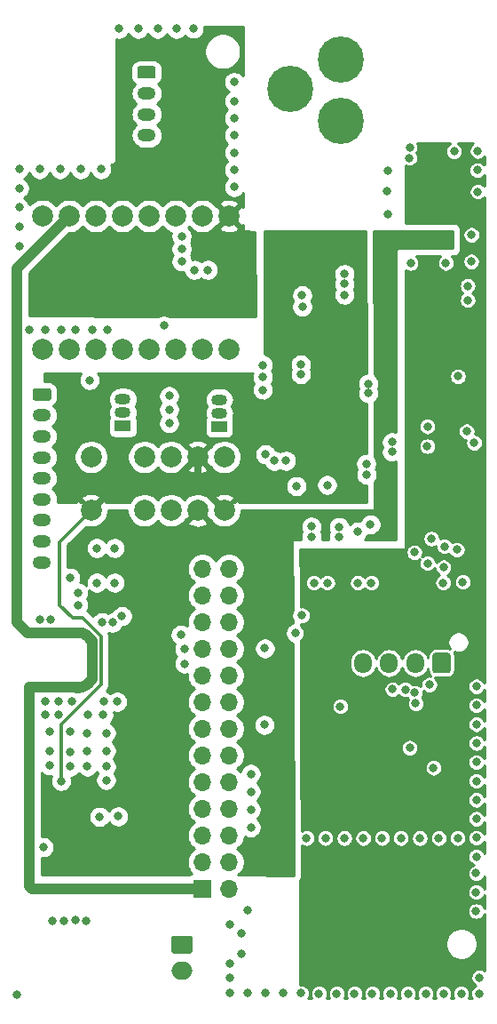
<source format=gbr>
G04 #@! TF.GenerationSoftware,KiCad,Pcbnew,5.1.5+dfsg1-2build2*
G04 #@! TF.CreationDate,2020-07-02T19:50:54+02:00*
G04 #@! TF.ProjectId,BaSe_PWR_V3_2,42615365-5f50-4575-925f-56335f322e6b,rev?*
G04 #@! TF.SameCoordinates,Original*
G04 #@! TF.FileFunction,Copper,L2,Inr*
G04 #@! TF.FilePolarity,Positive*
%FSLAX46Y46*%
G04 Gerber Fmt 4.6, Leading zero omitted, Abs format (unit mm)*
G04 Created by KiCad (PCBNEW 5.1.5+dfsg1-2build2) date 2020-07-02 19:50:54*
%MOMM*%
%LPD*%
G04 APERTURE LIST*
%ADD10O,1.700000X1.700000*%
%ADD11R,1.700000X1.700000*%
%ADD12O,1.700000X1.950000*%
%ADD13C,0.100000*%
%ADD14C,4.400000*%
%ADD15O,2.000000X1.700000*%
%ADD16O,1.750000X1.200000*%
%ADD17C,2.000000*%
%ADD18R,1.500000X1.050000*%
%ADD19O,1.500000X1.050000*%
%ADD20C,0.800000*%
%ADD21C,1.000000*%
%ADD22C,0.300000*%
%ADD23C,0.700000*%
%ADD24C,0.254000*%
G04 APERTURE END LIST*
D10*
X87122000Y-92456000D03*
X84582000Y-92456000D03*
X87122000Y-94996000D03*
X84582000Y-94996000D03*
X87122000Y-97536000D03*
X84582000Y-97536000D03*
X87122000Y-100076000D03*
X84582000Y-100076000D03*
X87122000Y-102616000D03*
X84582000Y-102616000D03*
X87122000Y-105156000D03*
X84582000Y-105156000D03*
X87122000Y-107696000D03*
X84582000Y-107696000D03*
X87122000Y-110236000D03*
X84582000Y-110236000D03*
X87122000Y-112776000D03*
X84582000Y-112776000D03*
X87122000Y-115316000D03*
X84582000Y-115316000D03*
X87122000Y-117856000D03*
X84582000Y-117856000D03*
X87122000Y-120396000D03*
X84582000Y-120396000D03*
X87122000Y-122936000D03*
D11*
X84582000Y-122936000D03*
D12*
X99890000Y-101440000D03*
X102390000Y-101440000D03*
X104890000Y-101440000D03*
G04 #@! TA.AperFunction,ViaPad*
D13*
G36*
X108014504Y-100466204D02*
G01*
X108038773Y-100469804D01*
X108062571Y-100475765D01*
X108085671Y-100484030D01*
X108107849Y-100494520D01*
X108128893Y-100507133D01*
X108148598Y-100521747D01*
X108166777Y-100538223D01*
X108183253Y-100556402D01*
X108197867Y-100576107D01*
X108210480Y-100597151D01*
X108220970Y-100619329D01*
X108229235Y-100642429D01*
X108235196Y-100666227D01*
X108238796Y-100690496D01*
X108240000Y-100715000D01*
X108240000Y-102165000D01*
X108238796Y-102189504D01*
X108235196Y-102213773D01*
X108229235Y-102237571D01*
X108220970Y-102260671D01*
X108210480Y-102282849D01*
X108197867Y-102303893D01*
X108183253Y-102323598D01*
X108166777Y-102341777D01*
X108148598Y-102358253D01*
X108128893Y-102372867D01*
X108107849Y-102385480D01*
X108085671Y-102395970D01*
X108062571Y-102404235D01*
X108038773Y-102410196D01*
X108014504Y-102413796D01*
X107990000Y-102415000D01*
X106790000Y-102415000D01*
X106765496Y-102413796D01*
X106741227Y-102410196D01*
X106717429Y-102404235D01*
X106694329Y-102395970D01*
X106672151Y-102385480D01*
X106651107Y-102372867D01*
X106631402Y-102358253D01*
X106613223Y-102341777D01*
X106596747Y-102323598D01*
X106582133Y-102303893D01*
X106569520Y-102282849D01*
X106559030Y-102260671D01*
X106550765Y-102237571D01*
X106544804Y-102213773D01*
X106541204Y-102189504D01*
X106540000Y-102165000D01*
X106540000Y-100715000D01*
X106541204Y-100690496D01*
X106544804Y-100666227D01*
X106550765Y-100642429D01*
X106559030Y-100619329D01*
X106569520Y-100597151D01*
X106582133Y-100576107D01*
X106596747Y-100556402D01*
X106613223Y-100538223D01*
X106631402Y-100521747D01*
X106651107Y-100507133D01*
X106672151Y-100494520D01*
X106694329Y-100484030D01*
X106717429Y-100475765D01*
X106741227Y-100469804D01*
X106765496Y-100466204D01*
X106790000Y-100465000D01*
X107990000Y-100465000D01*
X108014504Y-100466204D01*
G37*
G04 #@! TD.AperFunction*
D14*
X92990000Y-46784000D03*
X97790000Y-43984000D03*
X97790000Y-49784000D03*
D15*
X82620000Y-130760000D03*
G04 #@! TA.AperFunction,ViaPad*
D13*
G36*
X83394504Y-127411204D02*
G01*
X83418773Y-127414804D01*
X83442571Y-127420765D01*
X83465671Y-127429030D01*
X83487849Y-127439520D01*
X83508893Y-127452133D01*
X83528598Y-127466747D01*
X83546777Y-127483223D01*
X83563253Y-127501402D01*
X83577867Y-127521107D01*
X83590480Y-127542151D01*
X83600970Y-127564329D01*
X83609235Y-127587429D01*
X83615196Y-127611227D01*
X83618796Y-127635496D01*
X83620000Y-127660000D01*
X83620000Y-128860000D01*
X83618796Y-128884504D01*
X83615196Y-128908773D01*
X83609235Y-128932571D01*
X83600970Y-128955671D01*
X83590480Y-128977849D01*
X83577867Y-128998893D01*
X83563253Y-129018598D01*
X83546777Y-129036777D01*
X83528598Y-129053253D01*
X83508893Y-129067867D01*
X83487849Y-129080480D01*
X83465671Y-129090970D01*
X83442571Y-129099235D01*
X83418773Y-129105196D01*
X83394504Y-129108796D01*
X83370000Y-129110000D01*
X81870000Y-129110000D01*
X81845496Y-129108796D01*
X81821227Y-129105196D01*
X81797429Y-129099235D01*
X81774329Y-129090970D01*
X81752151Y-129080480D01*
X81731107Y-129067867D01*
X81711402Y-129053253D01*
X81693223Y-129036777D01*
X81676747Y-129018598D01*
X81662133Y-128998893D01*
X81649520Y-128977849D01*
X81639030Y-128955671D01*
X81630765Y-128932571D01*
X81624804Y-128908773D01*
X81621204Y-128884504D01*
X81620000Y-128860000D01*
X81620000Y-127660000D01*
X81621204Y-127635496D01*
X81624804Y-127611227D01*
X81630765Y-127587429D01*
X81639030Y-127564329D01*
X81649520Y-127542151D01*
X81662133Y-127521107D01*
X81676747Y-127501402D01*
X81693223Y-127483223D01*
X81711402Y-127466747D01*
X81731107Y-127452133D01*
X81752151Y-127439520D01*
X81774329Y-127429030D01*
X81797429Y-127420765D01*
X81821227Y-127414804D01*
X81845496Y-127411204D01*
X81870000Y-127410000D01*
X83370000Y-127410000D01*
X83394504Y-127411204D01*
G37*
G04 #@! TD.AperFunction*
D16*
X79250000Y-51180000D03*
X79250000Y-49180000D03*
X79250000Y-47180000D03*
G04 #@! TA.AperFunction,ViaPad*
D13*
G36*
X79899505Y-44581204D02*
G01*
X79923773Y-44584804D01*
X79947572Y-44590765D01*
X79970671Y-44599030D01*
X79992850Y-44609520D01*
X80013893Y-44622132D01*
X80033599Y-44636747D01*
X80051777Y-44653223D01*
X80068253Y-44671401D01*
X80082868Y-44691107D01*
X80095480Y-44712150D01*
X80105970Y-44734329D01*
X80114235Y-44757428D01*
X80120196Y-44781227D01*
X80123796Y-44805495D01*
X80125000Y-44829999D01*
X80125000Y-45530001D01*
X80123796Y-45554505D01*
X80120196Y-45578773D01*
X80114235Y-45602572D01*
X80105970Y-45625671D01*
X80095480Y-45647850D01*
X80082868Y-45668893D01*
X80068253Y-45688599D01*
X80051777Y-45706777D01*
X80033599Y-45723253D01*
X80013893Y-45737868D01*
X79992850Y-45750480D01*
X79970671Y-45760970D01*
X79947572Y-45769235D01*
X79923773Y-45775196D01*
X79899505Y-45778796D01*
X79875001Y-45780000D01*
X78624999Y-45780000D01*
X78600495Y-45778796D01*
X78576227Y-45775196D01*
X78552428Y-45769235D01*
X78529329Y-45760970D01*
X78507150Y-45750480D01*
X78486107Y-45737868D01*
X78466401Y-45723253D01*
X78448223Y-45706777D01*
X78431747Y-45688599D01*
X78417132Y-45668893D01*
X78404520Y-45647850D01*
X78394030Y-45625671D01*
X78385765Y-45602572D01*
X78379804Y-45578773D01*
X78376204Y-45554505D01*
X78375000Y-45530001D01*
X78375000Y-44829999D01*
X78376204Y-44805495D01*
X78379804Y-44781227D01*
X78385765Y-44757428D01*
X78394030Y-44734329D01*
X78404520Y-44712150D01*
X78417132Y-44691107D01*
X78431747Y-44671401D01*
X78448223Y-44653223D01*
X78466401Y-44636747D01*
X78486107Y-44622132D01*
X78507150Y-44609520D01*
X78529329Y-44599030D01*
X78552428Y-44590765D01*
X78576227Y-44584804D01*
X78600495Y-44581204D01*
X78624999Y-44580000D01*
X79875001Y-44580000D01*
X79899505Y-44581204D01*
G37*
G04 #@! TD.AperFunction*
D17*
X86660000Y-81820000D03*
X86660000Y-86900000D03*
X84120000Y-86900000D03*
X84120000Y-81820000D03*
X79040000Y-86900000D03*
X73960000Y-86900000D03*
X79040000Y-81820000D03*
X73960000Y-81820000D03*
X81580000Y-86900000D03*
X81580000Y-81820000D03*
D16*
X69270000Y-91850000D03*
X69270000Y-89850000D03*
X69270000Y-87850000D03*
X69270000Y-85850000D03*
X69270000Y-83850000D03*
X69270000Y-81850000D03*
X69270000Y-79850000D03*
X69270000Y-77850000D03*
G04 #@! TA.AperFunction,ViaPad*
D13*
G36*
X69919505Y-75251204D02*
G01*
X69943773Y-75254804D01*
X69967572Y-75260765D01*
X69990671Y-75269030D01*
X70012850Y-75279520D01*
X70033893Y-75292132D01*
X70053599Y-75306747D01*
X70071777Y-75323223D01*
X70088253Y-75341401D01*
X70102868Y-75361107D01*
X70115480Y-75382150D01*
X70125970Y-75404329D01*
X70134235Y-75427428D01*
X70140196Y-75451227D01*
X70143796Y-75475495D01*
X70145000Y-75499999D01*
X70145000Y-76200001D01*
X70143796Y-76224505D01*
X70140196Y-76248773D01*
X70134235Y-76272572D01*
X70125970Y-76295671D01*
X70115480Y-76317850D01*
X70102868Y-76338893D01*
X70088253Y-76358599D01*
X70071777Y-76376777D01*
X70053599Y-76393253D01*
X70033893Y-76407868D01*
X70012850Y-76420480D01*
X69990671Y-76430970D01*
X69967572Y-76439235D01*
X69943773Y-76445196D01*
X69919505Y-76448796D01*
X69895001Y-76450000D01*
X68644999Y-76450000D01*
X68620495Y-76448796D01*
X68596227Y-76445196D01*
X68572428Y-76439235D01*
X68549329Y-76430970D01*
X68527150Y-76420480D01*
X68506107Y-76407868D01*
X68486401Y-76393253D01*
X68468223Y-76376777D01*
X68451747Y-76358599D01*
X68437132Y-76338893D01*
X68424520Y-76317850D01*
X68414030Y-76295671D01*
X68405765Y-76272572D01*
X68399804Y-76248773D01*
X68396204Y-76224505D01*
X68395000Y-76200001D01*
X68395000Y-75499999D01*
X68396204Y-75475495D01*
X68399804Y-75451227D01*
X68405765Y-75427428D01*
X68414030Y-75404329D01*
X68424520Y-75382150D01*
X68437132Y-75361107D01*
X68451747Y-75341401D01*
X68468223Y-75323223D01*
X68486401Y-75306747D01*
X68506107Y-75292132D01*
X68527150Y-75279520D01*
X68549329Y-75269030D01*
X68572428Y-75260765D01*
X68596227Y-75254804D01*
X68620495Y-75251204D01*
X68644999Y-75250000D01*
X69895001Y-75250000D01*
X69919505Y-75251204D01*
G37*
G04 #@! TD.AperFunction*
D18*
X86190000Y-78888000D03*
D19*
X86190000Y-76348000D03*
X86190000Y-77618000D03*
D18*
X76990000Y-78860000D03*
D19*
X76990000Y-76320000D03*
X76990000Y-77590000D03*
D17*
X84572000Y-58866000D03*
X87112000Y-58866000D03*
X69332000Y-58866000D03*
X82032000Y-58866000D03*
X76952000Y-58866000D03*
X74412000Y-58866000D03*
X71872000Y-58866000D03*
X79492000Y-58866000D03*
X69332000Y-71566000D03*
X71872000Y-71566000D03*
X74412000Y-71566000D03*
X87112000Y-71566000D03*
X84572000Y-71566000D03*
X76952000Y-71566000D03*
X79492000Y-71566000D03*
X82032000Y-71566000D03*
D20*
X96311111Y-118120000D03*
X105316666Y-118120000D03*
X101714444Y-118120000D03*
X94510000Y-118120000D03*
X107117777Y-118120000D03*
X99913333Y-118120000D03*
X98112222Y-118120000D03*
X103515555Y-118120000D03*
X108918888Y-118120000D03*
X110720000Y-118078889D03*
X110720000Y-109073334D03*
X110720000Y-112675556D03*
X110720000Y-119880000D03*
X110720000Y-107272223D03*
X110720000Y-114476667D03*
X110720000Y-116277778D03*
X110720000Y-110874445D03*
X110720000Y-105471112D03*
X110720000Y-103670000D03*
X110690000Y-125068889D03*
X110690000Y-123267778D03*
X110690000Y-121466667D03*
X104440000Y-63350000D03*
X107800000Y-63330000D03*
X98130000Y-64390000D03*
X98130000Y-65330000D03*
X98130000Y-66370000D03*
X94100000Y-67500000D03*
X94090000Y-66410000D03*
X104930000Y-105290000D03*
X104850000Y-104280000D03*
X103920000Y-103950000D03*
X102710000Y-103940000D03*
X100210000Y-82470000D03*
X100220000Y-83490000D03*
X102660000Y-80410000D03*
X102660000Y-81310000D03*
X90600000Y-81570000D03*
X91430000Y-82170000D03*
X92540000Y-82170000D03*
X94990000Y-89430000D03*
X94980000Y-88440000D03*
X97630000Y-89400000D03*
X97610000Y-88490000D03*
X100400000Y-74830000D03*
X100400000Y-75720000D03*
X70260000Y-125970000D03*
X71360000Y-125970000D03*
X72500000Y-125960000D03*
X73510000Y-125970000D03*
X76550000Y-116050000D03*
X74770000Y-116090000D03*
X90540000Y-100040000D03*
X82860000Y-101500000D03*
X76440000Y-105120000D03*
X75180000Y-105120000D03*
X72150000Y-105090000D03*
X70820000Y-105120000D03*
X69590000Y-105120000D03*
X75130000Y-106370000D03*
X73680000Y-106400000D03*
X70820000Y-106320000D03*
X69560000Y-106350000D03*
X69100000Y-97300000D03*
X70100000Y-97330000D03*
X74990000Y-97560000D03*
X76000000Y-97590000D03*
X90480000Y-107330000D03*
X108960000Y-74140000D03*
X80900000Y-69300000D03*
X76600000Y-41030000D03*
X78460000Y-41030000D03*
X80300000Y-41030000D03*
X82100000Y-41030000D03*
X83730000Y-41010000D03*
X102250000Y-54530000D03*
X102220000Y-56490000D03*
X102240000Y-58720000D03*
X110840000Y-52670000D03*
X108580000Y-52700000D03*
X110810000Y-54500000D03*
X110840000Y-56540000D03*
X110250000Y-60660000D03*
X110220000Y-63200000D03*
X106040000Y-78910000D03*
X106030000Y-80790000D03*
X96470000Y-84490000D03*
X93540000Y-84600000D03*
X95689285Y-132930000D03*
X97387142Y-132930000D03*
X99084999Y-132930000D03*
X100782856Y-132930000D03*
X102480713Y-132930000D03*
X104178570Y-132930000D03*
X105876427Y-132930000D03*
X107574284Y-132930000D03*
X109272141Y-132930000D03*
X110970000Y-132930000D03*
X75400000Y-112600000D03*
X75400000Y-111300000D03*
X75400000Y-109800000D03*
X75400000Y-108100000D03*
X73600000Y-108100000D03*
X73600000Y-109800000D03*
X73600000Y-111300000D03*
X72000000Y-111300000D03*
X72000000Y-109900000D03*
X72000000Y-108000000D03*
X70000000Y-108000000D03*
X70000000Y-109800000D03*
X70000000Y-111200000D03*
X74500000Y-90500000D03*
X76200000Y-90500000D03*
X74500000Y-93800000D03*
X76200000Y-93800000D03*
X87600000Y-46100000D03*
X87600000Y-47900000D03*
X87600000Y-49540000D03*
X87600000Y-51180000D03*
X87600000Y-54460000D03*
X87600000Y-56100000D03*
X87600000Y-52820000D03*
X74900000Y-54400000D03*
X72950000Y-54400000D03*
X71000000Y-54400000D03*
X69050000Y-54400000D03*
X67100000Y-54400000D03*
X67100000Y-56225000D03*
X67100000Y-58050000D03*
X67100000Y-59875000D03*
X67100000Y-61700000D03*
X82600000Y-60800000D03*
X82600000Y-62000000D03*
X82600000Y-63200000D03*
X83800000Y-64000000D03*
X85100000Y-64000000D03*
X89200000Y-112000000D03*
X89200000Y-113700000D03*
X89200000Y-115400000D03*
X89200000Y-117100000D03*
X93991428Y-132900000D03*
X92293571Y-132900000D03*
X90595714Y-132900000D03*
X88897857Y-132900000D03*
X87200000Y-132900000D03*
X111000000Y-131400000D03*
X66900000Y-133000000D03*
X104800000Y-90900000D03*
X100700000Y-93800000D03*
X99400000Y-93800000D03*
X96500000Y-93800000D03*
X95200000Y-93800000D03*
X81400000Y-76000000D03*
X81400000Y-77300000D03*
X81400000Y-78600000D03*
X73800000Y-74500000D03*
X75500000Y-69700000D03*
X74100000Y-69700000D03*
X72500000Y-69700000D03*
X71100000Y-69700000D03*
X69600000Y-69700000D03*
X68100000Y-69700000D03*
X87200000Y-131400000D03*
X87200000Y-130100000D03*
X87200000Y-126300000D03*
X88300000Y-127200000D03*
X88300000Y-129100000D03*
X90230000Y-84800000D03*
X90210000Y-85840000D03*
X98880000Y-62990000D03*
X98880000Y-61920000D03*
X98880000Y-60950000D03*
X90330000Y-76750000D03*
X90330000Y-77760000D03*
X93740000Y-77530000D03*
X90330000Y-78770000D03*
X90330000Y-79780000D03*
X71095000Y-112685000D03*
X108050000Y-61600000D03*
X108070000Y-60660000D03*
X81830000Y-110490000D03*
X81830000Y-111550000D03*
X81810000Y-112750000D03*
X82910000Y-111520000D03*
X72700000Y-94730000D03*
X72720000Y-95920000D03*
X104323000Y-53333000D03*
X100610000Y-88240000D03*
X94090000Y-96900000D03*
X104360000Y-52330000D03*
X99350000Y-88940000D03*
X93500000Y-98590000D03*
X71939990Y-93317407D03*
X104344979Y-109510000D03*
X106410000Y-89600000D03*
X107540000Y-93790000D03*
X76896052Y-96963255D03*
X103970000Y-114670000D03*
X103980000Y-111440000D03*
X103050000Y-111410000D03*
X103010000Y-114660000D03*
X101500000Y-103920000D03*
X100540000Y-104290000D03*
X100550000Y-105240000D03*
X104290000Y-78940000D03*
X104290000Y-78080000D03*
X104290000Y-77230000D03*
X95020000Y-90940000D03*
X95010000Y-91950000D03*
X95850000Y-92530000D03*
X106696468Y-83626468D03*
X106050000Y-77180000D03*
X95880000Y-106390000D03*
X88900000Y-125000000D03*
X69400010Y-118980000D03*
X82870000Y-100080000D03*
X82511371Y-98747964D03*
X109880000Y-65510000D03*
X110494283Y-80462184D03*
X107670000Y-90320000D03*
X106060000Y-91940000D03*
X109880000Y-66870000D03*
X109790000Y-79370000D03*
X108860000Y-90650000D03*
X107580000Y-92320000D03*
X90340000Y-74190000D03*
X90340000Y-73050000D03*
X93970000Y-73010000D03*
X90340000Y-75420000D03*
X93970000Y-73920000D03*
X106625000Y-111420000D03*
X97720000Y-105570000D03*
X109415010Y-93720000D03*
X106230000Y-103500000D03*
D21*
X70872001Y-59865999D02*
X71872000Y-58866000D01*
X66900000Y-63838000D02*
X70872001Y-59865999D01*
X73050738Y-98570024D02*
X67929508Y-98569508D01*
X73079350Y-98598642D02*
X73050738Y-98570024D01*
X73166610Y-98606863D02*
X73079350Y-98598642D01*
X73189386Y-98634377D02*
X73166610Y-98606863D01*
X73270990Y-98648939D02*
X73189386Y-98634377D01*
X73467625Y-98758214D02*
X73389510Y-98730410D01*
X73371562Y-98699505D02*
X73291425Y-98678250D01*
X72694779Y-103791877D02*
X72775371Y-103772430D01*
X72582363Y-103785967D02*
X72664290Y-103773242D01*
X72553523Y-103764882D02*
X72582363Y-103785967D01*
X72470830Y-103770798D02*
X72553523Y-103764882D01*
X72807288Y-103788481D02*
X73058358Y-103705435D01*
X72446838Y-103750010D02*
X72470830Y-103770798D01*
X73389510Y-98730410D02*
X73371562Y-98699505D01*
X72664290Y-103773242D02*
X72694779Y-103791877D01*
X68346000Y-122936000D02*
X68100000Y-122690000D01*
X84582000Y-122936000D02*
X68346000Y-122936000D01*
X73482955Y-98790487D02*
X73467625Y-98758214D01*
X73571107Y-98858065D02*
X73558497Y-98824642D01*
X73291425Y-98678250D02*
X73270990Y-98648939D01*
X72775371Y-103772430D02*
X72807288Y-103788481D01*
X68100000Y-122690000D02*
X68100000Y-103750010D01*
X73058358Y-103705435D02*
X73137809Y-103723028D01*
X68100000Y-103750010D02*
X70986838Y-103750010D01*
X73137809Y-103723028D02*
X73701530Y-103363705D01*
X67929508Y-98569508D02*
X66900000Y-97540000D01*
X70986838Y-103750010D02*
X71010830Y-103770798D01*
X73701530Y-103363705D02*
X73704767Y-103349087D01*
X66900000Y-97540000D02*
X66900000Y-63838000D01*
X71010830Y-103770798D02*
X71301358Y-103750010D01*
X73704767Y-103349087D02*
X74055808Y-102998046D01*
X71301358Y-103750010D02*
X72446838Y-103750010D01*
X74055808Y-102998046D02*
X74055808Y-99355228D01*
X74055808Y-99355228D02*
X73858440Y-99157860D01*
X73858440Y-99157860D02*
X73798083Y-99101032D01*
X73798083Y-99101032D02*
X73794064Y-99065534D01*
X73794064Y-99065534D02*
X73729213Y-99013877D01*
X73729213Y-99013877D02*
X73722275Y-98978826D01*
X73722275Y-98978826D02*
X73653380Y-98932700D01*
X73653380Y-98932700D02*
X73643569Y-98898339D01*
X73558497Y-98824642D02*
X73482955Y-98790487D01*
X73643569Y-98898339D02*
X73571107Y-98858065D01*
D22*
X70960000Y-89900000D02*
X73960000Y-86900000D01*
X70960000Y-95920000D02*
X70960000Y-89900000D01*
X73138873Y-97130000D02*
X72170000Y-97130000D01*
X74905818Y-98896945D02*
X73138873Y-97130000D01*
X72170000Y-97130000D02*
X70960000Y-95920000D01*
X71095000Y-107295000D02*
X74905818Y-103484182D01*
X74905818Y-103484182D02*
X74905818Y-98896945D01*
X71095000Y-112685000D02*
X71095000Y-107295000D01*
D23*
X84120000Y-84360000D02*
X86660000Y-86900000D01*
X84120000Y-81820000D02*
X84120000Y-84360000D01*
X73960000Y-86900000D02*
X76260000Y-84600000D01*
X81340000Y-84600000D02*
X84120000Y-81820000D01*
X76260000Y-84600000D02*
X81340000Y-84600000D01*
D24*
G36*
X100209261Y-73812663D02*
G01*
X100098102Y-73834774D01*
X99909744Y-73912795D01*
X99740226Y-74026063D01*
X99596063Y-74170226D01*
X99482795Y-74339744D01*
X99404774Y-74528102D01*
X99365000Y-74728061D01*
X99365000Y-74931939D01*
X99404774Y-75131898D01*
X99464049Y-75275000D01*
X99404774Y-75418102D01*
X99365000Y-75618061D01*
X99365000Y-75821939D01*
X99404774Y-76021898D01*
X99482795Y-76210256D01*
X99596063Y-76379774D01*
X99740226Y-76523937D01*
X99909744Y-76637205D01*
X100098102Y-76715226D01*
X100213386Y-76738157D01*
X100220007Y-81435000D01*
X100108061Y-81435000D01*
X99908102Y-81474774D01*
X99719744Y-81552795D01*
X99550226Y-81666063D01*
X99406063Y-81810226D01*
X99292795Y-81979744D01*
X99214774Y-82168102D01*
X99175000Y-82368061D01*
X99175000Y-82571939D01*
X99214774Y-82771898D01*
X99292795Y-82960256D01*
X99310987Y-82987483D01*
X99302795Y-82999744D01*
X99224774Y-83188102D01*
X99185000Y-83388061D01*
X99185000Y-83591939D01*
X99224774Y-83791898D01*
X99302795Y-83980256D01*
X99416063Y-84149774D01*
X99560226Y-84293937D01*
X99729744Y-84407205D01*
X99918102Y-84485226D01*
X100118061Y-84525000D01*
X100224363Y-84525000D01*
X100226604Y-86114369D01*
X88093154Y-86102332D01*
X88059814Y-86039956D01*
X87795413Y-85944192D01*
X87637725Y-86101880D01*
X87278871Y-86101524D01*
X87615808Y-85764587D01*
X87520044Y-85500186D01*
X87230429Y-85359296D01*
X86918892Y-85277616D01*
X86597405Y-85258282D01*
X86278325Y-85302039D01*
X85973912Y-85407205D01*
X85799956Y-85500186D01*
X85704192Y-85764587D01*
X86039900Y-86100295D01*
X85680333Y-86099938D01*
X85524587Y-85944192D01*
X85462720Y-85966600D01*
X85389987Y-85857748D01*
X85162252Y-85630013D01*
X84894463Y-85451082D01*
X84596912Y-85327832D01*
X84281033Y-85265000D01*
X83958967Y-85265000D01*
X83643088Y-85327832D01*
X83345537Y-85451082D01*
X83077748Y-85630013D01*
X82850013Y-85857748D01*
X82850000Y-85857767D01*
X82849987Y-85857748D01*
X82622252Y-85630013D01*
X82354463Y-85451082D01*
X82056912Y-85327832D01*
X81741033Y-85265000D01*
X81418967Y-85265000D01*
X81103088Y-85327832D01*
X80805537Y-85451082D01*
X80537748Y-85630013D01*
X80310013Y-85857748D01*
X80310000Y-85857767D01*
X80309987Y-85857748D01*
X80082252Y-85630013D01*
X79814463Y-85451082D01*
X79516912Y-85327832D01*
X79201033Y-85265000D01*
X78878967Y-85265000D01*
X78563088Y-85327832D01*
X78265537Y-85451082D01*
X77997748Y-85630013D01*
X77770013Y-85857748D01*
X77613534Y-86091936D01*
X75386417Y-86089726D01*
X75359814Y-86039956D01*
X75095413Y-85944192D01*
X74950311Y-86089294D01*
X74591458Y-86088937D01*
X74915808Y-85764587D01*
X74820044Y-85500186D01*
X74530429Y-85359296D01*
X74218892Y-85277616D01*
X73897405Y-85258282D01*
X73578325Y-85302039D01*
X73273912Y-85407205D01*
X73099956Y-85500186D01*
X73004192Y-85764587D01*
X73327288Y-86087683D01*
X72967722Y-86087327D01*
X72824587Y-85944192D01*
X72560186Y-86039956D01*
X72537349Y-86086900D01*
X70762816Y-86085139D01*
X70785975Y-85850000D01*
X70762130Y-85607898D01*
X70691511Y-85375099D01*
X70576833Y-85160551D01*
X70422502Y-84972498D01*
X70273238Y-84850000D01*
X70422502Y-84727502D01*
X70576833Y-84539449D01*
X70598955Y-84498061D01*
X92505000Y-84498061D01*
X92505000Y-84701939D01*
X92544774Y-84901898D01*
X92622795Y-85090256D01*
X92736063Y-85259774D01*
X92880226Y-85403937D01*
X93049744Y-85517205D01*
X93238102Y-85595226D01*
X93438061Y-85635000D01*
X93641939Y-85635000D01*
X93841898Y-85595226D01*
X94030256Y-85517205D01*
X94199774Y-85403937D01*
X94343937Y-85259774D01*
X94457205Y-85090256D01*
X94535226Y-84901898D01*
X94575000Y-84701939D01*
X94575000Y-84498061D01*
X94553120Y-84388061D01*
X95435000Y-84388061D01*
X95435000Y-84591939D01*
X95474774Y-84791898D01*
X95552795Y-84980256D01*
X95666063Y-85149774D01*
X95810226Y-85293937D01*
X95979744Y-85407205D01*
X96168102Y-85485226D01*
X96368061Y-85525000D01*
X96571939Y-85525000D01*
X96771898Y-85485226D01*
X96960256Y-85407205D01*
X97129774Y-85293937D01*
X97273937Y-85149774D01*
X97387205Y-84980256D01*
X97465226Y-84791898D01*
X97505000Y-84591939D01*
X97505000Y-84388061D01*
X97465226Y-84188102D01*
X97387205Y-83999744D01*
X97273937Y-83830226D01*
X97129774Y-83686063D01*
X96960256Y-83572795D01*
X96771898Y-83494774D01*
X96571939Y-83455000D01*
X96368061Y-83455000D01*
X96168102Y-83494774D01*
X95979744Y-83572795D01*
X95810226Y-83686063D01*
X95666063Y-83830226D01*
X95552795Y-83999744D01*
X95474774Y-84188102D01*
X95435000Y-84388061D01*
X94553120Y-84388061D01*
X94535226Y-84298102D01*
X94457205Y-84109744D01*
X94343937Y-83940226D01*
X94199774Y-83796063D01*
X94030256Y-83682795D01*
X93841898Y-83604774D01*
X93641939Y-83565000D01*
X93438061Y-83565000D01*
X93238102Y-83604774D01*
X93049744Y-83682795D01*
X92880226Y-83796063D01*
X92736063Y-83940226D01*
X92622795Y-84109744D01*
X92544774Y-84298102D01*
X92505000Y-84498061D01*
X70598955Y-84498061D01*
X70691511Y-84324901D01*
X70762130Y-84092102D01*
X70785975Y-83850000D01*
X70762130Y-83607898D01*
X70691511Y-83375099D01*
X70576833Y-83160551D01*
X70422502Y-82972498D01*
X70273238Y-82850000D01*
X70422502Y-82727502D01*
X70576833Y-82539449D01*
X70691511Y-82324901D01*
X70762130Y-82092102D01*
X70785975Y-81850000D01*
X70767160Y-81658967D01*
X72325000Y-81658967D01*
X72325000Y-81981033D01*
X72387832Y-82296912D01*
X72511082Y-82594463D01*
X72690013Y-82862252D01*
X72917748Y-83089987D01*
X73185537Y-83268918D01*
X73483088Y-83392168D01*
X73798967Y-83455000D01*
X74121033Y-83455000D01*
X74436912Y-83392168D01*
X74734463Y-83268918D01*
X75002252Y-83089987D01*
X75229987Y-82862252D01*
X75408918Y-82594463D01*
X75532168Y-82296912D01*
X75595000Y-81981033D01*
X75595000Y-81658967D01*
X77405000Y-81658967D01*
X77405000Y-81981033D01*
X77467832Y-82296912D01*
X77591082Y-82594463D01*
X77770013Y-82862252D01*
X77997748Y-83089987D01*
X78265537Y-83268918D01*
X78563088Y-83392168D01*
X78878967Y-83455000D01*
X79201033Y-83455000D01*
X79516912Y-83392168D01*
X79814463Y-83268918D01*
X80082252Y-83089987D01*
X80309987Y-82862252D01*
X80310000Y-82862233D01*
X80310013Y-82862252D01*
X80537748Y-83089987D01*
X80805537Y-83268918D01*
X81103088Y-83392168D01*
X81418967Y-83455000D01*
X81741033Y-83455000D01*
X82056912Y-83392168D01*
X82354463Y-83268918D01*
X82622252Y-83089987D01*
X82756826Y-82955413D01*
X83164192Y-82955413D01*
X83259956Y-83219814D01*
X83549571Y-83360704D01*
X83861108Y-83442384D01*
X84182595Y-83461718D01*
X84501675Y-83417961D01*
X84806088Y-83312795D01*
X84980044Y-83219814D01*
X85075808Y-82955413D01*
X84120000Y-81999605D01*
X83164192Y-82955413D01*
X82756826Y-82955413D01*
X82849987Y-82862252D01*
X82922720Y-82753400D01*
X82984587Y-82775808D01*
X83940395Y-81820000D01*
X84299605Y-81820000D01*
X85255413Y-82775808D01*
X85317280Y-82753400D01*
X85390013Y-82862252D01*
X85617748Y-83089987D01*
X85885537Y-83268918D01*
X86183088Y-83392168D01*
X86498967Y-83455000D01*
X86821033Y-83455000D01*
X87136912Y-83392168D01*
X87434463Y-83268918D01*
X87702252Y-83089987D01*
X87929987Y-82862252D01*
X88108918Y-82594463D01*
X88232168Y-82296912D01*
X88295000Y-81981033D01*
X88295000Y-81658967D01*
X88257027Y-81468061D01*
X89565000Y-81468061D01*
X89565000Y-81671939D01*
X89604774Y-81871898D01*
X89682795Y-82060256D01*
X89796063Y-82229774D01*
X89940226Y-82373937D01*
X90109744Y-82487205D01*
X90298102Y-82565226D01*
X90489175Y-82603232D01*
X90512795Y-82660256D01*
X90626063Y-82829774D01*
X90770226Y-82973937D01*
X90939744Y-83087205D01*
X91128102Y-83165226D01*
X91328061Y-83205000D01*
X91531939Y-83205000D01*
X91731898Y-83165226D01*
X91920256Y-83087205D01*
X91985000Y-83043945D01*
X92049744Y-83087205D01*
X92238102Y-83165226D01*
X92438061Y-83205000D01*
X92641939Y-83205000D01*
X92841898Y-83165226D01*
X93030256Y-83087205D01*
X93199774Y-82973937D01*
X93343937Y-82829774D01*
X93457205Y-82660256D01*
X93535226Y-82471898D01*
X93575000Y-82271939D01*
X93575000Y-82068061D01*
X93535226Y-81868102D01*
X93457205Y-81679744D01*
X93343937Y-81510226D01*
X93199774Y-81366063D01*
X93030256Y-81252795D01*
X92841898Y-81174774D01*
X92641939Y-81135000D01*
X92438061Y-81135000D01*
X92238102Y-81174774D01*
X92049744Y-81252795D01*
X91985000Y-81296055D01*
X91920256Y-81252795D01*
X91731898Y-81174774D01*
X91540825Y-81136768D01*
X91517205Y-81079744D01*
X91403937Y-80910226D01*
X91259774Y-80766063D01*
X91090256Y-80652795D01*
X90901898Y-80574774D01*
X90701939Y-80535000D01*
X90498061Y-80535000D01*
X90298102Y-80574774D01*
X90109744Y-80652795D01*
X89940226Y-80766063D01*
X89796063Y-80910226D01*
X89682795Y-81079744D01*
X89604774Y-81268102D01*
X89565000Y-81468061D01*
X88257027Y-81468061D01*
X88232168Y-81343088D01*
X88108918Y-81045537D01*
X87929987Y-80777748D01*
X87702252Y-80550013D01*
X87434463Y-80371082D01*
X87136912Y-80247832D01*
X86821033Y-80185000D01*
X86498967Y-80185000D01*
X86183088Y-80247832D01*
X85885537Y-80371082D01*
X85617748Y-80550013D01*
X85390013Y-80777748D01*
X85317280Y-80886600D01*
X85255413Y-80864192D01*
X84299605Y-81820000D01*
X83940395Y-81820000D01*
X82984587Y-80864192D01*
X82922720Y-80886600D01*
X82849987Y-80777748D01*
X82756826Y-80684587D01*
X83164192Y-80684587D01*
X84120000Y-81640395D01*
X85075808Y-80684587D01*
X84980044Y-80420186D01*
X84690429Y-80279296D01*
X84378892Y-80197616D01*
X84057405Y-80178282D01*
X83738325Y-80222039D01*
X83433912Y-80327205D01*
X83259956Y-80420186D01*
X83164192Y-80684587D01*
X82756826Y-80684587D01*
X82622252Y-80550013D01*
X82354463Y-80371082D01*
X82056912Y-80247832D01*
X81741033Y-80185000D01*
X81418967Y-80185000D01*
X81103088Y-80247832D01*
X80805537Y-80371082D01*
X80537748Y-80550013D01*
X80310013Y-80777748D01*
X80310000Y-80777767D01*
X80309987Y-80777748D01*
X80082252Y-80550013D01*
X79814463Y-80371082D01*
X79516912Y-80247832D01*
X79201033Y-80185000D01*
X78878967Y-80185000D01*
X78563088Y-80247832D01*
X78265537Y-80371082D01*
X77997748Y-80550013D01*
X77770013Y-80777748D01*
X77591082Y-81045537D01*
X77467832Y-81343088D01*
X77405000Y-81658967D01*
X75595000Y-81658967D01*
X75532168Y-81343088D01*
X75408918Y-81045537D01*
X75229987Y-80777748D01*
X75002252Y-80550013D01*
X74734463Y-80371082D01*
X74436912Y-80247832D01*
X74121033Y-80185000D01*
X73798967Y-80185000D01*
X73483088Y-80247832D01*
X73185537Y-80371082D01*
X72917748Y-80550013D01*
X72690013Y-80777748D01*
X72511082Y-81045537D01*
X72387832Y-81343088D01*
X72325000Y-81658967D01*
X70767160Y-81658967D01*
X70762130Y-81607898D01*
X70691511Y-81375099D01*
X70576833Y-81160551D01*
X70422502Y-80972498D01*
X70273238Y-80850000D01*
X70422502Y-80727502D01*
X70576833Y-80539449D01*
X70691511Y-80324901D01*
X70762130Y-80092102D01*
X70785975Y-79850000D01*
X70762130Y-79607898D01*
X70691511Y-79375099D01*
X70576833Y-79160551D01*
X70422502Y-78972498D01*
X70273238Y-78850000D01*
X70422502Y-78727502D01*
X70576833Y-78539449D01*
X70691511Y-78324901D01*
X70762130Y-78092102D01*
X70785975Y-77850000D01*
X70762130Y-77607898D01*
X70691511Y-77375099D01*
X70576833Y-77160551D01*
X70422502Y-76972498D01*
X70383889Y-76940809D01*
X70388387Y-76938405D01*
X70522962Y-76827962D01*
X70633405Y-76693387D01*
X70715472Y-76539851D01*
X70766008Y-76373255D01*
X70771253Y-76320000D01*
X75599388Y-76320000D01*
X75621785Y-76547400D01*
X75688115Y-76766060D01*
X75789105Y-76955000D01*
X75688115Y-77143940D01*
X75621785Y-77362600D01*
X75599388Y-77590000D01*
X75621785Y-77817400D01*
X75685093Y-78026098D01*
X75650498Y-78090820D01*
X75614188Y-78210518D01*
X75601928Y-78335000D01*
X75601928Y-79385000D01*
X75614188Y-79509482D01*
X75650498Y-79629180D01*
X75709463Y-79739494D01*
X75788815Y-79836185D01*
X75885506Y-79915537D01*
X75995820Y-79974502D01*
X76115518Y-80010812D01*
X76240000Y-80023072D01*
X77740000Y-80023072D01*
X77864482Y-80010812D01*
X77984180Y-79974502D01*
X78094494Y-79915537D01*
X78191185Y-79836185D01*
X78270537Y-79739494D01*
X78329502Y-79629180D01*
X78365812Y-79509482D01*
X78378072Y-79385000D01*
X78378072Y-78335000D01*
X78365812Y-78210518D01*
X78329502Y-78090820D01*
X78294907Y-78026098D01*
X78358215Y-77817400D01*
X78380612Y-77590000D01*
X78358215Y-77362600D01*
X78291885Y-77143940D01*
X78190895Y-76955000D01*
X78291885Y-76766060D01*
X78358215Y-76547400D01*
X78380612Y-76320000D01*
X78358215Y-76092600D01*
X78299203Y-75898061D01*
X80365000Y-75898061D01*
X80365000Y-76101939D01*
X80404774Y-76301898D01*
X80482795Y-76490256D01*
X80589532Y-76650000D01*
X80482795Y-76809744D01*
X80404774Y-76998102D01*
X80365000Y-77198061D01*
X80365000Y-77401939D01*
X80404774Y-77601898D01*
X80482795Y-77790256D01*
X80589532Y-77950000D01*
X80482795Y-78109744D01*
X80404774Y-78298102D01*
X80365000Y-78498061D01*
X80365000Y-78701939D01*
X80404774Y-78901898D01*
X80482795Y-79090256D01*
X80596063Y-79259774D01*
X80740226Y-79403937D01*
X80909744Y-79517205D01*
X81098102Y-79595226D01*
X81298061Y-79635000D01*
X81501939Y-79635000D01*
X81701898Y-79595226D01*
X81890256Y-79517205D01*
X82059774Y-79403937D01*
X82203937Y-79259774D01*
X82317205Y-79090256D01*
X82395226Y-78901898D01*
X82435000Y-78701939D01*
X82435000Y-78498061D01*
X82395226Y-78298102D01*
X82317205Y-78109744D01*
X82210468Y-77950000D01*
X82317205Y-77790256D01*
X82395226Y-77601898D01*
X82435000Y-77401939D01*
X82435000Y-77198061D01*
X82395226Y-76998102D01*
X82317205Y-76809744D01*
X82210468Y-76650000D01*
X82317205Y-76490256D01*
X82376129Y-76348000D01*
X84799388Y-76348000D01*
X84821785Y-76575400D01*
X84888115Y-76794060D01*
X84989105Y-76983000D01*
X84888115Y-77171940D01*
X84821785Y-77390600D01*
X84799388Y-77618000D01*
X84821785Y-77845400D01*
X84885093Y-78054098D01*
X84850498Y-78118820D01*
X84814188Y-78238518D01*
X84801928Y-78363000D01*
X84801928Y-79413000D01*
X84814188Y-79537482D01*
X84850498Y-79657180D01*
X84909463Y-79767494D01*
X84988815Y-79864185D01*
X85085506Y-79943537D01*
X85195820Y-80002502D01*
X85315518Y-80038812D01*
X85440000Y-80051072D01*
X86940000Y-80051072D01*
X87064482Y-80038812D01*
X87184180Y-80002502D01*
X87294494Y-79943537D01*
X87391185Y-79864185D01*
X87470537Y-79767494D01*
X87529502Y-79657180D01*
X87565812Y-79537482D01*
X87578072Y-79413000D01*
X87578072Y-78363000D01*
X87565812Y-78238518D01*
X87529502Y-78118820D01*
X87494907Y-78054098D01*
X87558215Y-77845400D01*
X87580612Y-77618000D01*
X87558215Y-77390600D01*
X87491885Y-77171940D01*
X87390895Y-76983000D01*
X87491885Y-76794060D01*
X87558215Y-76575400D01*
X87580612Y-76348000D01*
X87558215Y-76120600D01*
X87491885Y-75901940D01*
X87384171Y-75700421D01*
X87239212Y-75523788D01*
X87062579Y-75378829D01*
X86861060Y-75271115D01*
X86642400Y-75204785D01*
X86471979Y-75188000D01*
X85908021Y-75188000D01*
X85737600Y-75204785D01*
X85518940Y-75271115D01*
X85317421Y-75378829D01*
X85140788Y-75523788D01*
X84995829Y-75700421D01*
X84888115Y-75901940D01*
X84821785Y-76120600D01*
X84799388Y-76348000D01*
X82376129Y-76348000D01*
X82395226Y-76301898D01*
X82435000Y-76101939D01*
X82435000Y-75898061D01*
X82395226Y-75698102D01*
X82317205Y-75509744D01*
X82203937Y-75340226D01*
X82059774Y-75196063D01*
X81890256Y-75082795D01*
X81701898Y-75004774D01*
X81501939Y-74965000D01*
X81298061Y-74965000D01*
X81098102Y-75004774D01*
X80909744Y-75082795D01*
X80740226Y-75196063D01*
X80596063Y-75340226D01*
X80482795Y-75509744D01*
X80404774Y-75698102D01*
X80365000Y-75898061D01*
X78299203Y-75898061D01*
X78291885Y-75873940D01*
X78184171Y-75672421D01*
X78039212Y-75495788D01*
X77862579Y-75350829D01*
X77661060Y-75243115D01*
X77442400Y-75176785D01*
X77271979Y-75160000D01*
X76708021Y-75160000D01*
X76537600Y-75176785D01*
X76318940Y-75243115D01*
X76117421Y-75350829D01*
X75940788Y-75495788D01*
X75795829Y-75672421D01*
X75688115Y-75873940D01*
X75621785Y-76092600D01*
X75599388Y-76320000D01*
X70771253Y-76320000D01*
X70783072Y-76200001D01*
X70783072Y-75499999D01*
X70766008Y-75326745D01*
X70715472Y-75160149D01*
X70633405Y-75006613D01*
X70522962Y-74872038D01*
X70388387Y-74761595D01*
X70234851Y-74679528D01*
X70068255Y-74628992D01*
X69895001Y-74611928D01*
X69528840Y-74611928D01*
X69535816Y-73866940D01*
X72979311Y-73865297D01*
X72882795Y-74009744D01*
X72804774Y-74198102D01*
X72765000Y-74398061D01*
X72765000Y-74601939D01*
X72804774Y-74801898D01*
X72882795Y-74990256D01*
X72996063Y-75159774D01*
X73140226Y-75303937D01*
X73309744Y-75417205D01*
X73498102Y-75495226D01*
X73698061Y-75535000D01*
X73901939Y-75535000D01*
X74101898Y-75495226D01*
X74290256Y-75417205D01*
X74459774Y-75303937D01*
X74603937Y-75159774D01*
X74717205Y-74990256D01*
X74795226Y-74801898D01*
X74835000Y-74601939D01*
X74835000Y-74398061D01*
X74795226Y-74198102D01*
X74717205Y-74009744D01*
X74620166Y-73864514D01*
X89357457Y-73857483D01*
X89344774Y-73888102D01*
X89305000Y-74088061D01*
X89305000Y-74291939D01*
X89344774Y-74491898D01*
X89422795Y-74680256D01*
X89506146Y-74805000D01*
X89422795Y-74929744D01*
X89344774Y-75118102D01*
X89305000Y-75318061D01*
X89305000Y-75521939D01*
X89344774Y-75721898D01*
X89422795Y-75910256D01*
X89536063Y-76079774D01*
X89680226Y-76223937D01*
X89849744Y-76337205D01*
X90038102Y-76415226D01*
X90238061Y-76455000D01*
X90441939Y-76455000D01*
X90641898Y-76415226D01*
X90830256Y-76337205D01*
X90999774Y-76223937D01*
X91143937Y-76079774D01*
X91257205Y-75910256D01*
X91335226Y-75721898D01*
X91375000Y-75521939D01*
X91375000Y-75318061D01*
X91335226Y-75118102D01*
X91257205Y-74929744D01*
X91173854Y-74805000D01*
X91257205Y-74680256D01*
X91335226Y-74491898D01*
X91375000Y-74291939D01*
X91375000Y-74088061D01*
X91335226Y-73888102D01*
X91257205Y-73699744D01*
X91203922Y-73620000D01*
X91257205Y-73540256D01*
X91335226Y-73351898D01*
X91375000Y-73151939D01*
X91375000Y-72948061D01*
X91367044Y-72908061D01*
X92935000Y-72908061D01*
X92935000Y-73111939D01*
X92974774Y-73311898D01*
X93038191Y-73465000D01*
X92974774Y-73618102D01*
X92935000Y-73818061D01*
X92935000Y-74021939D01*
X92974774Y-74221898D01*
X93052795Y-74410256D01*
X93166063Y-74579774D01*
X93310226Y-74723937D01*
X93479744Y-74837205D01*
X93668102Y-74915226D01*
X93868061Y-74955000D01*
X94071939Y-74955000D01*
X94271898Y-74915226D01*
X94460256Y-74837205D01*
X94629774Y-74723937D01*
X94773937Y-74579774D01*
X94887205Y-74410256D01*
X94965226Y-74221898D01*
X95005000Y-74021939D01*
X95005000Y-73818061D01*
X94965226Y-73618102D01*
X94901809Y-73465000D01*
X94965226Y-73311898D01*
X95005000Y-73111939D01*
X95005000Y-72908061D01*
X94965226Y-72708102D01*
X94887205Y-72519744D01*
X94773937Y-72350226D01*
X94629774Y-72206063D01*
X94460256Y-72092795D01*
X94271898Y-72014774D01*
X94071939Y-71975000D01*
X93868061Y-71975000D01*
X93668102Y-72014774D01*
X93479744Y-72092795D01*
X93310226Y-72206063D01*
X93166063Y-72350226D01*
X93052795Y-72519744D01*
X92974774Y-72708102D01*
X92935000Y-72908061D01*
X91367044Y-72908061D01*
X91335226Y-72748102D01*
X91257205Y-72559744D01*
X91143937Y-72390226D01*
X90999774Y-72246063D01*
X90830256Y-72132795D01*
X90641898Y-72054774D01*
X90497000Y-72025952D01*
X90497000Y-66308061D01*
X93055000Y-66308061D01*
X93055000Y-66511939D01*
X93094774Y-66711898D01*
X93172795Y-66900256D01*
X93214374Y-66962483D01*
X93182795Y-67009744D01*
X93104774Y-67198102D01*
X93065000Y-67398061D01*
X93065000Y-67601939D01*
X93104774Y-67801898D01*
X93182795Y-67990256D01*
X93296063Y-68159774D01*
X93440226Y-68303937D01*
X93609744Y-68417205D01*
X93798102Y-68495226D01*
X93998061Y-68535000D01*
X94201939Y-68535000D01*
X94401898Y-68495226D01*
X94590256Y-68417205D01*
X94759774Y-68303937D01*
X94903937Y-68159774D01*
X95017205Y-67990256D01*
X95095226Y-67801898D01*
X95135000Y-67601939D01*
X95135000Y-67398061D01*
X95095226Y-67198102D01*
X95017205Y-67009744D01*
X94975626Y-66947517D01*
X95007205Y-66900256D01*
X95085226Y-66711898D01*
X95125000Y-66511939D01*
X95125000Y-66308061D01*
X95085226Y-66108102D01*
X95007205Y-65919744D01*
X94893937Y-65750226D01*
X94749774Y-65606063D01*
X94580256Y-65492795D01*
X94391898Y-65414774D01*
X94191939Y-65375000D01*
X93988061Y-65375000D01*
X93788102Y-65414774D01*
X93599744Y-65492795D01*
X93430226Y-65606063D01*
X93286063Y-65750226D01*
X93172795Y-65919744D01*
X93094774Y-66108102D01*
X93055000Y-66308061D01*
X90497000Y-66308061D01*
X90497000Y-64288061D01*
X97095000Y-64288061D01*
X97095000Y-64491939D01*
X97134774Y-64691898D01*
X97204405Y-64860000D01*
X97134774Y-65028102D01*
X97095000Y-65228061D01*
X97095000Y-65431939D01*
X97134774Y-65631898D01*
X97212795Y-65820256D01*
X97232669Y-65850000D01*
X97212795Y-65879744D01*
X97134774Y-66068102D01*
X97095000Y-66268061D01*
X97095000Y-66471939D01*
X97134774Y-66671898D01*
X97212795Y-66860256D01*
X97326063Y-67029774D01*
X97470226Y-67173937D01*
X97639744Y-67287205D01*
X97828102Y-67365226D01*
X98028061Y-67405000D01*
X98231939Y-67405000D01*
X98431898Y-67365226D01*
X98620256Y-67287205D01*
X98789774Y-67173937D01*
X98933937Y-67029774D01*
X99047205Y-66860256D01*
X99125226Y-66671898D01*
X99165000Y-66471939D01*
X99165000Y-66268061D01*
X99125226Y-66068102D01*
X99047205Y-65879744D01*
X99027331Y-65850000D01*
X99047205Y-65820256D01*
X99125226Y-65631898D01*
X99165000Y-65431939D01*
X99165000Y-65228061D01*
X99125226Y-65028102D01*
X99055595Y-64860000D01*
X99125226Y-64691898D01*
X99165000Y-64491939D01*
X99165000Y-64288061D01*
X99125226Y-64088102D01*
X99047205Y-63899744D01*
X98933937Y-63730226D01*
X98789774Y-63586063D01*
X98620256Y-63472795D01*
X98431898Y-63394774D01*
X98231939Y-63355000D01*
X98028061Y-63355000D01*
X97828102Y-63394774D01*
X97639744Y-63472795D01*
X97470226Y-63586063D01*
X97326063Y-63730226D01*
X97212795Y-63899744D01*
X97134774Y-64088102D01*
X97095000Y-64288061D01*
X90497000Y-64288061D01*
X90497000Y-60286874D01*
X100190179Y-60277210D01*
X100209261Y-73812663D01*
G37*
X100209261Y-73812663D02*
X100098102Y-73834774D01*
X99909744Y-73912795D01*
X99740226Y-74026063D01*
X99596063Y-74170226D01*
X99482795Y-74339744D01*
X99404774Y-74528102D01*
X99365000Y-74728061D01*
X99365000Y-74931939D01*
X99404774Y-75131898D01*
X99464049Y-75275000D01*
X99404774Y-75418102D01*
X99365000Y-75618061D01*
X99365000Y-75821939D01*
X99404774Y-76021898D01*
X99482795Y-76210256D01*
X99596063Y-76379774D01*
X99740226Y-76523937D01*
X99909744Y-76637205D01*
X100098102Y-76715226D01*
X100213386Y-76738157D01*
X100220007Y-81435000D01*
X100108061Y-81435000D01*
X99908102Y-81474774D01*
X99719744Y-81552795D01*
X99550226Y-81666063D01*
X99406063Y-81810226D01*
X99292795Y-81979744D01*
X99214774Y-82168102D01*
X99175000Y-82368061D01*
X99175000Y-82571939D01*
X99214774Y-82771898D01*
X99292795Y-82960256D01*
X99310987Y-82987483D01*
X99302795Y-82999744D01*
X99224774Y-83188102D01*
X99185000Y-83388061D01*
X99185000Y-83591939D01*
X99224774Y-83791898D01*
X99302795Y-83980256D01*
X99416063Y-84149774D01*
X99560226Y-84293937D01*
X99729744Y-84407205D01*
X99918102Y-84485226D01*
X100118061Y-84525000D01*
X100224363Y-84525000D01*
X100226604Y-86114369D01*
X88093154Y-86102332D01*
X88059814Y-86039956D01*
X87795413Y-85944192D01*
X87637725Y-86101880D01*
X87278871Y-86101524D01*
X87615808Y-85764587D01*
X87520044Y-85500186D01*
X87230429Y-85359296D01*
X86918892Y-85277616D01*
X86597405Y-85258282D01*
X86278325Y-85302039D01*
X85973912Y-85407205D01*
X85799956Y-85500186D01*
X85704192Y-85764587D01*
X86039900Y-86100295D01*
X85680333Y-86099938D01*
X85524587Y-85944192D01*
X85462720Y-85966600D01*
X85389987Y-85857748D01*
X85162252Y-85630013D01*
X84894463Y-85451082D01*
X84596912Y-85327832D01*
X84281033Y-85265000D01*
X83958967Y-85265000D01*
X83643088Y-85327832D01*
X83345537Y-85451082D01*
X83077748Y-85630013D01*
X82850013Y-85857748D01*
X82850000Y-85857767D01*
X82849987Y-85857748D01*
X82622252Y-85630013D01*
X82354463Y-85451082D01*
X82056912Y-85327832D01*
X81741033Y-85265000D01*
X81418967Y-85265000D01*
X81103088Y-85327832D01*
X80805537Y-85451082D01*
X80537748Y-85630013D01*
X80310013Y-85857748D01*
X80310000Y-85857767D01*
X80309987Y-85857748D01*
X80082252Y-85630013D01*
X79814463Y-85451082D01*
X79516912Y-85327832D01*
X79201033Y-85265000D01*
X78878967Y-85265000D01*
X78563088Y-85327832D01*
X78265537Y-85451082D01*
X77997748Y-85630013D01*
X77770013Y-85857748D01*
X77613534Y-86091936D01*
X75386417Y-86089726D01*
X75359814Y-86039956D01*
X75095413Y-85944192D01*
X74950311Y-86089294D01*
X74591458Y-86088937D01*
X74915808Y-85764587D01*
X74820044Y-85500186D01*
X74530429Y-85359296D01*
X74218892Y-85277616D01*
X73897405Y-85258282D01*
X73578325Y-85302039D01*
X73273912Y-85407205D01*
X73099956Y-85500186D01*
X73004192Y-85764587D01*
X73327288Y-86087683D01*
X72967722Y-86087327D01*
X72824587Y-85944192D01*
X72560186Y-86039956D01*
X72537349Y-86086900D01*
X70762816Y-86085139D01*
X70785975Y-85850000D01*
X70762130Y-85607898D01*
X70691511Y-85375099D01*
X70576833Y-85160551D01*
X70422502Y-84972498D01*
X70273238Y-84850000D01*
X70422502Y-84727502D01*
X70576833Y-84539449D01*
X70598955Y-84498061D01*
X92505000Y-84498061D01*
X92505000Y-84701939D01*
X92544774Y-84901898D01*
X92622795Y-85090256D01*
X92736063Y-85259774D01*
X92880226Y-85403937D01*
X93049744Y-85517205D01*
X93238102Y-85595226D01*
X93438061Y-85635000D01*
X93641939Y-85635000D01*
X93841898Y-85595226D01*
X94030256Y-85517205D01*
X94199774Y-85403937D01*
X94343937Y-85259774D01*
X94457205Y-85090256D01*
X94535226Y-84901898D01*
X94575000Y-84701939D01*
X94575000Y-84498061D01*
X94553120Y-84388061D01*
X95435000Y-84388061D01*
X95435000Y-84591939D01*
X95474774Y-84791898D01*
X95552795Y-84980256D01*
X95666063Y-85149774D01*
X95810226Y-85293937D01*
X95979744Y-85407205D01*
X96168102Y-85485226D01*
X96368061Y-85525000D01*
X96571939Y-85525000D01*
X96771898Y-85485226D01*
X96960256Y-85407205D01*
X97129774Y-85293937D01*
X97273937Y-85149774D01*
X97387205Y-84980256D01*
X97465226Y-84791898D01*
X97505000Y-84591939D01*
X97505000Y-84388061D01*
X97465226Y-84188102D01*
X97387205Y-83999744D01*
X97273937Y-83830226D01*
X97129774Y-83686063D01*
X96960256Y-83572795D01*
X96771898Y-83494774D01*
X96571939Y-83455000D01*
X96368061Y-83455000D01*
X96168102Y-83494774D01*
X95979744Y-83572795D01*
X95810226Y-83686063D01*
X95666063Y-83830226D01*
X95552795Y-83999744D01*
X95474774Y-84188102D01*
X95435000Y-84388061D01*
X94553120Y-84388061D01*
X94535226Y-84298102D01*
X94457205Y-84109744D01*
X94343937Y-83940226D01*
X94199774Y-83796063D01*
X94030256Y-83682795D01*
X93841898Y-83604774D01*
X93641939Y-83565000D01*
X93438061Y-83565000D01*
X93238102Y-83604774D01*
X93049744Y-83682795D01*
X92880226Y-83796063D01*
X92736063Y-83940226D01*
X92622795Y-84109744D01*
X92544774Y-84298102D01*
X92505000Y-84498061D01*
X70598955Y-84498061D01*
X70691511Y-84324901D01*
X70762130Y-84092102D01*
X70785975Y-83850000D01*
X70762130Y-83607898D01*
X70691511Y-83375099D01*
X70576833Y-83160551D01*
X70422502Y-82972498D01*
X70273238Y-82850000D01*
X70422502Y-82727502D01*
X70576833Y-82539449D01*
X70691511Y-82324901D01*
X70762130Y-82092102D01*
X70785975Y-81850000D01*
X70767160Y-81658967D01*
X72325000Y-81658967D01*
X72325000Y-81981033D01*
X72387832Y-82296912D01*
X72511082Y-82594463D01*
X72690013Y-82862252D01*
X72917748Y-83089987D01*
X73185537Y-83268918D01*
X73483088Y-83392168D01*
X73798967Y-83455000D01*
X74121033Y-83455000D01*
X74436912Y-83392168D01*
X74734463Y-83268918D01*
X75002252Y-83089987D01*
X75229987Y-82862252D01*
X75408918Y-82594463D01*
X75532168Y-82296912D01*
X75595000Y-81981033D01*
X75595000Y-81658967D01*
X77405000Y-81658967D01*
X77405000Y-81981033D01*
X77467832Y-82296912D01*
X77591082Y-82594463D01*
X77770013Y-82862252D01*
X77997748Y-83089987D01*
X78265537Y-83268918D01*
X78563088Y-83392168D01*
X78878967Y-83455000D01*
X79201033Y-83455000D01*
X79516912Y-83392168D01*
X79814463Y-83268918D01*
X80082252Y-83089987D01*
X80309987Y-82862252D01*
X80310000Y-82862233D01*
X80310013Y-82862252D01*
X80537748Y-83089987D01*
X80805537Y-83268918D01*
X81103088Y-83392168D01*
X81418967Y-83455000D01*
X81741033Y-83455000D01*
X82056912Y-83392168D01*
X82354463Y-83268918D01*
X82622252Y-83089987D01*
X82756826Y-82955413D01*
X83164192Y-82955413D01*
X83259956Y-83219814D01*
X83549571Y-83360704D01*
X83861108Y-83442384D01*
X84182595Y-83461718D01*
X84501675Y-83417961D01*
X84806088Y-83312795D01*
X84980044Y-83219814D01*
X85075808Y-82955413D01*
X84120000Y-81999605D01*
X83164192Y-82955413D01*
X82756826Y-82955413D01*
X82849987Y-82862252D01*
X82922720Y-82753400D01*
X82984587Y-82775808D01*
X83940395Y-81820000D01*
X84299605Y-81820000D01*
X85255413Y-82775808D01*
X85317280Y-82753400D01*
X85390013Y-82862252D01*
X85617748Y-83089987D01*
X85885537Y-83268918D01*
X86183088Y-83392168D01*
X86498967Y-83455000D01*
X86821033Y-83455000D01*
X87136912Y-83392168D01*
X87434463Y-83268918D01*
X87702252Y-83089987D01*
X87929987Y-82862252D01*
X88108918Y-82594463D01*
X88232168Y-82296912D01*
X88295000Y-81981033D01*
X88295000Y-81658967D01*
X88257027Y-81468061D01*
X89565000Y-81468061D01*
X89565000Y-81671939D01*
X89604774Y-81871898D01*
X89682795Y-82060256D01*
X89796063Y-82229774D01*
X89940226Y-82373937D01*
X90109744Y-82487205D01*
X90298102Y-82565226D01*
X90489175Y-82603232D01*
X90512795Y-82660256D01*
X90626063Y-82829774D01*
X90770226Y-82973937D01*
X90939744Y-83087205D01*
X91128102Y-83165226D01*
X91328061Y-83205000D01*
X91531939Y-83205000D01*
X91731898Y-83165226D01*
X91920256Y-83087205D01*
X91985000Y-83043945D01*
X92049744Y-83087205D01*
X92238102Y-83165226D01*
X92438061Y-83205000D01*
X92641939Y-83205000D01*
X92841898Y-83165226D01*
X93030256Y-83087205D01*
X93199774Y-82973937D01*
X93343937Y-82829774D01*
X93457205Y-82660256D01*
X93535226Y-82471898D01*
X93575000Y-82271939D01*
X93575000Y-82068061D01*
X93535226Y-81868102D01*
X93457205Y-81679744D01*
X93343937Y-81510226D01*
X93199774Y-81366063D01*
X93030256Y-81252795D01*
X92841898Y-81174774D01*
X92641939Y-81135000D01*
X92438061Y-81135000D01*
X92238102Y-81174774D01*
X92049744Y-81252795D01*
X91985000Y-81296055D01*
X91920256Y-81252795D01*
X91731898Y-81174774D01*
X91540825Y-81136768D01*
X91517205Y-81079744D01*
X91403937Y-80910226D01*
X91259774Y-80766063D01*
X91090256Y-80652795D01*
X90901898Y-80574774D01*
X90701939Y-80535000D01*
X90498061Y-80535000D01*
X90298102Y-80574774D01*
X90109744Y-80652795D01*
X89940226Y-80766063D01*
X89796063Y-80910226D01*
X89682795Y-81079744D01*
X89604774Y-81268102D01*
X89565000Y-81468061D01*
X88257027Y-81468061D01*
X88232168Y-81343088D01*
X88108918Y-81045537D01*
X87929987Y-80777748D01*
X87702252Y-80550013D01*
X87434463Y-80371082D01*
X87136912Y-80247832D01*
X86821033Y-80185000D01*
X86498967Y-80185000D01*
X86183088Y-80247832D01*
X85885537Y-80371082D01*
X85617748Y-80550013D01*
X85390013Y-80777748D01*
X85317280Y-80886600D01*
X85255413Y-80864192D01*
X84299605Y-81820000D01*
X83940395Y-81820000D01*
X82984587Y-80864192D01*
X82922720Y-80886600D01*
X82849987Y-80777748D01*
X82756826Y-80684587D01*
X83164192Y-80684587D01*
X84120000Y-81640395D01*
X85075808Y-80684587D01*
X84980044Y-80420186D01*
X84690429Y-80279296D01*
X84378892Y-80197616D01*
X84057405Y-80178282D01*
X83738325Y-80222039D01*
X83433912Y-80327205D01*
X83259956Y-80420186D01*
X83164192Y-80684587D01*
X82756826Y-80684587D01*
X82622252Y-80550013D01*
X82354463Y-80371082D01*
X82056912Y-80247832D01*
X81741033Y-80185000D01*
X81418967Y-80185000D01*
X81103088Y-80247832D01*
X80805537Y-80371082D01*
X80537748Y-80550013D01*
X80310013Y-80777748D01*
X80310000Y-80777767D01*
X80309987Y-80777748D01*
X80082252Y-80550013D01*
X79814463Y-80371082D01*
X79516912Y-80247832D01*
X79201033Y-80185000D01*
X78878967Y-80185000D01*
X78563088Y-80247832D01*
X78265537Y-80371082D01*
X77997748Y-80550013D01*
X77770013Y-80777748D01*
X77591082Y-81045537D01*
X77467832Y-81343088D01*
X77405000Y-81658967D01*
X75595000Y-81658967D01*
X75532168Y-81343088D01*
X75408918Y-81045537D01*
X75229987Y-80777748D01*
X75002252Y-80550013D01*
X74734463Y-80371082D01*
X74436912Y-80247832D01*
X74121033Y-80185000D01*
X73798967Y-80185000D01*
X73483088Y-80247832D01*
X73185537Y-80371082D01*
X72917748Y-80550013D01*
X72690013Y-80777748D01*
X72511082Y-81045537D01*
X72387832Y-81343088D01*
X72325000Y-81658967D01*
X70767160Y-81658967D01*
X70762130Y-81607898D01*
X70691511Y-81375099D01*
X70576833Y-81160551D01*
X70422502Y-80972498D01*
X70273238Y-80850000D01*
X70422502Y-80727502D01*
X70576833Y-80539449D01*
X70691511Y-80324901D01*
X70762130Y-80092102D01*
X70785975Y-79850000D01*
X70762130Y-79607898D01*
X70691511Y-79375099D01*
X70576833Y-79160551D01*
X70422502Y-78972498D01*
X70273238Y-78850000D01*
X70422502Y-78727502D01*
X70576833Y-78539449D01*
X70691511Y-78324901D01*
X70762130Y-78092102D01*
X70785975Y-77850000D01*
X70762130Y-77607898D01*
X70691511Y-77375099D01*
X70576833Y-77160551D01*
X70422502Y-76972498D01*
X70383889Y-76940809D01*
X70388387Y-76938405D01*
X70522962Y-76827962D01*
X70633405Y-76693387D01*
X70715472Y-76539851D01*
X70766008Y-76373255D01*
X70771253Y-76320000D01*
X75599388Y-76320000D01*
X75621785Y-76547400D01*
X75688115Y-76766060D01*
X75789105Y-76955000D01*
X75688115Y-77143940D01*
X75621785Y-77362600D01*
X75599388Y-77590000D01*
X75621785Y-77817400D01*
X75685093Y-78026098D01*
X75650498Y-78090820D01*
X75614188Y-78210518D01*
X75601928Y-78335000D01*
X75601928Y-79385000D01*
X75614188Y-79509482D01*
X75650498Y-79629180D01*
X75709463Y-79739494D01*
X75788815Y-79836185D01*
X75885506Y-79915537D01*
X75995820Y-79974502D01*
X76115518Y-80010812D01*
X76240000Y-80023072D01*
X77740000Y-80023072D01*
X77864482Y-80010812D01*
X77984180Y-79974502D01*
X78094494Y-79915537D01*
X78191185Y-79836185D01*
X78270537Y-79739494D01*
X78329502Y-79629180D01*
X78365812Y-79509482D01*
X78378072Y-79385000D01*
X78378072Y-78335000D01*
X78365812Y-78210518D01*
X78329502Y-78090820D01*
X78294907Y-78026098D01*
X78358215Y-77817400D01*
X78380612Y-77590000D01*
X78358215Y-77362600D01*
X78291885Y-77143940D01*
X78190895Y-76955000D01*
X78291885Y-76766060D01*
X78358215Y-76547400D01*
X78380612Y-76320000D01*
X78358215Y-76092600D01*
X78299203Y-75898061D01*
X80365000Y-75898061D01*
X80365000Y-76101939D01*
X80404774Y-76301898D01*
X80482795Y-76490256D01*
X80589532Y-76650000D01*
X80482795Y-76809744D01*
X80404774Y-76998102D01*
X80365000Y-77198061D01*
X80365000Y-77401939D01*
X80404774Y-77601898D01*
X80482795Y-77790256D01*
X80589532Y-77950000D01*
X80482795Y-78109744D01*
X80404774Y-78298102D01*
X80365000Y-78498061D01*
X80365000Y-78701939D01*
X80404774Y-78901898D01*
X80482795Y-79090256D01*
X80596063Y-79259774D01*
X80740226Y-79403937D01*
X80909744Y-79517205D01*
X81098102Y-79595226D01*
X81298061Y-79635000D01*
X81501939Y-79635000D01*
X81701898Y-79595226D01*
X81890256Y-79517205D01*
X82059774Y-79403937D01*
X82203937Y-79259774D01*
X82317205Y-79090256D01*
X82395226Y-78901898D01*
X82435000Y-78701939D01*
X82435000Y-78498061D01*
X82395226Y-78298102D01*
X82317205Y-78109744D01*
X82210468Y-77950000D01*
X82317205Y-77790256D01*
X82395226Y-77601898D01*
X82435000Y-77401939D01*
X82435000Y-77198061D01*
X82395226Y-76998102D01*
X82317205Y-76809744D01*
X82210468Y-76650000D01*
X82317205Y-76490256D01*
X82376129Y-76348000D01*
X84799388Y-76348000D01*
X84821785Y-76575400D01*
X84888115Y-76794060D01*
X84989105Y-76983000D01*
X84888115Y-77171940D01*
X84821785Y-77390600D01*
X84799388Y-77618000D01*
X84821785Y-77845400D01*
X84885093Y-78054098D01*
X84850498Y-78118820D01*
X84814188Y-78238518D01*
X84801928Y-78363000D01*
X84801928Y-79413000D01*
X84814188Y-79537482D01*
X84850498Y-79657180D01*
X84909463Y-79767494D01*
X84988815Y-79864185D01*
X85085506Y-79943537D01*
X85195820Y-80002502D01*
X85315518Y-80038812D01*
X85440000Y-80051072D01*
X86940000Y-80051072D01*
X87064482Y-80038812D01*
X87184180Y-80002502D01*
X87294494Y-79943537D01*
X87391185Y-79864185D01*
X87470537Y-79767494D01*
X87529502Y-79657180D01*
X87565812Y-79537482D01*
X87578072Y-79413000D01*
X87578072Y-78363000D01*
X87565812Y-78238518D01*
X87529502Y-78118820D01*
X87494907Y-78054098D01*
X87558215Y-77845400D01*
X87580612Y-77618000D01*
X87558215Y-77390600D01*
X87491885Y-77171940D01*
X87390895Y-76983000D01*
X87491885Y-76794060D01*
X87558215Y-76575400D01*
X87580612Y-76348000D01*
X87558215Y-76120600D01*
X87491885Y-75901940D01*
X87384171Y-75700421D01*
X87239212Y-75523788D01*
X87062579Y-75378829D01*
X86861060Y-75271115D01*
X86642400Y-75204785D01*
X86471979Y-75188000D01*
X85908021Y-75188000D01*
X85737600Y-75204785D01*
X85518940Y-75271115D01*
X85317421Y-75378829D01*
X85140788Y-75523788D01*
X84995829Y-75700421D01*
X84888115Y-75901940D01*
X84821785Y-76120600D01*
X84799388Y-76348000D01*
X82376129Y-76348000D01*
X82395226Y-76301898D01*
X82435000Y-76101939D01*
X82435000Y-75898061D01*
X82395226Y-75698102D01*
X82317205Y-75509744D01*
X82203937Y-75340226D01*
X82059774Y-75196063D01*
X81890256Y-75082795D01*
X81701898Y-75004774D01*
X81501939Y-74965000D01*
X81298061Y-74965000D01*
X81098102Y-75004774D01*
X80909744Y-75082795D01*
X80740226Y-75196063D01*
X80596063Y-75340226D01*
X80482795Y-75509744D01*
X80404774Y-75698102D01*
X80365000Y-75898061D01*
X78299203Y-75898061D01*
X78291885Y-75873940D01*
X78184171Y-75672421D01*
X78039212Y-75495788D01*
X77862579Y-75350829D01*
X77661060Y-75243115D01*
X77442400Y-75176785D01*
X77271979Y-75160000D01*
X76708021Y-75160000D01*
X76537600Y-75176785D01*
X76318940Y-75243115D01*
X76117421Y-75350829D01*
X75940788Y-75495788D01*
X75795829Y-75672421D01*
X75688115Y-75873940D01*
X75621785Y-76092600D01*
X75599388Y-76320000D01*
X70771253Y-76320000D01*
X70783072Y-76200001D01*
X70783072Y-75499999D01*
X70766008Y-75326745D01*
X70715472Y-75160149D01*
X70633405Y-75006613D01*
X70522962Y-74872038D01*
X70388387Y-74761595D01*
X70234851Y-74679528D01*
X70068255Y-74628992D01*
X69895001Y-74611928D01*
X69528840Y-74611928D01*
X69535816Y-73866940D01*
X72979311Y-73865297D01*
X72882795Y-74009744D01*
X72804774Y-74198102D01*
X72765000Y-74398061D01*
X72765000Y-74601939D01*
X72804774Y-74801898D01*
X72882795Y-74990256D01*
X72996063Y-75159774D01*
X73140226Y-75303937D01*
X73309744Y-75417205D01*
X73498102Y-75495226D01*
X73698061Y-75535000D01*
X73901939Y-75535000D01*
X74101898Y-75495226D01*
X74290256Y-75417205D01*
X74459774Y-75303937D01*
X74603937Y-75159774D01*
X74717205Y-74990256D01*
X74795226Y-74801898D01*
X74835000Y-74601939D01*
X74835000Y-74398061D01*
X74795226Y-74198102D01*
X74717205Y-74009744D01*
X74620166Y-73864514D01*
X89357457Y-73857483D01*
X89344774Y-73888102D01*
X89305000Y-74088061D01*
X89305000Y-74291939D01*
X89344774Y-74491898D01*
X89422795Y-74680256D01*
X89506146Y-74805000D01*
X89422795Y-74929744D01*
X89344774Y-75118102D01*
X89305000Y-75318061D01*
X89305000Y-75521939D01*
X89344774Y-75721898D01*
X89422795Y-75910256D01*
X89536063Y-76079774D01*
X89680226Y-76223937D01*
X89849744Y-76337205D01*
X90038102Y-76415226D01*
X90238061Y-76455000D01*
X90441939Y-76455000D01*
X90641898Y-76415226D01*
X90830256Y-76337205D01*
X90999774Y-76223937D01*
X91143937Y-76079774D01*
X91257205Y-75910256D01*
X91335226Y-75721898D01*
X91375000Y-75521939D01*
X91375000Y-75318061D01*
X91335226Y-75118102D01*
X91257205Y-74929744D01*
X91173854Y-74805000D01*
X91257205Y-74680256D01*
X91335226Y-74491898D01*
X91375000Y-74291939D01*
X91375000Y-74088061D01*
X91335226Y-73888102D01*
X91257205Y-73699744D01*
X91203922Y-73620000D01*
X91257205Y-73540256D01*
X91335226Y-73351898D01*
X91375000Y-73151939D01*
X91375000Y-72948061D01*
X91367044Y-72908061D01*
X92935000Y-72908061D01*
X92935000Y-73111939D01*
X92974774Y-73311898D01*
X93038191Y-73465000D01*
X92974774Y-73618102D01*
X92935000Y-73818061D01*
X92935000Y-74021939D01*
X92974774Y-74221898D01*
X93052795Y-74410256D01*
X93166063Y-74579774D01*
X93310226Y-74723937D01*
X93479744Y-74837205D01*
X93668102Y-74915226D01*
X93868061Y-74955000D01*
X94071939Y-74955000D01*
X94271898Y-74915226D01*
X94460256Y-74837205D01*
X94629774Y-74723937D01*
X94773937Y-74579774D01*
X94887205Y-74410256D01*
X94965226Y-74221898D01*
X95005000Y-74021939D01*
X95005000Y-73818061D01*
X94965226Y-73618102D01*
X94901809Y-73465000D01*
X94965226Y-73311898D01*
X95005000Y-73111939D01*
X95005000Y-72908061D01*
X94965226Y-72708102D01*
X94887205Y-72519744D01*
X94773937Y-72350226D01*
X94629774Y-72206063D01*
X94460256Y-72092795D01*
X94271898Y-72014774D01*
X94071939Y-71975000D01*
X93868061Y-71975000D01*
X93668102Y-72014774D01*
X93479744Y-72092795D01*
X93310226Y-72206063D01*
X93166063Y-72350226D01*
X93052795Y-72519744D01*
X92974774Y-72708102D01*
X92935000Y-72908061D01*
X91367044Y-72908061D01*
X91335226Y-72748102D01*
X91257205Y-72559744D01*
X91143937Y-72390226D01*
X90999774Y-72246063D01*
X90830256Y-72132795D01*
X90641898Y-72054774D01*
X90497000Y-72025952D01*
X90497000Y-66308061D01*
X93055000Y-66308061D01*
X93055000Y-66511939D01*
X93094774Y-66711898D01*
X93172795Y-66900256D01*
X93214374Y-66962483D01*
X93182795Y-67009744D01*
X93104774Y-67198102D01*
X93065000Y-67398061D01*
X93065000Y-67601939D01*
X93104774Y-67801898D01*
X93182795Y-67990256D01*
X93296063Y-68159774D01*
X93440226Y-68303937D01*
X93609744Y-68417205D01*
X93798102Y-68495226D01*
X93998061Y-68535000D01*
X94201939Y-68535000D01*
X94401898Y-68495226D01*
X94590256Y-68417205D01*
X94759774Y-68303937D01*
X94903937Y-68159774D01*
X95017205Y-67990256D01*
X95095226Y-67801898D01*
X95135000Y-67601939D01*
X95135000Y-67398061D01*
X95095226Y-67198102D01*
X95017205Y-67009744D01*
X94975626Y-66947517D01*
X95007205Y-66900256D01*
X95085226Y-66711898D01*
X95125000Y-66511939D01*
X95125000Y-66308061D01*
X95085226Y-66108102D01*
X95007205Y-65919744D01*
X94893937Y-65750226D01*
X94749774Y-65606063D01*
X94580256Y-65492795D01*
X94391898Y-65414774D01*
X94191939Y-65375000D01*
X93988061Y-65375000D01*
X93788102Y-65414774D01*
X93599744Y-65492795D01*
X93430226Y-65606063D01*
X93286063Y-65750226D01*
X93172795Y-65919744D01*
X93094774Y-66108102D01*
X93055000Y-66308061D01*
X90497000Y-66308061D01*
X90497000Y-64288061D01*
X97095000Y-64288061D01*
X97095000Y-64491939D01*
X97134774Y-64691898D01*
X97204405Y-64860000D01*
X97134774Y-65028102D01*
X97095000Y-65228061D01*
X97095000Y-65431939D01*
X97134774Y-65631898D01*
X97212795Y-65820256D01*
X97232669Y-65850000D01*
X97212795Y-65879744D01*
X97134774Y-66068102D01*
X97095000Y-66268061D01*
X97095000Y-66471939D01*
X97134774Y-66671898D01*
X97212795Y-66860256D01*
X97326063Y-67029774D01*
X97470226Y-67173937D01*
X97639744Y-67287205D01*
X97828102Y-67365226D01*
X98028061Y-67405000D01*
X98231939Y-67405000D01*
X98431898Y-67365226D01*
X98620256Y-67287205D01*
X98789774Y-67173937D01*
X98933937Y-67029774D01*
X99047205Y-66860256D01*
X99125226Y-66671898D01*
X99165000Y-66471939D01*
X99165000Y-66268061D01*
X99125226Y-66068102D01*
X99047205Y-65879744D01*
X99027331Y-65850000D01*
X99047205Y-65820256D01*
X99125226Y-65631898D01*
X99165000Y-65431939D01*
X99165000Y-65228061D01*
X99125226Y-65028102D01*
X99055595Y-64860000D01*
X99125226Y-64691898D01*
X99165000Y-64491939D01*
X99165000Y-64288061D01*
X99125226Y-64088102D01*
X99047205Y-63899744D01*
X98933937Y-63730226D01*
X98789774Y-63586063D01*
X98620256Y-63472795D01*
X98431898Y-63394774D01*
X98231939Y-63355000D01*
X98028061Y-63355000D01*
X97828102Y-63394774D01*
X97639744Y-63472795D01*
X97470226Y-63586063D01*
X97326063Y-63730226D01*
X97212795Y-63899744D01*
X97134774Y-64088102D01*
X97095000Y-64288061D01*
X90497000Y-64288061D01*
X90497000Y-60286874D01*
X100190179Y-60277210D01*
X100209261Y-73812663D01*
G36*
X88453000Y-45513654D02*
G01*
X88403937Y-45440226D01*
X88259774Y-45296063D01*
X88090256Y-45182795D01*
X87901898Y-45104774D01*
X87701939Y-45065000D01*
X87498061Y-45065000D01*
X87298102Y-45104774D01*
X87109744Y-45182795D01*
X86940226Y-45296063D01*
X86796063Y-45440226D01*
X86682795Y-45609744D01*
X86604774Y-45798102D01*
X86565000Y-45998061D01*
X86565000Y-46201939D01*
X86604774Y-46401898D01*
X86682795Y-46590256D01*
X86796063Y-46759774D01*
X86940226Y-46903937D01*
X87083995Y-47000000D01*
X86940226Y-47096063D01*
X86796063Y-47240226D01*
X86682795Y-47409744D01*
X86604774Y-47598102D01*
X86565000Y-47798061D01*
X86565000Y-48001939D01*
X86604774Y-48201898D01*
X86682795Y-48390256D01*
X86796063Y-48559774D01*
X86940226Y-48703937D01*
X86964266Y-48720000D01*
X86940226Y-48736063D01*
X86796063Y-48880226D01*
X86682795Y-49049744D01*
X86604774Y-49238102D01*
X86565000Y-49438061D01*
X86565000Y-49641939D01*
X86604774Y-49841898D01*
X86682795Y-50030256D01*
X86796063Y-50199774D01*
X86940226Y-50343937D01*
X86964266Y-50360000D01*
X86940226Y-50376063D01*
X86796063Y-50520226D01*
X86682795Y-50689744D01*
X86604774Y-50878102D01*
X86565000Y-51078061D01*
X86565000Y-51281939D01*
X86604774Y-51481898D01*
X86682795Y-51670256D01*
X86796063Y-51839774D01*
X86940226Y-51983937D01*
X86964266Y-52000000D01*
X86940226Y-52016063D01*
X86796063Y-52160226D01*
X86682795Y-52329744D01*
X86604774Y-52518102D01*
X86565000Y-52718061D01*
X86565000Y-52921939D01*
X86604774Y-53121898D01*
X86682795Y-53310256D01*
X86796063Y-53479774D01*
X86940226Y-53623937D01*
X86964266Y-53640000D01*
X86940226Y-53656063D01*
X86796063Y-53800226D01*
X86682795Y-53969744D01*
X86604774Y-54158102D01*
X86565000Y-54358061D01*
X86565000Y-54561939D01*
X86604774Y-54761898D01*
X86682795Y-54950256D01*
X86796063Y-55119774D01*
X86940226Y-55263937D01*
X86964266Y-55280000D01*
X86940226Y-55296063D01*
X86796063Y-55440226D01*
X86682795Y-55609744D01*
X86604774Y-55798102D01*
X86565000Y-55998061D01*
X86565000Y-56201939D01*
X86604774Y-56401898D01*
X86682795Y-56590256D01*
X86796063Y-56759774D01*
X86940226Y-56903937D01*
X87109744Y-57017205D01*
X87298102Y-57095226D01*
X87498061Y-57135000D01*
X87701939Y-57135000D01*
X87901898Y-57095226D01*
X88090256Y-57017205D01*
X88259774Y-56903937D01*
X88403937Y-56759774D01*
X88453000Y-56686346D01*
X88453000Y-57984654D01*
X88247413Y-57910192D01*
X87291605Y-58866000D01*
X88247413Y-59821808D01*
X88453000Y-59747346D01*
X88453000Y-60210000D01*
X88455440Y-60234776D01*
X88462667Y-60258601D01*
X88474403Y-60280557D01*
X88490197Y-60299803D01*
X88509443Y-60315597D01*
X88531399Y-60327333D01*
X88555224Y-60334560D01*
X88574713Y-60336890D01*
X89535160Y-60376909D01*
X89678915Y-68415232D01*
X81415279Y-68399514D01*
X81390256Y-68382795D01*
X81201898Y-68304774D01*
X81001939Y-68265000D01*
X80798061Y-68265000D01*
X80598102Y-68304774D01*
X80409744Y-68382795D01*
X80387647Y-68397560D01*
X68035000Y-68374065D01*
X68035000Y-64308131D01*
X71713990Y-60629143D01*
X71713999Y-60629132D01*
X71842131Y-60501000D01*
X72033033Y-60501000D01*
X72348912Y-60438168D01*
X72646463Y-60314918D01*
X72914252Y-60135987D01*
X73141987Y-59908252D01*
X73142000Y-59908233D01*
X73142013Y-59908252D01*
X73369748Y-60135987D01*
X73637537Y-60314918D01*
X73935088Y-60438168D01*
X74250967Y-60501000D01*
X74573033Y-60501000D01*
X74888912Y-60438168D01*
X75186463Y-60314918D01*
X75454252Y-60135987D01*
X75681987Y-59908252D01*
X75682000Y-59908233D01*
X75682013Y-59908252D01*
X75909748Y-60135987D01*
X76177537Y-60314918D01*
X76475088Y-60438168D01*
X76790967Y-60501000D01*
X77113033Y-60501000D01*
X77428912Y-60438168D01*
X77726463Y-60314918D01*
X77994252Y-60135987D01*
X78221987Y-59908252D01*
X78222000Y-59908233D01*
X78222013Y-59908252D01*
X78449748Y-60135987D01*
X78717537Y-60314918D01*
X79015088Y-60438168D01*
X79330967Y-60501000D01*
X79653033Y-60501000D01*
X79968912Y-60438168D01*
X80266463Y-60314918D01*
X80534252Y-60135987D01*
X80761987Y-59908252D01*
X80762000Y-59908233D01*
X80762013Y-59908252D01*
X80989748Y-60135987D01*
X81257537Y-60314918D01*
X81555088Y-60438168D01*
X81623928Y-60451861D01*
X81604774Y-60498102D01*
X81565000Y-60698061D01*
X81565000Y-60901939D01*
X81604774Y-61101898D01*
X81682795Y-61290256D01*
X81756123Y-61400000D01*
X81682795Y-61509744D01*
X81604774Y-61698102D01*
X81565000Y-61898061D01*
X81565000Y-62101939D01*
X81604774Y-62301898D01*
X81682795Y-62490256D01*
X81756123Y-62600000D01*
X81682795Y-62709744D01*
X81604774Y-62898102D01*
X81565000Y-63098061D01*
X81565000Y-63301939D01*
X81604774Y-63501898D01*
X81682795Y-63690256D01*
X81796063Y-63859774D01*
X81940226Y-64003937D01*
X82109744Y-64117205D01*
X82298102Y-64195226D01*
X82498061Y-64235000D01*
X82701939Y-64235000D01*
X82788060Y-64217870D01*
X82804774Y-64301898D01*
X82882795Y-64490256D01*
X82996063Y-64659774D01*
X83140226Y-64803937D01*
X83309744Y-64917205D01*
X83498102Y-64995226D01*
X83698061Y-65035000D01*
X83901939Y-65035000D01*
X84101898Y-64995226D01*
X84290256Y-64917205D01*
X84450000Y-64810468D01*
X84609744Y-64917205D01*
X84798102Y-64995226D01*
X84998061Y-65035000D01*
X85201939Y-65035000D01*
X85401898Y-64995226D01*
X85590256Y-64917205D01*
X85759774Y-64803937D01*
X85903937Y-64659774D01*
X86017205Y-64490256D01*
X86095226Y-64301898D01*
X86135000Y-64101939D01*
X86135000Y-63898061D01*
X86095226Y-63698102D01*
X86017205Y-63509744D01*
X85903937Y-63340226D01*
X85759774Y-63196063D01*
X85590256Y-63082795D01*
X85401898Y-63004774D01*
X85201939Y-62965000D01*
X84998061Y-62965000D01*
X84798102Y-63004774D01*
X84609744Y-63082795D01*
X84450000Y-63189532D01*
X84290256Y-63082795D01*
X84101898Y-63004774D01*
X83901939Y-62965000D01*
X83698061Y-62965000D01*
X83611940Y-62982130D01*
X83595226Y-62898102D01*
X83517205Y-62709744D01*
X83443877Y-62600000D01*
X83517205Y-62490256D01*
X83595226Y-62301898D01*
X83635000Y-62101939D01*
X83635000Y-61898061D01*
X83595226Y-61698102D01*
X83517205Y-61509744D01*
X83443877Y-61400000D01*
X83517205Y-61290256D01*
X83595226Y-61101898D01*
X83635000Y-60901939D01*
X83635000Y-60698061D01*
X83595226Y-60498102D01*
X83517205Y-60309744D01*
X83403937Y-60140226D01*
X83259774Y-59996063D01*
X83232440Y-59977799D01*
X83301987Y-59908252D01*
X83302000Y-59908233D01*
X83302013Y-59908252D01*
X83529748Y-60135987D01*
X83797537Y-60314918D01*
X84095088Y-60438168D01*
X84410967Y-60501000D01*
X84733033Y-60501000D01*
X85048912Y-60438168D01*
X85346463Y-60314918D01*
X85614252Y-60135987D01*
X85748826Y-60001413D01*
X86156192Y-60001413D01*
X86251956Y-60265814D01*
X86541571Y-60406704D01*
X86853108Y-60488384D01*
X87174595Y-60507718D01*
X87493675Y-60463961D01*
X87798088Y-60358795D01*
X87972044Y-60265814D01*
X88067808Y-60001413D01*
X87112000Y-59045605D01*
X86156192Y-60001413D01*
X85748826Y-60001413D01*
X85841987Y-59908252D01*
X85914720Y-59799400D01*
X85976587Y-59821808D01*
X86932395Y-58866000D01*
X85976587Y-57910192D01*
X85914720Y-57932600D01*
X85841987Y-57823748D01*
X85748826Y-57730587D01*
X86156192Y-57730587D01*
X87112000Y-58686395D01*
X88067808Y-57730587D01*
X87972044Y-57466186D01*
X87682429Y-57325296D01*
X87370892Y-57243616D01*
X87049405Y-57224282D01*
X86730325Y-57268039D01*
X86425912Y-57373205D01*
X86251956Y-57466186D01*
X86156192Y-57730587D01*
X85748826Y-57730587D01*
X85614252Y-57596013D01*
X85346463Y-57417082D01*
X85048912Y-57293832D01*
X84733033Y-57231000D01*
X84410967Y-57231000D01*
X84095088Y-57293832D01*
X83797537Y-57417082D01*
X83529748Y-57596013D01*
X83302013Y-57823748D01*
X83302000Y-57823767D01*
X83301987Y-57823748D01*
X83074252Y-57596013D01*
X82806463Y-57417082D01*
X82508912Y-57293832D01*
X82193033Y-57231000D01*
X81870967Y-57231000D01*
X81555088Y-57293832D01*
X81257537Y-57417082D01*
X80989748Y-57596013D01*
X80762013Y-57823748D01*
X80762000Y-57823767D01*
X80761987Y-57823748D01*
X80534252Y-57596013D01*
X80266463Y-57417082D01*
X79968912Y-57293832D01*
X79653033Y-57231000D01*
X79330967Y-57231000D01*
X79015088Y-57293832D01*
X78717537Y-57417082D01*
X78449748Y-57596013D01*
X78222013Y-57823748D01*
X78222000Y-57823767D01*
X78221987Y-57823748D01*
X77994252Y-57596013D01*
X77726463Y-57417082D01*
X77428912Y-57293832D01*
X77113033Y-57231000D01*
X76790967Y-57231000D01*
X76475088Y-57293832D01*
X76177537Y-57417082D01*
X75909748Y-57596013D01*
X75682013Y-57823748D01*
X75682000Y-57823767D01*
X75681987Y-57823748D01*
X75454252Y-57596013D01*
X75186463Y-57417082D01*
X74888912Y-57293832D01*
X74573033Y-57231000D01*
X74250967Y-57231000D01*
X73935088Y-57293832D01*
X73637537Y-57417082D01*
X73369748Y-57596013D01*
X73142013Y-57823748D01*
X73142000Y-57823767D01*
X73141987Y-57823748D01*
X72914252Y-57596013D01*
X72646463Y-57417082D01*
X72348912Y-57293832D01*
X72033033Y-57231000D01*
X71710967Y-57231000D01*
X71395088Y-57293832D01*
X71097537Y-57417082D01*
X70829748Y-57596013D01*
X70602013Y-57823748D01*
X70602000Y-57823767D01*
X70601987Y-57823748D01*
X70374252Y-57596013D01*
X70106463Y-57417082D01*
X69808912Y-57293832D01*
X69493033Y-57231000D01*
X69170967Y-57231000D01*
X68855088Y-57293832D01*
X68557537Y-57417082D01*
X68289748Y-57596013D01*
X68102266Y-57783495D01*
X68095226Y-57748102D01*
X68017205Y-57559744D01*
X67903937Y-57390226D01*
X67759774Y-57246063D01*
X67597298Y-57137500D01*
X67759774Y-57028937D01*
X67903937Y-56884774D01*
X68017205Y-56715256D01*
X68095226Y-56526898D01*
X68135000Y-56326939D01*
X68135000Y-56123061D01*
X68095226Y-55923102D01*
X68017205Y-55734744D01*
X67903937Y-55565226D01*
X67759774Y-55421063D01*
X67597298Y-55312500D01*
X67759774Y-55203937D01*
X67903937Y-55059774D01*
X68017205Y-54890256D01*
X68075000Y-54750728D01*
X68132795Y-54890256D01*
X68246063Y-55059774D01*
X68390226Y-55203937D01*
X68559744Y-55317205D01*
X68748102Y-55395226D01*
X68948061Y-55435000D01*
X69151939Y-55435000D01*
X69351898Y-55395226D01*
X69540256Y-55317205D01*
X69709774Y-55203937D01*
X69853937Y-55059774D01*
X69967205Y-54890256D01*
X70025000Y-54750728D01*
X70082795Y-54890256D01*
X70196063Y-55059774D01*
X70340226Y-55203937D01*
X70509744Y-55317205D01*
X70698102Y-55395226D01*
X70898061Y-55435000D01*
X71101939Y-55435000D01*
X71301898Y-55395226D01*
X71490256Y-55317205D01*
X71659774Y-55203937D01*
X71803937Y-55059774D01*
X71917205Y-54890256D01*
X71975000Y-54750728D01*
X72032795Y-54890256D01*
X72146063Y-55059774D01*
X72290226Y-55203937D01*
X72459744Y-55317205D01*
X72648102Y-55395226D01*
X72848061Y-55435000D01*
X73051939Y-55435000D01*
X73251898Y-55395226D01*
X73440256Y-55317205D01*
X73609774Y-55203937D01*
X73753937Y-55059774D01*
X73867205Y-54890256D01*
X73925000Y-54750728D01*
X73982795Y-54890256D01*
X74096063Y-55059774D01*
X74240226Y-55203937D01*
X74409744Y-55317205D01*
X74598102Y-55395226D01*
X74798061Y-55435000D01*
X75001939Y-55435000D01*
X75201898Y-55395226D01*
X75390256Y-55317205D01*
X75559774Y-55203937D01*
X75703937Y-55059774D01*
X75817205Y-54890256D01*
X75895226Y-54701898D01*
X75935000Y-54501939D01*
X75935000Y-54298061D01*
X75895226Y-54098102D01*
X75856983Y-54005775D01*
X75955406Y-53975919D01*
X76074407Y-53912312D01*
X76178711Y-53826711D01*
X76264312Y-53722407D01*
X76327919Y-53603406D01*
X76367088Y-53474283D01*
X76377000Y-53373647D01*
X76380314Y-53340000D01*
X76377000Y-53306353D01*
X76377000Y-47180000D01*
X77734025Y-47180000D01*
X77757870Y-47422102D01*
X77828489Y-47654901D01*
X77943167Y-47869449D01*
X78097498Y-48057502D01*
X78246762Y-48180000D01*
X78097498Y-48302498D01*
X77943167Y-48490551D01*
X77828489Y-48705099D01*
X77757870Y-48937898D01*
X77734025Y-49180000D01*
X77757870Y-49422102D01*
X77828489Y-49654901D01*
X77943167Y-49869449D01*
X78097498Y-50057502D01*
X78246762Y-50180000D01*
X78097498Y-50302498D01*
X77943167Y-50490551D01*
X77828489Y-50705099D01*
X77757870Y-50937898D01*
X77734025Y-51180000D01*
X77757870Y-51422102D01*
X77828489Y-51654901D01*
X77943167Y-51869449D01*
X78097498Y-52057502D01*
X78285551Y-52211833D01*
X78500099Y-52326511D01*
X78732898Y-52397130D01*
X78914335Y-52415000D01*
X79585665Y-52415000D01*
X79767102Y-52397130D01*
X79999901Y-52326511D01*
X80214449Y-52211833D01*
X80402502Y-52057502D01*
X80556833Y-51869449D01*
X80671511Y-51654901D01*
X80742130Y-51422102D01*
X80765975Y-51180000D01*
X80742130Y-50937898D01*
X80671511Y-50705099D01*
X80556833Y-50490551D01*
X80402502Y-50302498D01*
X80253238Y-50180000D01*
X80402502Y-50057502D01*
X80556833Y-49869449D01*
X80671511Y-49654901D01*
X80742130Y-49422102D01*
X80765975Y-49180000D01*
X80742130Y-48937898D01*
X80671511Y-48705099D01*
X80556833Y-48490551D01*
X80402502Y-48302498D01*
X80253238Y-48180000D01*
X80402502Y-48057502D01*
X80556833Y-47869449D01*
X80671511Y-47654901D01*
X80742130Y-47422102D01*
X80765975Y-47180000D01*
X80742130Y-46937898D01*
X80671511Y-46705099D01*
X80556833Y-46490551D01*
X80402502Y-46302498D01*
X80363889Y-46270809D01*
X80368387Y-46268405D01*
X80502962Y-46157962D01*
X80613405Y-46023387D01*
X80695472Y-45869851D01*
X80746008Y-45703255D01*
X80763072Y-45530001D01*
X80763072Y-44829999D01*
X80746008Y-44656745D01*
X80695472Y-44490149D01*
X80613405Y-44336613D01*
X80502962Y-44202038D01*
X80368387Y-44091595D01*
X80214851Y-44009528D01*
X80048255Y-43958992D01*
X79875001Y-43941928D01*
X78624999Y-43941928D01*
X78451745Y-43958992D01*
X78285149Y-44009528D01*
X78131613Y-44091595D01*
X77997038Y-44202038D01*
X77886595Y-44336613D01*
X77804528Y-44490149D01*
X77753992Y-44656745D01*
X77736928Y-44829999D01*
X77736928Y-45530001D01*
X77753992Y-45703255D01*
X77804528Y-45869851D01*
X77886595Y-46023387D01*
X77997038Y-46157962D01*
X78131613Y-46268405D01*
X78136111Y-46270809D01*
X78097498Y-46302498D01*
X77943167Y-46490551D01*
X77828489Y-46705099D01*
X77757870Y-46937898D01*
X77734025Y-47180000D01*
X76377000Y-47180000D01*
X76377000Y-43025763D01*
X84777102Y-43025763D01*
X84777102Y-43367529D01*
X84843777Y-43702727D01*
X84974565Y-44018477D01*
X85164439Y-44302644D01*
X85406104Y-44544309D01*
X85690271Y-44734183D01*
X86006021Y-44864971D01*
X86341219Y-44931646D01*
X86682985Y-44931646D01*
X87018183Y-44864971D01*
X87333933Y-44734183D01*
X87618100Y-44544309D01*
X87859765Y-44302644D01*
X88049639Y-44018477D01*
X88180427Y-43702727D01*
X88247102Y-43367529D01*
X88247102Y-43025763D01*
X88180427Y-42690565D01*
X88049639Y-42374815D01*
X87859765Y-42090648D01*
X87618100Y-41848983D01*
X87333933Y-41659109D01*
X87018183Y-41528321D01*
X86682985Y-41461646D01*
X86341219Y-41461646D01*
X86006021Y-41528321D01*
X85690271Y-41659109D01*
X85406104Y-41848983D01*
X85164439Y-42090648D01*
X84974565Y-42374815D01*
X84843777Y-42690565D01*
X84777102Y-43025763D01*
X76377000Y-43025763D01*
X76377000Y-42040920D01*
X76498061Y-42065000D01*
X76701939Y-42065000D01*
X76901898Y-42025226D01*
X77090256Y-41947205D01*
X77259774Y-41833937D01*
X77403937Y-41689774D01*
X77517205Y-41520256D01*
X77530000Y-41489366D01*
X77542795Y-41520256D01*
X77656063Y-41689774D01*
X77800226Y-41833937D01*
X77969744Y-41947205D01*
X78158102Y-42025226D01*
X78358061Y-42065000D01*
X78561939Y-42065000D01*
X78761898Y-42025226D01*
X78950256Y-41947205D01*
X79119774Y-41833937D01*
X79263937Y-41689774D01*
X79377205Y-41520256D01*
X79380000Y-41513508D01*
X79382795Y-41520256D01*
X79496063Y-41689774D01*
X79640226Y-41833937D01*
X79809744Y-41947205D01*
X79998102Y-42025226D01*
X80198061Y-42065000D01*
X80401939Y-42065000D01*
X80601898Y-42025226D01*
X80790256Y-41947205D01*
X80959774Y-41833937D01*
X81103937Y-41689774D01*
X81200000Y-41546005D01*
X81296063Y-41689774D01*
X81440226Y-41833937D01*
X81609744Y-41947205D01*
X81798102Y-42025226D01*
X81998061Y-42065000D01*
X82201939Y-42065000D01*
X82401898Y-42025226D01*
X82590256Y-41947205D01*
X82759774Y-41833937D01*
X82903937Y-41689774D01*
X82921682Y-41663217D01*
X82926063Y-41669774D01*
X83070226Y-41813937D01*
X83239744Y-41927205D01*
X83428102Y-42005226D01*
X83628061Y-42045000D01*
X83831939Y-42045000D01*
X84031898Y-42005226D01*
X84220256Y-41927205D01*
X84389774Y-41813937D01*
X84533937Y-41669774D01*
X84647205Y-41500256D01*
X84725226Y-41311898D01*
X84765000Y-41111939D01*
X84765000Y-40908061D01*
X84746787Y-40816500D01*
X88453000Y-40816296D01*
X88453000Y-45513654D01*
G37*
X88453000Y-45513654D02*
X88403937Y-45440226D01*
X88259774Y-45296063D01*
X88090256Y-45182795D01*
X87901898Y-45104774D01*
X87701939Y-45065000D01*
X87498061Y-45065000D01*
X87298102Y-45104774D01*
X87109744Y-45182795D01*
X86940226Y-45296063D01*
X86796063Y-45440226D01*
X86682795Y-45609744D01*
X86604774Y-45798102D01*
X86565000Y-45998061D01*
X86565000Y-46201939D01*
X86604774Y-46401898D01*
X86682795Y-46590256D01*
X86796063Y-46759774D01*
X86940226Y-46903937D01*
X87083995Y-47000000D01*
X86940226Y-47096063D01*
X86796063Y-47240226D01*
X86682795Y-47409744D01*
X86604774Y-47598102D01*
X86565000Y-47798061D01*
X86565000Y-48001939D01*
X86604774Y-48201898D01*
X86682795Y-48390256D01*
X86796063Y-48559774D01*
X86940226Y-48703937D01*
X86964266Y-48720000D01*
X86940226Y-48736063D01*
X86796063Y-48880226D01*
X86682795Y-49049744D01*
X86604774Y-49238102D01*
X86565000Y-49438061D01*
X86565000Y-49641939D01*
X86604774Y-49841898D01*
X86682795Y-50030256D01*
X86796063Y-50199774D01*
X86940226Y-50343937D01*
X86964266Y-50360000D01*
X86940226Y-50376063D01*
X86796063Y-50520226D01*
X86682795Y-50689744D01*
X86604774Y-50878102D01*
X86565000Y-51078061D01*
X86565000Y-51281939D01*
X86604774Y-51481898D01*
X86682795Y-51670256D01*
X86796063Y-51839774D01*
X86940226Y-51983937D01*
X86964266Y-52000000D01*
X86940226Y-52016063D01*
X86796063Y-52160226D01*
X86682795Y-52329744D01*
X86604774Y-52518102D01*
X86565000Y-52718061D01*
X86565000Y-52921939D01*
X86604774Y-53121898D01*
X86682795Y-53310256D01*
X86796063Y-53479774D01*
X86940226Y-53623937D01*
X86964266Y-53640000D01*
X86940226Y-53656063D01*
X86796063Y-53800226D01*
X86682795Y-53969744D01*
X86604774Y-54158102D01*
X86565000Y-54358061D01*
X86565000Y-54561939D01*
X86604774Y-54761898D01*
X86682795Y-54950256D01*
X86796063Y-55119774D01*
X86940226Y-55263937D01*
X86964266Y-55280000D01*
X86940226Y-55296063D01*
X86796063Y-55440226D01*
X86682795Y-55609744D01*
X86604774Y-55798102D01*
X86565000Y-55998061D01*
X86565000Y-56201939D01*
X86604774Y-56401898D01*
X86682795Y-56590256D01*
X86796063Y-56759774D01*
X86940226Y-56903937D01*
X87109744Y-57017205D01*
X87298102Y-57095226D01*
X87498061Y-57135000D01*
X87701939Y-57135000D01*
X87901898Y-57095226D01*
X88090256Y-57017205D01*
X88259774Y-56903937D01*
X88403937Y-56759774D01*
X88453000Y-56686346D01*
X88453000Y-57984654D01*
X88247413Y-57910192D01*
X87291605Y-58866000D01*
X88247413Y-59821808D01*
X88453000Y-59747346D01*
X88453000Y-60210000D01*
X88455440Y-60234776D01*
X88462667Y-60258601D01*
X88474403Y-60280557D01*
X88490197Y-60299803D01*
X88509443Y-60315597D01*
X88531399Y-60327333D01*
X88555224Y-60334560D01*
X88574713Y-60336890D01*
X89535160Y-60376909D01*
X89678915Y-68415232D01*
X81415279Y-68399514D01*
X81390256Y-68382795D01*
X81201898Y-68304774D01*
X81001939Y-68265000D01*
X80798061Y-68265000D01*
X80598102Y-68304774D01*
X80409744Y-68382795D01*
X80387647Y-68397560D01*
X68035000Y-68374065D01*
X68035000Y-64308131D01*
X71713990Y-60629143D01*
X71713999Y-60629132D01*
X71842131Y-60501000D01*
X72033033Y-60501000D01*
X72348912Y-60438168D01*
X72646463Y-60314918D01*
X72914252Y-60135987D01*
X73141987Y-59908252D01*
X73142000Y-59908233D01*
X73142013Y-59908252D01*
X73369748Y-60135987D01*
X73637537Y-60314918D01*
X73935088Y-60438168D01*
X74250967Y-60501000D01*
X74573033Y-60501000D01*
X74888912Y-60438168D01*
X75186463Y-60314918D01*
X75454252Y-60135987D01*
X75681987Y-59908252D01*
X75682000Y-59908233D01*
X75682013Y-59908252D01*
X75909748Y-60135987D01*
X76177537Y-60314918D01*
X76475088Y-60438168D01*
X76790967Y-60501000D01*
X77113033Y-60501000D01*
X77428912Y-60438168D01*
X77726463Y-60314918D01*
X77994252Y-60135987D01*
X78221987Y-59908252D01*
X78222000Y-59908233D01*
X78222013Y-59908252D01*
X78449748Y-60135987D01*
X78717537Y-60314918D01*
X79015088Y-60438168D01*
X79330967Y-60501000D01*
X79653033Y-60501000D01*
X79968912Y-60438168D01*
X80266463Y-60314918D01*
X80534252Y-60135987D01*
X80761987Y-59908252D01*
X80762000Y-59908233D01*
X80762013Y-59908252D01*
X80989748Y-60135987D01*
X81257537Y-60314918D01*
X81555088Y-60438168D01*
X81623928Y-60451861D01*
X81604774Y-60498102D01*
X81565000Y-60698061D01*
X81565000Y-60901939D01*
X81604774Y-61101898D01*
X81682795Y-61290256D01*
X81756123Y-61400000D01*
X81682795Y-61509744D01*
X81604774Y-61698102D01*
X81565000Y-61898061D01*
X81565000Y-62101939D01*
X81604774Y-62301898D01*
X81682795Y-62490256D01*
X81756123Y-62600000D01*
X81682795Y-62709744D01*
X81604774Y-62898102D01*
X81565000Y-63098061D01*
X81565000Y-63301939D01*
X81604774Y-63501898D01*
X81682795Y-63690256D01*
X81796063Y-63859774D01*
X81940226Y-64003937D01*
X82109744Y-64117205D01*
X82298102Y-64195226D01*
X82498061Y-64235000D01*
X82701939Y-64235000D01*
X82788060Y-64217870D01*
X82804774Y-64301898D01*
X82882795Y-64490256D01*
X82996063Y-64659774D01*
X83140226Y-64803937D01*
X83309744Y-64917205D01*
X83498102Y-64995226D01*
X83698061Y-65035000D01*
X83901939Y-65035000D01*
X84101898Y-64995226D01*
X84290256Y-64917205D01*
X84450000Y-64810468D01*
X84609744Y-64917205D01*
X84798102Y-64995226D01*
X84998061Y-65035000D01*
X85201939Y-65035000D01*
X85401898Y-64995226D01*
X85590256Y-64917205D01*
X85759774Y-64803937D01*
X85903937Y-64659774D01*
X86017205Y-64490256D01*
X86095226Y-64301898D01*
X86135000Y-64101939D01*
X86135000Y-63898061D01*
X86095226Y-63698102D01*
X86017205Y-63509744D01*
X85903937Y-63340226D01*
X85759774Y-63196063D01*
X85590256Y-63082795D01*
X85401898Y-63004774D01*
X85201939Y-62965000D01*
X84998061Y-62965000D01*
X84798102Y-63004774D01*
X84609744Y-63082795D01*
X84450000Y-63189532D01*
X84290256Y-63082795D01*
X84101898Y-63004774D01*
X83901939Y-62965000D01*
X83698061Y-62965000D01*
X83611940Y-62982130D01*
X83595226Y-62898102D01*
X83517205Y-62709744D01*
X83443877Y-62600000D01*
X83517205Y-62490256D01*
X83595226Y-62301898D01*
X83635000Y-62101939D01*
X83635000Y-61898061D01*
X83595226Y-61698102D01*
X83517205Y-61509744D01*
X83443877Y-61400000D01*
X83517205Y-61290256D01*
X83595226Y-61101898D01*
X83635000Y-60901939D01*
X83635000Y-60698061D01*
X83595226Y-60498102D01*
X83517205Y-60309744D01*
X83403937Y-60140226D01*
X83259774Y-59996063D01*
X83232440Y-59977799D01*
X83301987Y-59908252D01*
X83302000Y-59908233D01*
X83302013Y-59908252D01*
X83529748Y-60135987D01*
X83797537Y-60314918D01*
X84095088Y-60438168D01*
X84410967Y-60501000D01*
X84733033Y-60501000D01*
X85048912Y-60438168D01*
X85346463Y-60314918D01*
X85614252Y-60135987D01*
X85748826Y-60001413D01*
X86156192Y-60001413D01*
X86251956Y-60265814D01*
X86541571Y-60406704D01*
X86853108Y-60488384D01*
X87174595Y-60507718D01*
X87493675Y-60463961D01*
X87798088Y-60358795D01*
X87972044Y-60265814D01*
X88067808Y-60001413D01*
X87112000Y-59045605D01*
X86156192Y-60001413D01*
X85748826Y-60001413D01*
X85841987Y-59908252D01*
X85914720Y-59799400D01*
X85976587Y-59821808D01*
X86932395Y-58866000D01*
X85976587Y-57910192D01*
X85914720Y-57932600D01*
X85841987Y-57823748D01*
X85748826Y-57730587D01*
X86156192Y-57730587D01*
X87112000Y-58686395D01*
X88067808Y-57730587D01*
X87972044Y-57466186D01*
X87682429Y-57325296D01*
X87370892Y-57243616D01*
X87049405Y-57224282D01*
X86730325Y-57268039D01*
X86425912Y-57373205D01*
X86251956Y-57466186D01*
X86156192Y-57730587D01*
X85748826Y-57730587D01*
X85614252Y-57596013D01*
X85346463Y-57417082D01*
X85048912Y-57293832D01*
X84733033Y-57231000D01*
X84410967Y-57231000D01*
X84095088Y-57293832D01*
X83797537Y-57417082D01*
X83529748Y-57596013D01*
X83302013Y-57823748D01*
X83302000Y-57823767D01*
X83301987Y-57823748D01*
X83074252Y-57596013D01*
X82806463Y-57417082D01*
X82508912Y-57293832D01*
X82193033Y-57231000D01*
X81870967Y-57231000D01*
X81555088Y-57293832D01*
X81257537Y-57417082D01*
X80989748Y-57596013D01*
X80762013Y-57823748D01*
X80762000Y-57823767D01*
X80761987Y-57823748D01*
X80534252Y-57596013D01*
X80266463Y-57417082D01*
X79968912Y-57293832D01*
X79653033Y-57231000D01*
X79330967Y-57231000D01*
X79015088Y-57293832D01*
X78717537Y-57417082D01*
X78449748Y-57596013D01*
X78222013Y-57823748D01*
X78222000Y-57823767D01*
X78221987Y-57823748D01*
X77994252Y-57596013D01*
X77726463Y-57417082D01*
X77428912Y-57293832D01*
X77113033Y-57231000D01*
X76790967Y-57231000D01*
X76475088Y-57293832D01*
X76177537Y-57417082D01*
X75909748Y-57596013D01*
X75682013Y-57823748D01*
X75682000Y-57823767D01*
X75681987Y-57823748D01*
X75454252Y-57596013D01*
X75186463Y-57417082D01*
X74888912Y-57293832D01*
X74573033Y-57231000D01*
X74250967Y-57231000D01*
X73935088Y-57293832D01*
X73637537Y-57417082D01*
X73369748Y-57596013D01*
X73142013Y-57823748D01*
X73142000Y-57823767D01*
X73141987Y-57823748D01*
X72914252Y-57596013D01*
X72646463Y-57417082D01*
X72348912Y-57293832D01*
X72033033Y-57231000D01*
X71710967Y-57231000D01*
X71395088Y-57293832D01*
X71097537Y-57417082D01*
X70829748Y-57596013D01*
X70602013Y-57823748D01*
X70602000Y-57823767D01*
X70601987Y-57823748D01*
X70374252Y-57596013D01*
X70106463Y-57417082D01*
X69808912Y-57293832D01*
X69493033Y-57231000D01*
X69170967Y-57231000D01*
X68855088Y-57293832D01*
X68557537Y-57417082D01*
X68289748Y-57596013D01*
X68102266Y-57783495D01*
X68095226Y-57748102D01*
X68017205Y-57559744D01*
X67903937Y-57390226D01*
X67759774Y-57246063D01*
X67597298Y-57137500D01*
X67759774Y-57028937D01*
X67903937Y-56884774D01*
X68017205Y-56715256D01*
X68095226Y-56526898D01*
X68135000Y-56326939D01*
X68135000Y-56123061D01*
X68095226Y-55923102D01*
X68017205Y-55734744D01*
X67903937Y-55565226D01*
X67759774Y-55421063D01*
X67597298Y-55312500D01*
X67759774Y-55203937D01*
X67903937Y-55059774D01*
X68017205Y-54890256D01*
X68075000Y-54750728D01*
X68132795Y-54890256D01*
X68246063Y-55059774D01*
X68390226Y-55203937D01*
X68559744Y-55317205D01*
X68748102Y-55395226D01*
X68948061Y-55435000D01*
X69151939Y-55435000D01*
X69351898Y-55395226D01*
X69540256Y-55317205D01*
X69709774Y-55203937D01*
X69853937Y-55059774D01*
X69967205Y-54890256D01*
X70025000Y-54750728D01*
X70082795Y-54890256D01*
X70196063Y-55059774D01*
X70340226Y-55203937D01*
X70509744Y-55317205D01*
X70698102Y-55395226D01*
X70898061Y-55435000D01*
X71101939Y-55435000D01*
X71301898Y-55395226D01*
X71490256Y-55317205D01*
X71659774Y-55203937D01*
X71803937Y-55059774D01*
X71917205Y-54890256D01*
X71975000Y-54750728D01*
X72032795Y-54890256D01*
X72146063Y-55059774D01*
X72290226Y-55203937D01*
X72459744Y-55317205D01*
X72648102Y-55395226D01*
X72848061Y-55435000D01*
X73051939Y-55435000D01*
X73251898Y-55395226D01*
X73440256Y-55317205D01*
X73609774Y-55203937D01*
X73753937Y-55059774D01*
X73867205Y-54890256D01*
X73925000Y-54750728D01*
X73982795Y-54890256D01*
X74096063Y-55059774D01*
X74240226Y-55203937D01*
X74409744Y-55317205D01*
X74598102Y-55395226D01*
X74798061Y-55435000D01*
X75001939Y-55435000D01*
X75201898Y-55395226D01*
X75390256Y-55317205D01*
X75559774Y-55203937D01*
X75703937Y-55059774D01*
X75817205Y-54890256D01*
X75895226Y-54701898D01*
X75935000Y-54501939D01*
X75935000Y-54298061D01*
X75895226Y-54098102D01*
X75856983Y-54005775D01*
X75955406Y-53975919D01*
X76074407Y-53912312D01*
X76178711Y-53826711D01*
X76264312Y-53722407D01*
X76327919Y-53603406D01*
X76367088Y-53474283D01*
X76377000Y-53373647D01*
X76380314Y-53340000D01*
X76377000Y-53306353D01*
X76377000Y-47180000D01*
X77734025Y-47180000D01*
X77757870Y-47422102D01*
X77828489Y-47654901D01*
X77943167Y-47869449D01*
X78097498Y-48057502D01*
X78246762Y-48180000D01*
X78097498Y-48302498D01*
X77943167Y-48490551D01*
X77828489Y-48705099D01*
X77757870Y-48937898D01*
X77734025Y-49180000D01*
X77757870Y-49422102D01*
X77828489Y-49654901D01*
X77943167Y-49869449D01*
X78097498Y-50057502D01*
X78246762Y-50180000D01*
X78097498Y-50302498D01*
X77943167Y-50490551D01*
X77828489Y-50705099D01*
X77757870Y-50937898D01*
X77734025Y-51180000D01*
X77757870Y-51422102D01*
X77828489Y-51654901D01*
X77943167Y-51869449D01*
X78097498Y-52057502D01*
X78285551Y-52211833D01*
X78500099Y-52326511D01*
X78732898Y-52397130D01*
X78914335Y-52415000D01*
X79585665Y-52415000D01*
X79767102Y-52397130D01*
X79999901Y-52326511D01*
X80214449Y-52211833D01*
X80402502Y-52057502D01*
X80556833Y-51869449D01*
X80671511Y-51654901D01*
X80742130Y-51422102D01*
X80765975Y-51180000D01*
X80742130Y-50937898D01*
X80671511Y-50705099D01*
X80556833Y-50490551D01*
X80402502Y-50302498D01*
X80253238Y-50180000D01*
X80402502Y-50057502D01*
X80556833Y-49869449D01*
X80671511Y-49654901D01*
X80742130Y-49422102D01*
X80765975Y-49180000D01*
X80742130Y-48937898D01*
X80671511Y-48705099D01*
X80556833Y-48490551D01*
X80402502Y-48302498D01*
X80253238Y-48180000D01*
X80402502Y-48057502D01*
X80556833Y-47869449D01*
X80671511Y-47654901D01*
X80742130Y-47422102D01*
X80765975Y-47180000D01*
X80742130Y-46937898D01*
X80671511Y-46705099D01*
X80556833Y-46490551D01*
X80402502Y-46302498D01*
X80363889Y-46270809D01*
X80368387Y-46268405D01*
X80502962Y-46157962D01*
X80613405Y-46023387D01*
X80695472Y-45869851D01*
X80746008Y-45703255D01*
X80763072Y-45530001D01*
X80763072Y-44829999D01*
X80746008Y-44656745D01*
X80695472Y-44490149D01*
X80613405Y-44336613D01*
X80502962Y-44202038D01*
X80368387Y-44091595D01*
X80214851Y-44009528D01*
X80048255Y-43958992D01*
X79875001Y-43941928D01*
X78624999Y-43941928D01*
X78451745Y-43958992D01*
X78285149Y-44009528D01*
X78131613Y-44091595D01*
X77997038Y-44202038D01*
X77886595Y-44336613D01*
X77804528Y-44490149D01*
X77753992Y-44656745D01*
X77736928Y-44829999D01*
X77736928Y-45530001D01*
X77753992Y-45703255D01*
X77804528Y-45869851D01*
X77886595Y-46023387D01*
X77997038Y-46157962D01*
X78131613Y-46268405D01*
X78136111Y-46270809D01*
X78097498Y-46302498D01*
X77943167Y-46490551D01*
X77828489Y-46705099D01*
X77757870Y-46937898D01*
X77734025Y-47180000D01*
X76377000Y-47180000D01*
X76377000Y-43025763D01*
X84777102Y-43025763D01*
X84777102Y-43367529D01*
X84843777Y-43702727D01*
X84974565Y-44018477D01*
X85164439Y-44302644D01*
X85406104Y-44544309D01*
X85690271Y-44734183D01*
X86006021Y-44864971D01*
X86341219Y-44931646D01*
X86682985Y-44931646D01*
X87018183Y-44864971D01*
X87333933Y-44734183D01*
X87618100Y-44544309D01*
X87859765Y-44302644D01*
X88049639Y-44018477D01*
X88180427Y-43702727D01*
X88247102Y-43367529D01*
X88247102Y-43025763D01*
X88180427Y-42690565D01*
X88049639Y-42374815D01*
X87859765Y-42090648D01*
X87618100Y-41848983D01*
X87333933Y-41659109D01*
X87018183Y-41528321D01*
X86682985Y-41461646D01*
X86341219Y-41461646D01*
X86006021Y-41528321D01*
X85690271Y-41659109D01*
X85406104Y-41848983D01*
X85164439Y-42090648D01*
X84974565Y-42374815D01*
X84843777Y-42690565D01*
X84777102Y-43025763D01*
X76377000Y-43025763D01*
X76377000Y-42040920D01*
X76498061Y-42065000D01*
X76701939Y-42065000D01*
X76901898Y-42025226D01*
X77090256Y-41947205D01*
X77259774Y-41833937D01*
X77403937Y-41689774D01*
X77517205Y-41520256D01*
X77530000Y-41489366D01*
X77542795Y-41520256D01*
X77656063Y-41689774D01*
X77800226Y-41833937D01*
X77969744Y-41947205D01*
X78158102Y-42025226D01*
X78358061Y-42065000D01*
X78561939Y-42065000D01*
X78761898Y-42025226D01*
X78950256Y-41947205D01*
X79119774Y-41833937D01*
X79263937Y-41689774D01*
X79377205Y-41520256D01*
X79380000Y-41513508D01*
X79382795Y-41520256D01*
X79496063Y-41689774D01*
X79640226Y-41833937D01*
X79809744Y-41947205D01*
X79998102Y-42025226D01*
X80198061Y-42065000D01*
X80401939Y-42065000D01*
X80601898Y-42025226D01*
X80790256Y-41947205D01*
X80959774Y-41833937D01*
X81103937Y-41689774D01*
X81200000Y-41546005D01*
X81296063Y-41689774D01*
X81440226Y-41833937D01*
X81609744Y-41947205D01*
X81798102Y-42025226D01*
X81998061Y-42065000D01*
X82201939Y-42065000D01*
X82401898Y-42025226D01*
X82590256Y-41947205D01*
X82759774Y-41833937D01*
X82903937Y-41689774D01*
X82921682Y-41663217D01*
X82926063Y-41669774D01*
X83070226Y-41813937D01*
X83239744Y-41927205D01*
X83428102Y-42005226D01*
X83628061Y-42045000D01*
X83831939Y-42045000D01*
X84031898Y-42005226D01*
X84220256Y-41927205D01*
X84389774Y-41813937D01*
X84533937Y-41669774D01*
X84647205Y-41500256D01*
X84725226Y-41311898D01*
X84765000Y-41111939D01*
X84765000Y-40908061D01*
X84746787Y-40816500D01*
X88453000Y-40816296D01*
X88453000Y-45513654D01*
G36*
X108448000Y-61948000D02*
G01*
X103200000Y-61948000D01*
X103175224Y-61950440D01*
X103151399Y-61957667D01*
X103129443Y-61969403D01*
X103110197Y-61985197D01*
X103094403Y-62004443D01*
X103082667Y-62026399D01*
X103075440Y-62050224D01*
X103073000Y-62074886D01*
X103057343Y-79454309D01*
X102961898Y-79414774D01*
X102761939Y-79375000D01*
X102558061Y-79375000D01*
X102358102Y-79414774D01*
X102169744Y-79492795D01*
X102000226Y-79606063D01*
X101856063Y-79750226D01*
X101742795Y-79919744D01*
X101664774Y-80108102D01*
X101625000Y-80308061D01*
X101625000Y-80511939D01*
X101664774Y-80711898D01*
X101726120Y-80860000D01*
X101664774Y-81008102D01*
X101625000Y-81208061D01*
X101625000Y-81411939D01*
X101664774Y-81611898D01*
X101742795Y-81800256D01*
X101856063Y-81969774D01*
X102000226Y-82113937D01*
X102169744Y-82227205D01*
X102358102Y-82305226D01*
X102558061Y-82345000D01*
X102761939Y-82345000D01*
X102961898Y-82305226D01*
X103054809Y-82266741D01*
X103048114Y-89698060D01*
X100054239Y-89699472D01*
X100153937Y-89599774D01*
X100267205Y-89430256D01*
X100344953Y-89242556D01*
X100508061Y-89275000D01*
X100711939Y-89275000D01*
X100911898Y-89235226D01*
X101100256Y-89157205D01*
X101269774Y-89043937D01*
X101413937Y-88899774D01*
X101527205Y-88730256D01*
X101605226Y-88541898D01*
X101645000Y-88341939D01*
X101645000Y-88138061D01*
X101605226Y-87938102D01*
X101527205Y-87749744D01*
X101413937Y-87580226D01*
X101269774Y-87436063D01*
X101100256Y-87322795D01*
X100911898Y-87244774D01*
X100711939Y-87205000D01*
X100508061Y-87205000D01*
X100308102Y-87244774D01*
X100119744Y-87322795D01*
X99950226Y-87436063D01*
X99806063Y-87580226D01*
X99692795Y-87749744D01*
X99615047Y-87937444D01*
X99451939Y-87905000D01*
X99248061Y-87905000D01*
X99048102Y-87944774D01*
X98859744Y-88022795D01*
X98690226Y-88136063D01*
X98610695Y-88215594D01*
X98605226Y-88188102D01*
X98527205Y-87999744D01*
X98413937Y-87830226D01*
X98269774Y-87686063D01*
X98100256Y-87572795D01*
X97911898Y-87494774D01*
X97711939Y-87455000D01*
X97508061Y-87455000D01*
X97308102Y-87494774D01*
X97119744Y-87572795D01*
X96950226Y-87686063D01*
X96806063Y-87830226D01*
X96692795Y-87999744D01*
X96614774Y-88188102D01*
X96575000Y-88388061D01*
X96575000Y-88591939D01*
X96614774Y-88791898D01*
X96688191Y-88969142D01*
X96634774Y-89098102D01*
X96595000Y-89298061D01*
X96595000Y-89501939D01*
X96634612Y-89701085D01*
X95991295Y-89701388D01*
X96025000Y-89531939D01*
X96025000Y-89328061D01*
X95985226Y-89128102D01*
X95907205Y-88939744D01*
X95898606Y-88926874D01*
X95975226Y-88741898D01*
X96015000Y-88541939D01*
X96015000Y-88338061D01*
X95975226Y-88138102D01*
X95897205Y-87949744D01*
X95783937Y-87780226D01*
X95639774Y-87636063D01*
X95470256Y-87522795D01*
X95281898Y-87444774D01*
X95081939Y-87405000D01*
X94878061Y-87405000D01*
X94678102Y-87444774D01*
X94489744Y-87522795D01*
X94320226Y-87636063D01*
X94176063Y-87780226D01*
X94062795Y-87949744D01*
X93984774Y-88138102D01*
X93945000Y-88338061D01*
X93945000Y-88541939D01*
X93984774Y-88741898D01*
X94062795Y-88930256D01*
X94071394Y-88943126D01*
X93994774Y-89128102D01*
X93955000Y-89328061D01*
X93955000Y-89531939D01*
X93988893Y-89702332D01*
X93287547Y-89702663D01*
X93262772Y-89705115D01*
X93238951Y-89712353D01*
X93217000Y-89724100D01*
X93197762Y-89739903D01*
X93181977Y-89759155D01*
X93170251Y-89781118D01*
X93163036Y-89804945D01*
X93160608Y-89830090D01*
X93182663Y-96394976D01*
X93172795Y-96409744D01*
X93094774Y-96598102D01*
X93055000Y-96798061D01*
X93055000Y-97001939D01*
X93094774Y-97201898D01*
X93172795Y-97390256D01*
X93186073Y-97410129D01*
X93186710Y-97599493D01*
X93009744Y-97672795D01*
X92840226Y-97786063D01*
X92696063Y-97930226D01*
X92582795Y-98099744D01*
X92504774Y-98288102D01*
X92465000Y-98488061D01*
X92465000Y-98691939D01*
X92504774Y-98891898D01*
X92582795Y-99080256D01*
X92696063Y-99249774D01*
X92840226Y-99393937D01*
X93009744Y-99507205D01*
X93193374Y-99583268D01*
X93267515Y-121652044D01*
X87934353Y-121639197D01*
X88068632Y-121549475D01*
X88275475Y-121342632D01*
X88437990Y-121099411D01*
X88549932Y-120829158D01*
X88607000Y-120542260D01*
X88607000Y-120249740D01*
X88549932Y-119962842D01*
X88437990Y-119692589D01*
X88275475Y-119449368D01*
X88068632Y-119242525D01*
X87894240Y-119126000D01*
X88068632Y-119009475D01*
X88275475Y-118802632D01*
X88437990Y-118559411D01*
X88549932Y-118289158D01*
X88607000Y-118002260D01*
X88607000Y-117948554D01*
X88709744Y-118017205D01*
X88898102Y-118095226D01*
X89098061Y-118135000D01*
X89301939Y-118135000D01*
X89501898Y-118095226D01*
X89690256Y-118017205D01*
X89859774Y-117903937D01*
X90003937Y-117759774D01*
X90117205Y-117590256D01*
X90195226Y-117401898D01*
X90235000Y-117201939D01*
X90235000Y-116998061D01*
X90195226Y-116798102D01*
X90117205Y-116609744D01*
X90003937Y-116440226D01*
X89859774Y-116296063D01*
X89790836Y-116250000D01*
X89859774Y-116203937D01*
X90003937Y-116059774D01*
X90117205Y-115890256D01*
X90195226Y-115701898D01*
X90235000Y-115501939D01*
X90235000Y-115298061D01*
X90195226Y-115098102D01*
X90117205Y-114909744D01*
X90003937Y-114740226D01*
X89859774Y-114596063D01*
X89790836Y-114550000D01*
X89859774Y-114503937D01*
X90003937Y-114359774D01*
X90117205Y-114190256D01*
X90195226Y-114001898D01*
X90235000Y-113801939D01*
X90235000Y-113598061D01*
X90195226Y-113398102D01*
X90117205Y-113209744D01*
X90003937Y-113040226D01*
X89859774Y-112896063D01*
X89790836Y-112850000D01*
X89859774Y-112803937D01*
X90003937Y-112659774D01*
X90117205Y-112490256D01*
X90195226Y-112301898D01*
X90235000Y-112101939D01*
X90235000Y-111898061D01*
X90195226Y-111698102D01*
X90117205Y-111509744D01*
X90003937Y-111340226D01*
X89859774Y-111196063D01*
X89690256Y-111082795D01*
X89501898Y-111004774D01*
X89301939Y-110965000D01*
X89098061Y-110965000D01*
X88898102Y-111004774D01*
X88709744Y-111082795D01*
X88540226Y-111196063D01*
X88396063Y-111340226D01*
X88282795Y-111509744D01*
X88204774Y-111698102D01*
X88194726Y-111748619D01*
X88068632Y-111622525D01*
X87894240Y-111506000D01*
X88068632Y-111389475D01*
X88275475Y-111182632D01*
X88437990Y-110939411D01*
X88549932Y-110669158D01*
X88607000Y-110382260D01*
X88607000Y-110089740D01*
X88549932Y-109802842D01*
X88437990Y-109532589D01*
X88275475Y-109289368D01*
X88068632Y-109082525D01*
X87894240Y-108966000D01*
X88068632Y-108849475D01*
X88275475Y-108642632D01*
X88437990Y-108399411D01*
X88549932Y-108129158D01*
X88607000Y-107842260D01*
X88607000Y-107549740D01*
X88549932Y-107262842D01*
X88535526Y-107228061D01*
X89445000Y-107228061D01*
X89445000Y-107431939D01*
X89484774Y-107631898D01*
X89562795Y-107820256D01*
X89676063Y-107989774D01*
X89820226Y-108133937D01*
X89989744Y-108247205D01*
X90178102Y-108325226D01*
X90378061Y-108365000D01*
X90581939Y-108365000D01*
X90781898Y-108325226D01*
X90970256Y-108247205D01*
X91139774Y-108133937D01*
X91283937Y-107989774D01*
X91397205Y-107820256D01*
X91475226Y-107631898D01*
X91515000Y-107431939D01*
X91515000Y-107228061D01*
X91475226Y-107028102D01*
X91397205Y-106839744D01*
X91283937Y-106670226D01*
X91139774Y-106526063D01*
X90970256Y-106412795D01*
X90781898Y-106334774D01*
X90581939Y-106295000D01*
X90378061Y-106295000D01*
X90178102Y-106334774D01*
X89989744Y-106412795D01*
X89820226Y-106526063D01*
X89676063Y-106670226D01*
X89562795Y-106839744D01*
X89484774Y-107028102D01*
X89445000Y-107228061D01*
X88535526Y-107228061D01*
X88437990Y-106992589D01*
X88275475Y-106749368D01*
X88068632Y-106542525D01*
X87894240Y-106426000D01*
X88068632Y-106309475D01*
X88275475Y-106102632D01*
X88437990Y-105859411D01*
X88549932Y-105589158D01*
X88607000Y-105302260D01*
X88607000Y-105009740D01*
X88549932Y-104722842D01*
X88437990Y-104452589D01*
X88275475Y-104209368D01*
X88068632Y-104002525D01*
X87894240Y-103886000D01*
X88068632Y-103769475D01*
X88275475Y-103562632D01*
X88437990Y-103319411D01*
X88549932Y-103049158D01*
X88607000Y-102762260D01*
X88607000Y-102469740D01*
X88549932Y-102182842D01*
X88437990Y-101912589D01*
X88275475Y-101669368D01*
X88068632Y-101462525D01*
X87894240Y-101346000D01*
X88068632Y-101229475D01*
X88275475Y-101022632D01*
X88437990Y-100779411D01*
X88549932Y-100509158D01*
X88607000Y-100222260D01*
X88607000Y-99938061D01*
X89505000Y-99938061D01*
X89505000Y-100141939D01*
X89544774Y-100341898D01*
X89622795Y-100530256D01*
X89736063Y-100699774D01*
X89880226Y-100843937D01*
X90049744Y-100957205D01*
X90238102Y-101035226D01*
X90438061Y-101075000D01*
X90641939Y-101075000D01*
X90841898Y-101035226D01*
X91030256Y-100957205D01*
X91199774Y-100843937D01*
X91343937Y-100699774D01*
X91457205Y-100530256D01*
X91535226Y-100341898D01*
X91575000Y-100141939D01*
X91575000Y-99938061D01*
X91535226Y-99738102D01*
X91457205Y-99549744D01*
X91343937Y-99380226D01*
X91199774Y-99236063D01*
X91030256Y-99122795D01*
X90841898Y-99044774D01*
X90641939Y-99005000D01*
X90438061Y-99005000D01*
X90238102Y-99044774D01*
X90049744Y-99122795D01*
X89880226Y-99236063D01*
X89736063Y-99380226D01*
X89622795Y-99549744D01*
X89544774Y-99738102D01*
X89505000Y-99938061D01*
X88607000Y-99938061D01*
X88607000Y-99929740D01*
X88549932Y-99642842D01*
X88437990Y-99372589D01*
X88275475Y-99129368D01*
X88068632Y-98922525D01*
X87894240Y-98806000D01*
X88068632Y-98689475D01*
X88275475Y-98482632D01*
X88437990Y-98239411D01*
X88549932Y-97969158D01*
X88607000Y-97682260D01*
X88607000Y-97389740D01*
X88549932Y-97102842D01*
X88437990Y-96832589D01*
X88275475Y-96589368D01*
X88068632Y-96382525D01*
X87894240Y-96266000D01*
X88068632Y-96149475D01*
X88275475Y-95942632D01*
X88437990Y-95699411D01*
X88549932Y-95429158D01*
X88607000Y-95142260D01*
X88607000Y-94849740D01*
X88549932Y-94562842D01*
X88437990Y-94292589D01*
X88275475Y-94049368D01*
X88068632Y-93842525D01*
X87894240Y-93726000D01*
X88068632Y-93609475D01*
X88275475Y-93402632D01*
X88437990Y-93159411D01*
X88549932Y-92889158D01*
X88607000Y-92602260D01*
X88607000Y-92309740D01*
X88549932Y-92022842D01*
X88437990Y-91752589D01*
X88275475Y-91509368D01*
X88068632Y-91302525D01*
X87825411Y-91140010D01*
X87555158Y-91028068D01*
X87268260Y-90971000D01*
X86975740Y-90971000D01*
X86688842Y-91028068D01*
X86418589Y-91140010D01*
X86175368Y-91302525D01*
X85968525Y-91509368D01*
X85852000Y-91683760D01*
X85735475Y-91509368D01*
X85528632Y-91302525D01*
X85285411Y-91140010D01*
X85015158Y-91028068D01*
X84728260Y-90971000D01*
X84435740Y-90971000D01*
X84148842Y-91028068D01*
X83878589Y-91140010D01*
X83635368Y-91302525D01*
X83428525Y-91509368D01*
X83266010Y-91752589D01*
X83154068Y-92022842D01*
X83097000Y-92309740D01*
X83097000Y-92602260D01*
X83154068Y-92889158D01*
X83266010Y-93159411D01*
X83428525Y-93402632D01*
X83635368Y-93609475D01*
X83809760Y-93726000D01*
X83635368Y-93842525D01*
X83428525Y-94049368D01*
X83266010Y-94292589D01*
X83154068Y-94562842D01*
X83097000Y-94849740D01*
X83097000Y-95142260D01*
X83154068Y-95429158D01*
X83266010Y-95699411D01*
X83428525Y-95942632D01*
X83635368Y-96149475D01*
X83809760Y-96266000D01*
X83635368Y-96382525D01*
X83428525Y-96589368D01*
X83266010Y-96832589D01*
X83154068Y-97102842D01*
X83097000Y-97389740D01*
X83097000Y-97682260D01*
X83145685Y-97927015D01*
X83001627Y-97830759D01*
X82813269Y-97752738D01*
X82613310Y-97712964D01*
X82409432Y-97712964D01*
X82209473Y-97752738D01*
X82021115Y-97830759D01*
X81851597Y-97944027D01*
X81707434Y-98088190D01*
X81594166Y-98257708D01*
X81516145Y-98446066D01*
X81476371Y-98646025D01*
X81476371Y-98849903D01*
X81516145Y-99049862D01*
X81594166Y-99238220D01*
X81707434Y-99407738D01*
X81851597Y-99551901D01*
X81943135Y-99613065D01*
X81874774Y-99778102D01*
X81835000Y-99978061D01*
X81835000Y-100181939D01*
X81874774Y-100381898D01*
X81952795Y-100570256D01*
X82066063Y-100739774D01*
X82111289Y-100785000D01*
X82056063Y-100840226D01*
X81942795Y-101009744D01*
X81864774Y-101198102D01*
X81825000Y-101398061D01*
X81825000Y-101601939D01*
X81864774Y-101801898D01*
X81942795Y-101990256D01*
X82056063Y-102159774D01*
X82200226Y-102303937D01*
X82369744Y-102417205D01*
X82558102Y-102495226D01*
X82758061Y-102535000D01*
X82961939Y-102535000D01*
X83097000Y-102508135D01*
X83097000Y-102762260D01*
X83154068Y-103049158D01*
X83266010Y-103319411D01*
X83428525Y-103562632D01*
X83635368Y-103769475D01*
X83809760Y-103886000D01*
X83635368Y-104002525D01*
X83428525Y-104209368D01*
X83266010Y-104452589D01*
X83154068Y-104722842D01*
X83097000Y-105009740D01*
X83097000Y-105302260D01*
X83154068Y-105589158D01*
X83266010Y-105859411D01*
X83428525Y-106102632D01*
X83635368Y-106309475D01*
X83809760Y-106426000D01*
X83635368Y-106542525D01*
X83428525Y-106749368D01*
X83266010Y-106992589D01*
X83154068Y-107262842D01*
X83097000Y-107549740D01*
X83097000Y-107842260D01*
X83154068Y-108129158D01*
X83266010Y-108399411D01*
X83428525Y-108642632D01*
X83635368Y-108849475D01*
X83809760Y-108966000D01*
X83635368Y-109082525D01*
X83428525Y-109289368D01*
X83266010Y-109532589D01*
X83154068Y-109802842D01*
X83097000Y-110089740D01*
X83097000Y-110382260D01*
X83154068Y-110669158D01*
X83266010Y-110939411D01*
X83428525Y-111182632D01*
X83635368Y-111389475D01*
X83809760Y-111506000D01*
X83635368Y-111622525D01*
X83428525Y-111829368D01*
X83266010Y-112072589D01*
X83154068Y-112342842D01*
X83097000Y-112629740D01*
X83097000Y-112922260D01*
X83154068Y-113209158D01*
X83266010Y-113479411D01*
X83428525Y-113722632D01*
X83635368Y-113929475D01*
X83809760Y-114046000D01*
X83635368Y-114162525D01*
X83428525Y-114369368D01*
X83266010Y-114612589D01*
X83154068Y-114882842D01*
X83097000Y-115169740D01*
X83097000Y-115462260D01*
X83154068Y-115749158D01*
X83266010Y-116019411D01*
X83428525Y-116262632D01*
X83635368Y-116469475D01*
X83809760Y-116586000D01*
X83635368Y-116702525D01*
X83428525Y-116909368D01*
X83266010Y-117152589D01*
X83154068Y-117422842D01*
X83097000Y-117709740D01*
X83097000Y-118002260D01*
X83154068Y-118289158D01*
X83266010Y-118559411D01*
X83428525Y-118802632D01*
X83635368Y-119009475D01*
X83809760Y-119126000D01*
X83635368Y-119242525D01*
X83428525Y-119449368D01*
X83266010Y-119692589D01*
X83154068Y-119962842D01*
X83097000Y-120249740D01*
X83097000Y-120542260D01*
X83154068Y-120829158D01*
X83266010Y-121099411D01*
X83428525Y-121342632D01*
X83560380Y-121474487D01*
X83487820Y-121496498D01*
X83377506Y-121555463D01*
X83289110Y-121628007D01*
X69235000Y-121594153D01*
X69235000Y-120002454D01*
X69298071Y-120015000D01*
X69501949Y-120015000D01*
X69701908Y-119975226D01*
X69890266Y-119897205D01*
X70059784Y-119783937D01*
X70203947Y-119639774D01*
X70317215Y-119470256D01*
X70395236Y-119281898D01*
X70435010Y-119081939D01*
X70435010Y-118878061D01*
X70395236Y-118678102D01*
X70317215Y-118489744D01*
X70203947Y-118320226D01*
X70059784Y-118176063D01*
X69890266Y-118062795D01*
X69701908Y-117984774D01*
X69501949Y-117945000D01*
X69298071Y-117945000D01*
X69235000Y-117957546D01*
X69235000Y-115988061D01*
X73735000Y-115988061D01*
X73735000Y-116191939D01*
X73774774Y-116391898D01*
X73852795Y-116580256D01*
X73966063Y-116749774D01*
X74110226Y-116893937D01*
X74279744Y-117007205D01*
X74468102Y-117085226D01*
X74668061Y-117125000D01*
X74871939Y-117125000D01*
X75071898Y-117085226D01*
X75260256Y-117007205D01*
X75429774Y-116893937D01*
X75573937Y-116749774D01*
X75673364Y-116600971D01*
X75746063Y-116709774D01*
X75890226Y-116853937D01*
X76059744Y-116967205D01*
X76248102Y-117045226D01*
X76448061Y-117085000D01*
X76651939Y-117085000D01*
X76851898Y-117045226D01*
X77040256Y-116967205D01*
X77209774Y-116853937D01*
X77353937Y-116709774D01*
X77467205Y-116540256D01*
X77545226Y-116351898D01*
X77585000Y-116151939D01*
X77585000Y-115948061D01*
X77545226Y-115748102D01*
X77467205Y-115559744D01*
X77353937Y-115390226D01*
X77209774Y-115246063D01*
X77040256Y-115132795D01*
X76851898Y-115054774D01*
X76651939Y-115015000D01*
X76448061Y-115015000D01*
X76248102Y-115054774D01*
X76059744Y-115132795D01*
X75890226Y-115246063D01*
X75746063Y-115390226D01*
X75646636Y-115539029D01*
X75573937Y-115430226D01*
X75429774Y-115286063D01*
X75260256Y-115172795D01*
X75071898Y-115094774D01*
X74871939Y-115055000D01*
X74668061Y-115055000D01*
X74468102Y-115094774D01*
X74279744Y-115172795D01*
X74110226Y-115286063D01*
X73966063Y-115430226D01*
X73852795Y-115599744D01*
X73774774Y-115788102D01*
X73735000Y-115988061D01*
X69235000Y-115988061D01*
X69235000Y-111898711D01*
X69340226Y-112003937D01*
X69509744Y-112117205D01*
X69698102Y-112195226D01*
X69898061Y-112235000D01*
X70101939Y-112235000D01*
X70166434Y-112222171D01*
X70099774Y-112383102D01*
X70060000Y-112583061D01*
X70060000Y-112786939D01*
X70099774Y-112986898D01*
X70177795Y-113175256D01*
X70291063Y-113344774D01*
X70435226Y-113488937D01*
X70604744Y-113602205D01*
X70793102Y-113680226D01*
X70993061Y-113720000D01*
X71196939Y-113720000D01*
X71396898Y-113680226D01*
X71585256Y-113602205D01*
X71754774Y-113488937D01*
X71898937Y-113344774D01*
X72012205Y-113175256D01*
X72090226Y-112986898D01*
X72130000Y-112786939D01*
X72130000Y-112583061D01*
X72090226Y-112383102D01*
X72070301Y-112335000D01*
X72101939Y-112335000D01*
X72301898Y-112295226D01*
X72490256Y-112217205D01*
X72659774Y-112103937D01*
X72800000Y-111963711D01*
X72940226Y-112103937D01*
X73109744Y-112217205D01*
X73298102Y-112295226D01*
X73498061Y-112335000D01*
X73701939Y-112335000D01*
X73901898Y-112295226D01*
X74090256Y-112217205D01*
X74259774Y-112103937D01*
X74403937Y-111959774D01*
X74500000Y-111816005D01*
X74589532Y-111950000D01*
X74482795Y-112109744D01*
X74404774Y-112298102D01*
X74365000Y-112498061D01*
X74365000Y-112701939D01*
X74404774Y-112901898D01*
X74482795Y-113090256D01*
X74596063Y-113259774D01*
X74740226Y-113403937D01*
X74909744Y-113517205D01*
X75098102Y-113595226D01*
X75298061Y-113635000D01*
X75501939Y-113635000D01*
X75701898Y-113595226D01*
X75890256Y-113517205D01*
X76059774Y-113403937D01*
X76203937Y-113259774D01*
X76317205Y-113090256D01*
X76395226Y-112901898D01*
X76435000Y-112701939D01*
X76435000Y-112498061D01*
X76395226Y-112298102D01*
X76317205Y-112109744D01*
X76210468Y-111950000D01*
X76317205Y-111790256D01*
X76395226Y-111601898D01*
X76435000Y-111401939D01*
X76435000Y-111198061D01*
X76395226Y-110998102D01*
X76317205Y-110809744D01*
X76203937Y-110640226D01*
X76113711Y-110550000D01*
X76203937Y-110459774D01*
X76317205Y-110290256D01*
X76395226Y-110101898D01*
X76435000Y-109901939D01*
X76435000Y-109698061D01*
X76395226Y-109498102D01*
X76317205Y-109309744D01*
X76203937Y-109140226D01*
X76059774Y-108996063D01*
X75990836Y-108950000D01*
X76059774Y-108903937D01*
X76203937Y-108759774D01*
X76317205Y-108590256D01*
X76395226Y-108401898D01*
X76435000Y-108201939D01*
X76435000Y-107998061D01*
X76395226Y-107798102D01*
X76317205Y-107609744D01*
X76203937Y-107440226D01*
X76059774Y-107296063D01*
X75890256Y-107182795D01*
X75812941Y-107150770D01*
X75933937Y-107029774D01*
X76047205Y-106860256D01*
X76125226Y-106671898D01*
X76165000Y-106471939D01*
X76165000Y-106268061D01*
X76134285Y-106113645D01*
X76138102Y-106115226D01*
X76338061Y-106155000D01*
X76541939Y-106155000D01*
X76741898Y-106115226D01*
X76930256Y-106037205D01*
X77099774Y-105923937D01*
X77243937Y-105779774D01*
X77357205Y-105610256D01*
X77435226Y-105421898D01*
X77475000Y-105221939D01*
X77475000Y-105018061D01*
X77435226Y-104818102D01*
X77357205Y-104629744D01*
X77243937Y-104460226D01*
X77099774Y-104316063D01*
X76930256Y-104202795D01*
X76741898Y-104124774D01*
X76541939Y-104085000D01*
X76338061Y-104085000D01*
X76138102Y-104124774D01*
X75949744Y-104202795D01*
X75810000Y-104296169D01*
X75670256Y-104202795D01*
X75481898Y-104124774D01*
X75393056Y-104107102D01*
X75433635Y-104066523D01*
X75463582Y-104041946D01*
X75495935Y-104002525D01*
X75502579Y-103994429D01*
X75561680Y-103922415D01*
X75634572Y-103786042D01*
X75671736Y-103663527D01*
X75679459Y-103638070D01*
X75682233Y-103609902D01*
X75690818Y-103522743D01*
X75690818Y-103522736D01*
X75694615Y-103484183D01*
X75690818Y-103445630D01*
X75690818Y-98935501D01*
X75694615Y-98896945D01*
X75690818Y-98858389D01*
X75690818Y-98858384D01*
X75684342Y-98792635D01*
X75679460Y-98743058D01*
X75634572Y-98595085D01*
X75629301Y-98585223D01*
X75609739Y-98548624D01*
X75698102Y-98585226D01*
X75898061Y-98625000D01*
X76101939Y-98625000D01*
X76301898Y-98585226D01*
X76490256Y-98507205D01*
X76659774Y-98393937D01*
X76803937Y-98249774D01*
X76917205Y-98080256D01*
X76951171Y-97998255D01*
X76997991Y-97998255D01*
X77197950Y-97958481D01*
X77386308Y-97880460D01*
X77555826Y-97767192D01*
X77699989Y-97623029D01*
X77813257Y-97453511D01*
X77891278Y-97265153D01*
X77931052Y-97065194D01*
X77931052Y-96861316D01*
X77891278Y-96661357D01*
X77813257Y-96472999D01*
X77699989Y-96303481D01*
X77555826Y-96159318D01*
X77386308Y-96046050D01*
X77197950Y-95968029D01*
X76997991Y-95928255D01*
X76794113Y-95928255D01*
X76594154Y-95968029D01*
X76405796Y-96046050D01*
X76236278Y-96159318D01*
X76092115Y-96303481D01*
X75978847Y-96472999D01*
X75944881Y-96555000D01*
X75898061Y-96555000D01*
X75698102Y-96594774D01*
X75519257Y-96668855D01*
X75480256Y-96642795D01*
X75291898Y-96564774D01*
X75091939Y-96525000D01*
X74888061Y-96525000D01*
X74688102Y-96564774D01*
X74499744Y-96642795D01*
X74330226Y-96756063D01*
X74186063Y-96900226D01*
X74119250Y-97000220D01*
X73721220Y-96602190D01*
X73696637Y-96572236D01*
X73588353Y-96483368D01*
X73637205Y-96410256D01*
X73715226Y-96221898D01*
X73755000Y-96021939D01*
X73755000Y-95818061D01*
X73715226Y-95618102D01*
X73637205Y-95429744D01*
X73557217Y-95310034D01*
X73617205Y-95220256D01*
X73695226Y-95031898D01*
X73735000Y-94831939D01*
X73735000Y-94628061D01*
X73702882Y-94466593D01*
X73840226Y-94603937D01*
X74009744Y-94717205D01*
X74198102Y-94795226D01*
X74398061Y-94835000D01*
X74601939Y-94835000D01*
X74801898Y-94795226D01*
X74990256Y-94717205D01*
X75159774Y-94603937D01*
X75303937Y-94459774D01*
X75350000Y-94390836D01*
X75396063Y-94459774D01*
X75540226Y-94603937D01*
X75709744Y-94717205D01*
X75898102Y-94795226D01*
X76098061Y-94835000D01*
X76301939Y-94835000D01*
X76501898Y-94795226D01*
X76690256Y-94717205D01*
X76859774Y-94603937D01*
X77003937Y-94459774D01*
X77117205Y-94290256D01*
X77195226Y-94101898D01*
X77235000Y-93901939D01*
X77235000Y-93698061D01*
X77195226Y-93498102D01*
X77117205Y-93309744D01*
X77003937Y-93140226D01*
X76859774Y-92996063D01*
X76690256Y-92882795D01*
X76501898Y-92804774D01*
X76301939Y-92765000D01*
X76098061Y-92765000D01*
X75898102Y-92804774D01*
X75709744Y-92882795D01*
X75540226Y-92996063D01*
X75396063Y-93140226D01*
X75350000Y-93209164D01*
X75303937Y-93140226D01*
X75159774Y-92996063D01*
X74990256Y-92882795D01*
X74801898Y-92804774D01*
X74601939Y-92765000D01*
X74398061Y-92765000D01*
X74198102Y-92804774D01*
X74009744Y-92882795D01*
X73840226Y-92996063D01*
X73696063Y-93140226D01*
X73582795Y-93309744D01*
X73504774Y-93498102D01*
X73465000Y-93698061D01*
X73465000Y-93901939D01*
X73497118Y-94063407D01*
X73359774Y-93926063D01*
X73190256Y-93812795D01*
X73001898Y-93734774D01*
X72896103Y-93713730D01*
X72935216Y-93619305D01*
X72974990Y-93419346D01*
X72974990Y-93215468D01*
X72935216Y-93015509D01*
X72857195Y-92827151D01*
X72743927Y-92657633D01*
X72599764Y-92513470D01*
X72430246Y-92400202D01*
X72241888Y-92322181D01*
X72041929Y-92282407D01*
X71838051Y-92282407D01*
X71745000Y-92300916D01*
X71745000Y-90398061D01*
X73465000Y-90398061D01*
X73465000Y-90601939D01*
X73504774Y-90801898D01*
X73582795Y-90990256D01*
X73696063Y-91159774D01*
X73840226Y-91303937D01*
X74009744Y-91417205D01*
X74198102Y-91495226D01*
X74398061Y-91535000D01*
X74601939Y-91535000D01*
X74801898Y-91495226D01*
X74990256Y-91417205D01*
X75159774Y-91303937D01*
X75303937Y-91159774D01*
X75350000Y-91090836D01*
X75396063Y-91159774D01*
X75540226Y-91303937D01*
X75709744Y-91417205D01*
X75898102Y-91495226D01*
X76098061Y-91535000D01*
X76301939Y-91535000D01*
X76501898Y-91495226D01*
X76690256Y-91417205D01*
X76859774Y-91303937D01*
X77003937Y-91159774D01*
X77117205Y-90990256D01*
X77195226Y-90801898D01*
X77235000Y-90601939D01*
X77235000Y-90398061D01*
X77195226Y-90198102D01*
X77117205Y-90009744D01*
X77003937Y-89840226D01*
X76859774Y-89696063D01*
X76690256Y-89582795D01*
X76501898Y-89504774D01*
X76301939Y-89465000D01*
X76098061Y-89465000D01*
X75898102Y-89504774D01*
X75709744Y-89582795D01*
X75540226Y-89696063D01*
X75396063Y-89840226D01*
X75350000Y-89909164D01*
X75303937Y-89840226D01*
X75159774Y-89696063D01*
X74990256Y-89582795D01*
X74801898Y-89504774D01*
X74601939Y-89465000D01*
X74398061Y-89465000D01*
X74198102Y-89504774D01*
X74009744Y-89582795D01*
X73840226Y-89696063D01*
X73696063Y-89840226D01*
X73582795Y-90009744D01*
X73504774Y-90198102D01*
X73465000Y-90398061D01*
X71745000Y-90398061D01*
X71745000Y-90225157D01*
X73495517Y-88474640D01*
X73798967Y-88535000D01*
X74121033Y-88535000D01*
X74436912Y-88472168D01*
X74734463Y-88348918D01*
X75002252Y-88169987D01*
X75229987Y-87942252D01*
X75408918Y-87674463D01*
X75532168Y-87376912D01*
X75595000Y-87061033D01*
X75595000Y-86851933D01*
X77405000Y-86853729D01*
X77405000Y-87061033D01*
X77467832Y-87376912D01*
X77591082Y-87674463D01*
X77770013Y-87942252D01*
X77997748Y-88169987D01*
X78265537Y-88348918D01*
X78563088Y-88472168D01*
X78878967Y-88535000D01*
X79201033Y-88535000D01*
X79516912Y-88472168D01*
X79814463Y-88348918D01*
X80082252Y-88169987D01*
X80309987Y-87942252D01*
X80310000Y-87942233D01*
X80310013Y-87942252D01*
X80537748Y-88169987D01*
X80805537Y-88348918D01*
X81103088Y-88472168D01*
X81418967Y-88535000D01*
X81741033Y-88535000D01*
X82056912Y-88472168D01*
X82354463Y-88348918D01*
X82622252Y-88169987D01*
X82756826Y-88035413D01*
X83164192Y-88035413D01*
X83259956Y-88299814D01*
X83549571Y-88440704D01*
X83861108Y-88522384D01*
X84182595Y-88541718D01*
X84501675Y-88497961D01*
X84806088Y-88392795D01*
X84980044Y-88299814D01*
X85075808Y-88035413D01*
X84120000Y-87079605D01*
X83164192Y-88035413D01*
X82756826Y-88035413D01*
X82849987Y-87942252D01*
X82922720Y-87833400D01*
X82984587Y-87855808D01*
X83940395Y-86900000D01*
X83926253Y-86885858D01*
X83951886Y-86860224D01*
X84288448Y-86860558D01*
X84313748Y-86885858D01*
X84299605Y-86900000D01*
X85255413Y-87855808D01*
X85317280Y-87833400D01*
X85390013Y-87942252D01*
X85617748Y-88169987D01*
X85885537Y-88348918D01*
X86183088Y-88472168D01*
X86498967Y-88535000D01*
X86821033Y-88535000D01*
X87136912Y-88472168D01*
X87434463Y-88348918D01*
X87702252Y-88169987D01*
X87929987Y-87942252D01*
X88108918Y-87674463D01*
X88232168Y-87376912D01*
X88295000Y-87061033D01*
X88295000Y-86864533D01*
X90064261Y-86866288D01*
X90108061Y-86875000D01*
X90311939Y-86875000D01*
X90354292Y-86866575D01*
X100862374Y-86877000D01*
X100887153Y-86874584D01*
X100910984Y-86867381D01*
X100932953Y-86855667D01*
X100952213Y-86839892D01*
X100968027Y-86820662D01*
X100979784Y-86798717D01*
X100987035Y-86774900D01*
X100989500Y-86749821D01*
X100985888Y-84187823D01*
X101023937Y-84149774D01*
X101137205Y-83980256D01*
X101215226Y-83791898D01*
X101255000Y-83591939D01*
X101255000Y-83388061D01*
X101215226Y-83188102D01*
X101137205Y-82999744D01*
X101119013Y-82972517D01*
X101127205Y-82960256D01*
X101205226Y-82771898D01*
X101245000Y-82571939D01*
X101245000Y-82368061D01*
X101205226Y-82168102D01*
X101127205Y-81979744D01*
X101013937Y-81810226D01*
X100982492Y-81778781D01*
X100975163Y-76580472D01*
X101059774Y-76523937D01*
X101203937Y-76379774D01*
X101317205Y-76210256D01*
X101395226Y-76021898D01*
X101435000Y-75821939D01*
X101435000Y-75618061D01*
X101395226Y-75418102D01*
X101335951Y-75275000D01*
X101395226Y-75131898D01*
X101435000Y-74931939D01*
X101435000Y-74728061D01*
X101395226Y-74528102D01*
X101317205Y-74339744D01*
X101203937Y-74170226D01*
X101059774Y-74026063D01*
X100971479Y-73967066D01*
X100952179Y-60277000D01*
X108448000Y-60277000D01*
X108448000Y-61948000D01*
G37*
X108448000Y-61948000D02*
X103200000Y-61948000D01*
X103175224Y-61950440D01*
X103151399Y-61957667D01*
X103129443Y-61969403D01*
X103110197Y-61985197D01*
X103094403Y-62004443D01*
X103082667Y-62026399D01*
X103075440Y-62050224D01*
X103073000Y-62074886D01*
X103057343Y-79454309D01*
X102961898Y-79414774D01*
X102761939Y-79375000D01*
X102558061Y-79375000D01*
X102358102Y-79414774D01*
X102169744Y-79492795D01*
X102000226Y-79606063D01*
X101856063Y-79750226D01*
X101742795Y-79919744D01*
X101664774Y-80108102D01*
X101625000Y-80308061D01*
X101625000Y-80511939D01*
X101664774Y-80711898D01*
X101726120Y-80860000D01*
X101664774Y-81008102D01*
X101625000Y-81208061D01*
X101625000Y-81411939D01*
X101664774Y-81611898D01*
X101742795Y-81800256D01*
X101856063Y-81969774D01*
X102000226Y-82113937D01*
X102169744Y-82227205D01*
X102358102Y-82305226D01*
X102558061Y-82345000D01*
X102761939Y-82345000D01*
X102961898Y-82305226D01*
X103054809Y-82266741D01*
X103048114Y-89698060D01*
X100054239Y-89699472D01*
X100153937Y-89599774D01*
X100267205Y-89430256D01*
X100344953Y-89242556D01*
X100508061Y-89275000D01*
X100711939Y-89275000D01*
X100911898Y-89235226D01*
X101100256Y-89157205D01*
X101269774Y-89043937D01*
X101413937Y-88899774D01*
X101527205Y-88730256D01*
X101605226Y-88541898D01*
X101645000Y-88341939D01*
X101645000Y-88138061D01*
X101605226Y-87938102D01*
X101527205Y-87749744D01*
X101413937Y-87580226D01*
X101269774Y-87436063D01*
X101100256Y-87322795D01*
X100911898Y-87244774D01*
X100711939Y-87205000D01*
X100508061Y-87205000D01*
X100308102Y-87244774D01*
X100119744Y-87322795D01*
X99950226Y-87436063D01*
X99806063Y-87580226D01*
X99692795Y-87749744D01*
X99615047Y-87937444D01*
X99451939Y-87905000D01*
X99248061Y-87905000D01*
X99048102Y-87944774D01*
X98859744Y-88022795D01*
X98690226Y-88136063D01*
X98610695Y-88215594D01*
X98605226Y-88188102D01*
X98527205Y-87999744D01*
X98413937Y-87830226D01*
X98269774Y-87686063D01*
X98100256Y-87572795D01*
X97911898Y-87494774D01*
X97711939Y-87455000D01*
X97508061Y-87455000D01*
X97308102Y-87494774D01*
X97119744Y-87572795D01*
X96950226Y-87686063D01*
X96806063Y-87830226D01*
X96692795Y-87999744D01*
X96614774Y-88188102D01*
X96575000Y-88388061D01*
X96575000Y-88591939D01*
X96614774Y-88791898D01*
X96688191Y-88969142D01*
X96634774Y-89098102D01*
X96595000Y-89298061D01*
X96595000Y-89501939D01*
X96634612Y-89701085D01*
X95991295Y-89701388D01*
X96025000Y-89531939D01*
X96025000Y-89328061D01*
X95985226Y-89128102D01*
X95907205Y-88939744D01*
X95898606Y-88926874D01*
X95975226Y-88741898D01*
X96015000Y-88541939D01*
X96015000Y-88338061D01*
X95975226Y-88138102D01*
X95897205Y-87949744D01*
X95783937Y-87780226D01*
X95639774Y-87636063D01*
X95470256Y-87522795D01*
X95281898Y-87444774D01*
X95081939Y-87405000D01*
X94878061Y-87405000D01*
X94678102Y-87444774D01*
X94489744Y-87522795D01*
X94320226Y-87636063D01*
X94176063Y-87780226D01*
X94062795Y-87949744D01*
X93984774Y-88138102D01*
X93945000Y-88338061D01*
X93945000Y-88541939D01*
X93984774Y-88741898D01*
X94062795Y-88930256D01*
X94071394Y-88943126D01*
X93994774Y-89128102D01*
X93955000Y-89328061D01*
X93955000Y-89531939D01*
X93988893Y-89702332D01*
X93287547Y-89702663D01*
X93262772Y-89705115D01*
X93238951Y-89712353D01*
X93217000Y-89724100D01*
X93197762Y-89739903D01*
X93181977Y-89759155D01*
X93170251Y-89781118D01*
X93163036Y-89804945D01*
X93160608Y-89830090D01*
X93182663Y-96394976D01*
X93172795Y-96409744D01*
X93094774Y-96598102D01*
X93055000Y-96798061D01*
X93055000Y-97001939D01*
X93094774Y-97201898D01*
X93172795Y-97390256D01*
X93186073Y-97410129D01*
X93186710Y-97599493D01*
X93009744Y-97672795D01*
X92840226Y-97786063D01*
X92696063Y-97930226D01*
X92582795Y-98099744D01*
X92504774Y-98288102D01*
X92465000Y-98488061D01*
X92465000Y-98691939D01*
X92504774Y-98891898D01*
X92582795Y-99080256D01*
X92696063Y-99249774D01*
X92840226Y-99393937D01*
X93009744Y-99507205D01*
X93193374Y-99583268D01*
X93267515Y-121652044D01*
X87934353Y-121639197D01*
X88068632Y-121549475D01*
X88275475Y-121342632D01*
X88437990Y-121099411D01*
X88549932Y-120829158D01*
X88607000Y-120542260D01*
X88607000Y-120249740D01*
X88549932Y-119962842D01*
X88437990Y-119692589D01*
X88275475Y-119449368D01*
X88068632Y-119242525D01*
X87894240Y-119126000D01*
X88068632Y-119009475D01*
X88275475Y-118802632D01*
X88437990Y-118559411D01*
X88549932Y-118289158D01*
X88607000Y-118002260D01*
X88607000Y-117948554D01*
X88709744Y-118017205D01*
X88898102Y-118095226D01*
X89098061Y-118135000D01*
X89301939Y-118135000D01*
X89501898Y-118095226D01*
X89690256Y-118017205D01*
X89859774Y-117903937D01*
X90003937Y-117759774D01*
X90117205Y-117590256D01*
X90195226Y-117401898D01*
X90235000Y-117201939D01*
X90235000Y-116998061D01*
X90195226Y-116798102D01*
X90117205Y-116609744D01*
X90003937Y-116440226D01*
X89859774Y-116296063D01*
X89790836Y-116250000D01*
X89859774Y-116203937D01*
X90003937Y-116059774D01*
X90117205Y-115890256D01*
X90195226Y-115701898D01*
X90235000Y-115501939D01*
X90235000Y-115298061D01*
X90195226Y-115098102D01*
X90117205Y-114909744D01*
X90003937Y-114740226D01*
X89859774Y-114596063D01*
X89790836Y-114550000D01*
X89859774Y-114503937D01*
X90003937Y-114359774D01*
X90117205Y-114190256D01*
X90195226Y-114001898D01*
X90235000Y-113801939D01*
X90235000Y-113598061D01*
X90195226Y-113398102D01*
X90117205Y-113209744D01*
X90003937Y-113040226D01*
X89859774Y-112896063D01*
X89790836Y-112850000D01*
X89859774Y-112803937D01*
X90003937Y-112659774D01*
X90117205Y-112490256D01*
X90195226Y-112301898D01*
X90235000Y-112101939D01*
X90235000Y-111898061D01*
X90195226Y-111698102D01*
X90117205Y-111509744D01*
X90003937Y-111340226D01*
X89859774Y-111196063D01*
X89690256Y-111082795D01*
X89501898Y-111004774D01*
X89301939Y-110965000D01*
X89098061Y-110965000D01*
X88898102Y-111004774D01*
X88709744Y-111082795D01*
X88540226Y-111196063D01*
X88396063Y-111340226D01*
X88282795Y-111509744D01*
X88204774Y-111698102D01*
X88194726Y-111748619D01*
X88068632Y-111622525D01*
X87894240Y-111506000D01*
X88068632Y-111389475D01*
X88275475Y-111182632D01*
X88437990Y-110939411D01*
X88549932Y-110669158D01*
X88607000Y-110382260D01*
X88607000Y-110089740D01*
X88549932Y-109802842D01*
X88437990Y-109532589D01*
X88275475Y-109289368D01*
X88068632Y-109082525D01*
X87894240Y-108966000D01*
X88068632Y-108849475D01*
X88275475Y-108642632D01*
X88437990Y-108399411D01*
X88549932Y-108129158D01*
X88607000Y-107842260D01*
X88607000Y-107549740D01*
X88549932Y-107262842D01*
X88535526Y-107228061D01*
X89445000Y-107228061D01*
X89445000Y-107431939D01*
X89484774Y-107631898D01*
X89562795Y-107820256D01*
X89676063Y-107989774D01*
X89820226Y-108133937D01*
X89989744Y-108247205D01*
X90178102Y-108325226D01*
X90378061Y-108365000D01*
X90581939Y-108365000D01*
X90781898Y-108325226D01*
X90970256Y-108247205D01*
X91139774Y-108133937D01*
X91283937Y-107989774D01*
X91397205Y-107820256D01*
X91475226Y-107631898D01*
X91515000Y-107431939D01*
X91515000Y-107228061D01*
X91475226Y-107028102D01*
X91397205Y-106839744D01*
X91283937Y-106670226D01*
X91139774Y-106526063D01*
X90970256Y-106412795D01*
X90781898Y-106334774D01*
X90581939Y-106295000D01*
X90378061Y-106295000D01*
X90178102Y-106334774D01*
X89989744Y-106412795D01*
X89820226Y-106526063D01*
X89676063Y-106670226D01*
X89562795Y-106839744D01*
X89484774Y-107028102D01*
X89445000Y-107228061D01*
X88535526Y-107228061D01*
X88437990Y-106992589D01*
X88275475Y-106749368D01*
X88068632Y-106542525D01*
X87894240Y-106426000D01*
X88068632Y-106309475D01*
X88275475Y-106102632D01*
X88437990Y-105859411D01*
X88549932Y-105589158D01*
X88607000Y-105302260D01*
X88607000Y-105009740D01*
X88549932Y-104722842D01*
X88437990Y-104452589D01*
X88275475Y-104209368D01*
X88068632Y-104002525D01*
X87894240Y-103886000D01*
X88068632Y-103769475D01*
X88275475Y-103562632D01*
X88437990Y-103319411D01*
X88549932Y-103049158D01*
X88607000Y-102762260D01*
X88607000Y-102469740D01*
X88549932Y-102182842D01*
X88437990Y-101912589D01*
X88275475Y-101669368D01*
X88068632Y-101462525D01*
X87894240Y-101346000D01*
X88068632Y-101229475D01*
X88275475Y-101022632D01*
X88437990Y-100779411D01*
X88549932Y-100509158D01*
X88607000Y-100222260D01*
X88607000Y-99938061D01*
X89505000Y-99938061D01*
X89505000Y-100141939D01*
X89544774Y-100341898D01*
X89622795Y-100530256D01*
X89736063Y-100699774D01*
X89880226Y-100843937D01*
X90049744Y-100957205D01*
X90238102Y-101035226D01*
X90438061Y-101075000D01*
X90641939Y-101075000D01*
X90841898Y-101035226D01*
X91030256Y-100957205D01*
X91199774Y-100843937D01*
X91343937Y-100699774D01*
X91457205Y-100530256D01*
X91535226Y-100341898D01*
X91575000Y-100141939D01*
X91575000Y-99938061D01*
X91535226Y-99738102D01*
X91457205Y-99549744D01*
X91343937Y-99380226D01*
X91199774Y-99236063D01*
X91030256Y-99122795D01*
X90841898Y-99044774D01*
X90641939Y-99005000D01*
X90438061Y-99005000D01*
X90238102Y-99044774D01*
X90049744Y-99122795D01*
X89880226Y-99236063D01*
X89736063Y-99380226D01*
X89622795Y-99549744D01*
X89544774Y-99738102D01*
X89505000Y-99938061D01*
X88607000Y-99938061D01*
X88607000Y-99929740D01*
X88549932Y-99642842D01*
X88437990Y-99372589D01*
X88275475Y-99129368D01*
X88068632Y-98922525D01*
X87894240Y-98806000D01*
X88068632Y-98689475D01*
X88275475Y-98482632D01*
X88437990Y-98239411D01*
X88549932Y-97969158D01*
X88607000Y-97682260D01*
X88607000Y-97389740D01*
X88549932Y-97102842D01*
X88437990Y-96832589D01*
X88275475Y-96589368D01*
X88068632Y-96382525D01*
X87894240Y-96266000D01*
X88068632Y-96149475D01*
X88275475Y-95942632D01*
X88437990Y-95699411D01*
X88549932Y-95429158D01*
X88607000Y-95142260D01*
X88607000Y-94849740D01*
X88549932Y-94562842D01*
X88437990Y-94292589D01*
X88275475Y-94049368D01*
X88068632Y-93842525D01*
X87894240Y-93726000D01*
X88068632Y-93609475D01*
X88275475Y-93402632D01*
X88437990Y-93159411D01*
X88549932Y-92889158D01*
X88607000Y-92602260D01*
X88607000Y-92309740D01*
X88549932Y-92022842D01*
X88437990Y-91752589D01*
X88275475Y-91509368D01*
X88068632Y-91302525D01*
X87825411Y-91140010D01*
X87555158Y-91028068D01*
X87268260Y-90971000D01*
X86975740Y-90971000D01*
X86688842Y-91028068D01*
X86418589Y-91140010D01*
X86175368Y-91302525D01*
X85968525Y-91509368D01*
X85852000Y-91683760D01*
X85735475Y-91509368D01*
X85528632Y-91302525D01*
X85285411Y-91140010D01*
X85015158Y-91028068D01*
X84728260Y-90971000D01*
X84435740Y-90971000D01*
X84148842Y-91028068D01*
X83878589Y-91140010D01*
X83635368Y-91302525D01*
X83428525Y-91509368D01*
X83266010Y-91752589D01*
X83154068Y-92022842D01*
X83097000Y-92309740D01*
X83097000Y-92602260D01*
X83154068Y-92889158D01*
X83266010Y-93159411D01*
X83428525Y-93402632D01*
X83635368Y-93609475D01*
X83809760Y-93726000D01*
X83635368Y-93842525D01*
X83428525Y-94049368D01*
X83266010Y-94292589D01*
X83154068Y-94562842D01*
X83097000Y-94849740D01*
X83097000Y-95142260D01*
X83154068Y-95429158D01*
X83266010Y-95699411D01*
X83428525Y-95942632D01*
X83635368Y-96149475D01*
X83809760Y-96266000D01*
X83635368Y-96382525D01*
X83428525Y-96589368D01*
X83266010Y-96832589D01*
X83154068Y-97102842D01*
X83097000Y-97389740D01*
X83097000Y-97682260D01*
X83145685Y-97927015D01*
X83001627Y-97830759D01*
X82813269Y-97752738D01*
X82613310Y-97712964D01*
X82409432Y-97712964D01*
X82209473Y-97752738D01*
X82021115Y-97830759D01*
X81851597Y-97944027D01*
X81707434Y-98088190D01*
X81594166Y-98257708D01*
X81516145Y-98446066D01*
X81476371Y-98646025D01*
X81476371Y-98849903D01*
X81516145Y-99049862D01*
X81594166Y-99238220D01*
X81707434Y-99407738D01*
X81851597Y-99551901D01*
X81943135Y-99613065D01*
X81874774Y-99778102D01*
X81835000Y-99978061D01*
X81835000Y-100181939D01*
X81874774Y-100381898D01*
X81952795Y-100570256D01*
X82066063Y-100739774D01*
X82111289Y-100785000D01*
X82056063Y-100840226D01*
X81942795Y-101009744D01*
X81864774Y-101198102D01*
X81825000Y-101398061D01*
X81825000Y-101601939D01*
X81864774Y-101801898D01*
X81942795Y-101990256D01*
X82056063Y-102159774D01*
X82200226Y-102303937D01*
X82369744Y-102417205D01*
X82558102Y-102495226D01*
X82758061Y-102535000D01*
X82961939Y-102535000D01*
X83097000Y-102508135D01*
X83097000Y-102762260D01*
X83154068Y-103049158D01*
X83266010Y-103319411D01*
X83428525Y-103562632D01*
X83635368Y-103769475D01*
X83809760Y-103886000D01*
X83635368Y-104002525D01*
X83428525Y-104209368D01*
X83266010Y-104452589D01*
X83154068Y-104722842D01*
X83097000Y-105009740D01*
X83097000Y-105302260D01*
X83154068Y-105589158D01*
X83266010Y-105859411D01*
X83428525Y-106102632D01*
X83635368Y-106309475D01*
X83809760Y-106426000D01*
X83635368Y-106542525D01*
X83428525Y-106749368D01*
X83266010Y-106992589D01*
X83154068Y-107262842D01*
X83097000Y-107549740D01*
X83097000Y-107842260D01*
X83154068Y-108129158D01*
X83266010Y-108399411D01*
X83428525Y-108642632D01*
X83635368Y-108849475D01*
X83809760Y-108966000D01*
X83635368Y-109082525D01*
X83428525Y-109289368D01*
X83266010Y-109532589D01*
X83154068Y-109802842D01*
X83097000Y-110089740D01*
X83097000Y-110382260D01*
X83154068Y-110669158D01*
X83266010Y-110939411D01*
X83428525Y-111182632D01*
X83635368Y-111389475D01*
X83809760Y-111506000D01*
X83635368Y-111622525D01*
X83428525Y-111829368D01*
X83266010Y-112072589D01*
X83154068Y-112342842D01*
X83097000Y-112629740D01*
X83097000Y-112922260D01*
X83154068Y-113209158D01*
X83266010Y-113479411D01*
X83428525Y-113722632D01*
X83635368Y-113929475D01*
X83809760Y-114046000D01*
X83635368Y-114162525D01*
X83428525Y-114369368D01*
X83266010Y-114612589D01*
X83154068Y-114882842D01*
X83097000Y-115169740D01*
X83097000Y-115462260D01*
X83154068Y-115749158D01*
X83266010Y-116019411D01*
X83428525Y-116262632D01*
X83635368Y-116469475D01*
X83809760Y-116586000D01*
X83635368Y-116702525D01*
X83428525Y-116909368D01*
X83266010Y-117152589D01*
X83154068Y-117422842D01*
X83097000Y-117709740D01*
X83097000Y-118002260D01*
X83154068Y-118289158D01*
X83266010Y-118559411D01*
X83428525Y-118802632D01*
X83635368Y-119009475D01*
X83809760Y-119126000D01*
X83635368Y-119242525D01*
X83428525Y-119449368D01*
X83266010Y-119692589D01*
X83154068Y-119962842D01*
X83097000Y-120249740D01*
X83097000Y-120542260D01*
X83154068Y-120829158D01*
X83266010Y-121099411D01*
X83428525Y-121342632D01*
X83560380Y-121474487D01*
X83487820Y-121496498D01*
X83377506Y-121555463D01*
X83289110Y-121628007D01*
X69235000Y-121594153D01*
X69235000Y-120002454D01*
X69298071Y-120015000D01*
X69501949Y-120015000D01*
X69701908Y-119975226D01*
X69890266Y-119897205D01*
X70059784Y-119783937D01*
X70203947Y-119639774D01*
X70317215Y-119470256D01*
X70395236Y-119281898D01*
X70435010Y-119081939D01*
X70435010Y-118878061D01*
X70395236Y-118678102D01*
X70317215Y-118489744D01*
X70203947Y-118320226D01*
X70059784Y-118176063D01*
X69890266Y-118062795D01*
X69701908Y-117984774D01*
X69501949Y-117945000D01*
X69298071Y-117945000D01*
X69235000Y-117957546D01*
X69235000Y-115988061D01*
X73735000Y-115988061D01*
X73735000Y-116191939D01*
X73774774Y-116391898D01*
X73852795Y-116580256D01*
X73966063Y-116749774D01*
X74110226Y-116893937D01*
X74279744Y-117007205D01*
X74468102Y-117085226D01*
X74668061Y-117125000D01*
X74871939Y-117125000D01*
X75071898Y-117085226D01*
X75260256Y-117007205D01*
X75429774Y-116893937D01*
X75573937Y-116749774D01*
X75673364Y-116600971D01*
X75746063Y-116709774D01*
X75890226Y-116853937D01*
X76059744Y-116967205D01*
X76248102Y-117045226D01*
X76448061Y-117085000D01*
X76651939Y-117085000D01*
X76851898Y-117045226D01*
X77040256Y-116967205D01*
X77209774Y-116853937D01*
X77353937Y-116709774D01*
X77467205Y-116540256D01*
X77545226Y-116351898D01*
X77585000Y-116151939D01*
X77585000Y-115948061D01*
X77545226Y-115748102D01*
X77467205Y-115559744D01*
X77353937Y-115390226D01*
X77209774Y-115246063D01*
X77040256Y-115132795D01*
X76851898Y-115054774D01*
X76651939Y-115015000D01*
X76448061Y-115015000D01*
X76248102Y-115054774D01*
X76059744Y-115132795D01*
X75890226Y-115246063D01*
X75746063Y-115390226D01*
X75646636Y-115539029D01*
X75573937Y-115430226D01*
X75429774Y-115286063D01*
X75260256Y-115172795D01*
X75071898Y-115094774D01*
X74871939Y-115055000D01*
X74668061Y-115055000D01*
X74468102Y-115094774D01*
X74279744Y-115172795D01*
X74110226Y-115286063D01*
X73966063Y-115430226D01*
X73852795Y-115599744D01*
X73774774Y-115788102D01*
X73735000Y-115988061D01*
X69235000Y-115988061D01*
X69235000Y-111898711D01*
X69340226Y-112003937D01*
X69509744Y-112117205D01*
X69698102Y-112195226D01*
X69898061Y-112235000D01*
X70101939Y-112235000D01*
X70166434Y-112222171D01*
X70099774Y-112383102D01*
X70060000Y-112583061D01*
X70060000Y-112786939D01*
X70099774Y-112986898D01*
X70177795Y-113175256D01*
X70291063Y-113344774D01*
X70435226Y-113488937D01*
X70604744Y-113602205D01*
X70793102Y-113680226D01*
X70993061Y-113720000D01*
X71196939Y-113720000D01*
X71396898Y-113680226D01*
X71585256Y-113602205D01*
X71754774Y-113488937D01*
X71898937Y-113344774D01*
X72012205Y-113175256D01*
X72090226Y-112986898D01*
X72130000Y-112786939D01*
X72130000Y-112583061D01*
X72090226Y-112383102D01*
X72070301Y-112335000D01*
X72101939Y-112335000D01*
X72301898Y-112295226D01*
X72490256Y-112217205D01*
X72659774Y-112103937D01*
X72800000Y-111963711D01*
X72940226Y-112103937D01*
X73109744Y-112217205D01*
X73298102Y-112295226D01*
X73498061Y-112335000D01*
X73701939Y-112335000D01*
X73901898Y-112295226D01*
X74090256Y-112217205D01*
X74259774Y-112103937D01*
X74403937Y-111959774D01*
X74500000Y-111816005D01*
X74589532Y-111950000D01*
X74482795Y-112109744D01*
X74404774Y-112298102D01*
X74365000Y-112498061D01*
X74365000Y-112701939D01*
X74404774Y-112901898D01*
X74482795Y-113090256D01*
X74596063Y-113259774D01*
X74740226Y-113403937D01*
X74909744Y-113517205D01*
X75098102Y-113595226D01*
X75298061Y-113635000D01*
X75501939Y-113635000D01*
X75701898Y-113595226D01*
X75890256Y-113517205D01*
X76059774Y-113403937D01*
X76203937Y-113259774D01*
X76317205Y-113090256D01*
X76395226Y-112901898D01*
X76435000Y-112701939D01*
X76435000Y-112498061D01*
X76395226Y-112298102D01*
X76317205Y-112109744D01*
X76210468Y-111950000D01*
X76317205Y-111790256D01*
X76395226Y-111601898D01*
X76435000Y-111401939D01*
X76435000Y-111198061D01*
X76395226Y-110998102D01*
X76317205Y-110809744D01*
X76203937Y-110640226D01*
X76113711Y-110550000D01*
X76203937Y-110459774D01*
X76317205Y-110290256D01*
X76395226Y-110101898D01*
X76435000Y-109901939D01*
X76435000Y-109698061D01*
X76395226Y-109498102D01*
X76317205Y-109309744D01*
X76203937Y-109140226D01*
X76059774Y-108996063D01*
X75990836Y-108950000D01*
X76059774Y-108903937D01*
X76203937Y-108759774D01*
X76317205Y-108590256D01*
X76395226Y-108401898D01*
X76435000Y-108201939D01*
X76435000Y-107998061D01*
X76395226Y-107798102D01*
X76317205Y-107609744D01*
X76203937Y-107440226D01*
X76059774Y-107296063D01*
X75890256Y-107182795D01*
X75812941Y-107150770D01*
X75933937Y-107029774D01*
X76047205Y-106860256D01*
X76125226Y-106671898D01*
X76165000Y-106471939D01*
X76165000Y-106268061D01*
X76134285Y-106113645D01*
X76138102Y-106115226D01*
X76338061Y-106155000D01*
X76541939Y-106155000D01*
X76741898Y-106115226D01*
X76930256Y-106037205D01*
X77099774Y-105923937D01*
X77243937Y-105779774D01*
X77357205Y-105610256D01*
X77435226Y-105421898D01*
X77475000Y-105221939D01*
X77475000Y-105018061D01*
X77435226Y-104818102D01*
X77357205Y-104629744D01*
X77243937Y-104460226D01*
X77099774Y-104316063D01*
X76930256Y-104202795D01*
X76741898Y-104124774D01*
X76541939Y-104085000D01*
X76338061Y-104085000D01*
X76138102Y-104124774D01*
X75949744Y-104202795D01*
X75810000Y-104296169D01*
X75670256Y-104202795D01*
X75481898Y-104124774D01*
X75393056Y-104107102D01*
X75433635Y-104066523D01*
X75463582Y-104041946D01*
X75495935Y-104002525D01*
X75502579Y-103994429D01*
X75561680Y-103922415D01*
X75634572Y-103786042D01*
X75671736Y-103663527D01*
X75679459Y-103638070D01*
X75682233Y-103609902D01*
X75690818Y-103522743D01*
X75690818Y-103522736D01*
X75694615Y-103484183D01*
X75690818Y-103445630D01*
X75690818Y-98935501D01*
X75694615Y-98896945D01*
X75690818Y-98858389D01*
X75690818Y-98858384D01*
X75684342Y-98792635D01*
X75679460Y-98743058D01*
X75634572Y-98595085D01*
X75629301Y-98585223D01*
X75609739Y-98548624D01*
X75698102Y-98585226D01*
X75898061Y-98625000D01*
X76101939Y-98625000D01*
X76301898Y-98585226D01*
X76490256Y-98507205D01*
X76659774Y-98393937D01*
X76803937Y-98249774D01*
X76917205Y-98080256D01*
X76951171Y-97998255D01*
X76997991Y-97998255D01*
X77197950Y-97958481D01*
X77386308Y-97880460D01*
X77555826Y-97767192D01*
X77699989Y-97623029D01*
X77813257Y-97453511D01*
X77891278Y-97265153D01*
X77931052Y-97065194D01*
X77931052Y-96861316D01*
X77891278Y-96661357D01*
X77813257Y-96472999D01*
X77699989Y-96303481D01*
X77555826Y-96159318D01*
X77386308Y-96046050D01*
X77197950Y-95968029D01*
X76997991Y-95928255D01*
X76794113Y-95928255D01*
X76594154Y-95968029D01*
X76405796Y-96046050D01*
X76236278Y-96159318D01*
X76092115Y-96303481D01*
X75978847Y-96472999D01*
X75944881Y-96555000D01*
X75898061Y-96555000D01*
X75698102Y-96594774D01*
X75519257Y-96668855D01*
X75480256Y-96642795D01*
X75291898Y-96564774D01*
X75091939Y-96525000D01*
X74888061Y-96525000D01*
X74688102Y-96564774D01*
X74499744Y-96642795D01*
X74330226Y-96756063D01*
X74186063Y-96900226D01*
X74119250Y-97000220D01*
X73721220Y-96602190D01*
X73696637Y-96572236D01*
X73588353Y-96483368D01*
X73637205Y-96410256D01*
X73715226Y-96221898D01*
X73755000Y-96021939D01*
X73755000Y-95818061D01*
X73715226Y-95618102D01*
X73637205Y-95429744D01*
X73557217Y-95310034D01*
X73617205Y-95220256D01*
X73695226Y-95031898D01*
X73735000Y-94831939D01*
X73735000Y-94628061D01*
X73702882Y-94466593D01*
X73840226Y-94603937D01*
X74009744Y-94717205D01*
X74198102Y-94795226D01*
X74398061Y-94835000D01*
X74601939Y-94835000D01*
X74801898Y-94795226D01*
X74990256Y-94717205D01*
X75159774Y-94603937D01*
X75303937Y-94459774D01*
X75350000Y-94390836D01*
X75396063Y-94459774D01*
X75540226Y-94603937D01*
X75709744Y-94717205D01*
X75898102Y-94795226D01*
X76098061Y-94835000D01*
X76301939Y-94835000D01*
X76501898Y-94795226D01*
X76690256Y-94717205D01*
X76859774Y-94603937D01*
X77003937Y-94459774D01*
X77117205Y-94290256D01*
X77195226Y-94101898D01*
X77235000Y-93901939D01*
X77235000Y-93698061D01*
X77195226Y-93498102D01*
X77117205Y-93309744D01*
X77003937Y-93140226D01*
X76859774Y-92996063D01*
X76690256Y-92882795D01*
X76501898Y-92804774D01*
X76301939Y-92765000D01*
X76098061Y-92765000D01*
X75898102Y-92804774D01*
X75709744Y-92882795D01*
X75540226Y-92996063D01*
X75396063Y-93140226D01*
X75350000Y-93209164D01*
X75303937Y-93140226D01*
X75159774Y-92996063D01*
X74990256Y-92882795D01*
X74801898Y-92804774D01*
X74601939Y-92765000D01*
X74398061Y-92765000D01*
X74198102Y-92804774D01*
X74009744Y-92882795D01*
X73840226Y-92996063D01*
X73696063Y-93140226D01*
X73582795Y-93309744D01*
X73504774Y-93498102D01*
X73465000Y-93698061D01*
X73465000Y-93901939D01*
X73497118Y-94063407D01*
X73359774Y-93926063D01*
X73190256Y-93812795D01*
X73001898Y-93734774D01*
X72896103Y-93713730D01*
X72935216Y-93619305D01*
X72974990Y-93419346D01*
X72974990Y-93215468D01*
X72935216Y-93015509D01*
X72857195Y-92827151D01*
X72743927Y-92657633D01*
X72599764Y-92513470D01*
X72430246Y-92400202D01*
X72241888Y-92322181D01*
X72041929Y-92282407D01*
X71838051Y-92282407D01*
X71745000Y-92300916D01*
X71745000Y-90398061D01*
X73465000Y-90398061D01*
X73465000Y-90601939D01*
X73504774Y-90801898D01*
X73582795Y-90990256D01*
X73696063Y-91159774D01*
X73840226Y-91303937D01*
X74009744Y-91417205D01*
X74198102Y-91495226D01*
X74398061Y-91535000D01*
X74601939Y-91535000D01*
X74801898Y-91495226D01*
X74990256Y-91417205D01*
X75159774Y-91303937D01*
X75303937Y-91159774D01*
X75350000Y-91090836D01*
X75396063Y-91159774D01*
X75540226Y-91303937D01*
X75709744Y-91417205D01*
X75898102Y-91495226D01*
X76098061Y-91535000D01*
X76301939Y-91535000D01*
X76501898Y-91495226D01*
X76690256Y-91417205D01*
X76859774Y-91303937D01*
X77003937Y-91159774D01*
X77117205Y-90990256D01*
X77195226Y-90801898D01*
X77235000Y-90601939D01*
X77235000Y-90398061D01*
X77195226Y-90198102D01*
X77117205Y-90009744D01*
X77003937Y-89840226D01*
X76859774Y-89696063D01*
X76690256Y-89582795D01*
X76501898Y-89504774D01*
X76301939Y-89465000D01*
X76098061Y-89465000D01*
X75898102Y-89504774D01*
X75709744Y-89582795D01*
X75540226Y-89696063D01*
X75396063Y-89840226D01*
X75350000Y-89909164D01*
X75303937Y-89840226D01*
X75159774Y-89696063D01*
X74990256Y-89582795D01*
X74801898Y-89504774D01*
X74601939Y-89465000D01*
X74398061Y-89465000D01*
X74198102Y-89504774D01*
X74009744Y-89582795D01*
X73840226Y-89696063D01*
X73696063Y-89840226D01*
X73582795Y-90009744D01*
X73504774Y-90198102D01*
X73465000Y-90398061D01*
X71745000Y-90398061D01*
X71745000Y-90225157D01*
X73495517Y-88474640D01*
X73798967Y-88535000D01*
X74121033Y-88535000D01*
X74436912Y-88472168D01*
X74734463Y-88348918D01*
X75002252Y-88169987D01*
X75229987Y-87942252D01*
X75408918Y-87674463D01*
X75532168Y-87376912D01*
X75595000Y-87061033D01*
X75595000Y-86851933D01*
X77405000Y-86853729D01*
X77405000Y-87061033D01*
X77467832Y-87376912D01*
X77591082Y-87674463D01*
X77770013Y-87942252D01*
X77997748Y-88169987D01*
X78265537Y-88348918D01*
X78563088Y-88472168D01*
X78878967Y-88535000D01*
X79201033Y-88535000D01*
X79516912Y-88472168D01*
X79814463Y-88348918D01*
X80082252Y-88169987D01*
X80309987Y-87942252D01*
X80310000Y-87942233D01*
X80310013Y-87942252D01*
X80537748Y-88169987D01*
X80805537Y-88348918D01*
X81103088Y-88472168D01*
X81418967Y-88535000D01*
X81741033Y-88535000D01*
X82056912Y-88472168D01*
X82354463Y-88348918D01*
X82622252Y-88169987D01*
X82756826Y-88035413D01*
X83164192Y-88035413D01*
X83259956Y-88299814D01*
X83549571Y-88440704D01*
X83861108Y-88522384D01*
X84182595Y-88541718D01*
X84501675Y-88497961D01*
X84806088Y-88392795D01*
X84980044Y-88299814D01*
X85075808Y-88035413D01*
X84120000Y-87079605D01*
X83164192Y-88035413D01*
X82756826Y-88035413D01*
X82849987Y-87942252D01*
X82922720Y-87833400D01*
X82984587Y-87855808D01*
X83940395Y-86900000D01*
X83926253Y-86885858D01*
X83951886Y-86860224D01*
X84288448Y-86860558D01*
X84313748Y-86885858D01*
X84299605Y-86900000D01*
X85255413Y-87855808D01*
X85317280Y-87833400D01*
X85390013Y-87942252D01*
X85617748Y-88169987D01*
X85885537Y-88348918D01*
X86183088Y-88472168D01*
X86498967Y-88535000D01*
X86821033Y-88535000D01*
X87136912Y-88472168D01*
X87434463Y-88348918D01*
X87702252Y-88169987D01*
X87929987Y-87942252D01*
X88108918Y-87674463D01*
X88232168Y-87376912D01*
X88295000Y-87061033D01*
X88295000Y-86864533D01*
X90064261Y-86866288D01*
X90108061Y-86875000D01*
X90311939Y-86875000D01*
X90354292Y-86866575D01*
X100862374Y-86877000D01*
X100887153Y-86874584D01*
X100910984Y-86867381D01*
X100932953Y-86855667D01*
X100952213Y-86839892D01*
X100968027Y-86820662D01*
X100979784Y-86798717D01*
X100987035Y-86774900D01*
X100989500Y-86749821D01*
X100985888Y-84187823D01*
X101023937Y-84149774D01*
X101137205Y-83980256D01*
X101215226Y-83791898D01*
X101255000Y-83591939D01*
X101255000Y-83388061D01*
X101215226Y-83188102D01*
X101137205Y-82999744D01*
X101119013Y-82972517D01*
X101127205Y-82960256D01*
X101205226Y-82771898D01*
X101245000Y-82571939D01*
X101245000Y-82368061D01*
X101205226Y-82168102D01*
X101127205Y-81979744D01*
X101013937Y-81810226D01*
X100982492Y-81778781D01*
X100975163Y-76580472D01*
X101059774Y-76523937D01*
X101203937Y-76379774D01*
X101317205Y-76210256D01*
X101395226Y-76021898D01*
X101435000Y-75821939D01*
X101435000Y-75618061D01*
X101395226Y-75418102D01*
X101335951Y-75275000D01*
X101395226Y-75131898D01*
X101435000Y-74931939D01*
X101435000Y-74728061D01*
X101395226Y-74528102D01*
X101317205Y-74339744D01*
X101203937Y-74170226D01*
X101059774Y-74026063D01*
X100971479Y-73967066D01*
X100952179Y-60277000D01*
X108448000Y-60277000D01*
X108448000Y-61948000D01*
G36*
X108188269Y-51967123D02*
G01*
X108052819Y-52057628D01*
X107937628Y-52172819D01*
X107847123Y-52308269D01*
X107784782Y-52458773D01*
X107753000Y-52618548D01*
X107753000Y-52781452D01*
X107784782Y-52941227D01*
X107847123Y-53091731D01*
X107937628Y-53227181D01*
X108052819Y-53342372D01*
X108188269Y-53432877D01*
X108338773Y-53495218D01*
X108498548Y-53527000D01*
X108661452Y-53527000D01*
X108821227Y-53495218D01*
X108971731Y-53432877D01*
X109107181Y-53342372D01*
X109222372Y-53227181D01*
X109312877Y-53091731D01*
X109375218Y-52941227D01*
X109407000Y-52781452D01*
X109407000Y-52618548D01*
X109375218Y-52458773D01*
X109312877Y-52308269D01*
X109222372Y-52172819D01*
X109107181Y-52057628D01*
X108971731Y-51967123D01*
X108947292Y-51957000D01*
X110418521Y-51957000D01*
X110312819Y-52027628D01*
X110197628Y-52142819D01*
X110107123Y-52278269D01*
X110044782Y-52428773D01*
X110013000Y-52588548D01*
X110013000Y-52751452D01*
X110044782Y-52911227D01*
X110107123Y-53061731D01*
X110197628Y-53197181D01*
X110312819Y-53312372D01*
X110448269Y-53402877D01*
X110598773Y-53465218D01*
X110758548Y-53497000D01*
X110921452Y-53497000D01*
X111081227Y-53465218D01*
X111231731Y-53402877D01*
X111367181Y-53312372D01*
X111464397Y-53215156D01*
X111464479Y-53990939D01*
X111452372Y-53972819D01*
X111337181Y-53857628D01*
X111201731Y-53767123D01*
X111051227Y-53704782D01*
X110891452Y-53673000D01*
X110728548Y-53673000D01*
X110568773Y-53704782D01*
X110418269Y-53767123D01*
X110282819Y-53857628D01*
X110167628Y-53972819D01*
X110077123Y-54108269D01*
X110014782Y-54258773D01*
X109983000Y-54418548D01*
X109983000Y-54581452D01*
X110014782Y-54741227D01*
X110077123Y-54891731D01*
X110167628Y-55027181D01*
X110282819Y-55142372D01*
X110418269Y-55232877D01*
X110568773Y-55295218D01*
X110728548Y-55327000D01*
X110891452Y-55327000D01*
X111051227Y-55295218D01*
X111201731Y-55232877D01*
X111337181Y-55142372D01*
X111452372Y-55027181D01*
X111464588Y-55008898D01*
X111464693Y-55995140D01*
X111367181Y-55897628D01*
X111231731Y-55807123D01*
X111081227Y-55744782D01*
X110921452Y-55713000D01*
X110758548Y-55713000D01*
X110598773Y-55744782D01*
X110448269Y-55807123D01*
X110312819Y-55897628D01*
X110197628Y-56012819D01*
X110107123Y-56148269D01*
X110044782Y-56298773D01*
X110013000Y-56458548D01*
X110013000Y-56621452D01*
X110044782Y-56781227D01*
X110107123Y-56931731D01*
X110197628Y-57067181D01*
X110312819Y-57182372D01*
X110448269Y-57272877D01*
X110598773Y-57335218D01*
X110758548Y-57367000D01*
X110921452Y-57367000D01*
X111081227Y-57335218D01*
X111231731Y-57272877D01*
X111367181Y-57182372D01*
X111464810Y-57084743D01*
X111469743Y-103318987D01*
X111452877Y-103278269D01*
X111362372Y-103142819D01*
X111247181Y-103027628D01*
X111111731Y-102937123D01*
X110961227Y-102874782D01*
X110801452Y-102843000D01*
X110638548Y-102843000D01*
X110478773Y-102874782D01*
X110328269Y-102937123D01*
X110192819Y-103027628D01*
X110077628Y-103142819D01*
X109987123Y-103278269D01*
X109924782Y-103428773D01*
X109893000Y-103588548D01*
X109893000Y-103751452D01*
X109924782Y-103911227D01*
X109987123Y-104061731D01*
X110077628Y-104197181D01*
X110192819Y-104312372D01*
X110328269Y-104402877D01*
X110478773Y-104465218D01*
X110638548Y-104497000D01*
X110801452Y-104497000D01*
X110961227Y-104465218D01*
X111111731Y-104402877D01*
X111247181Y-104312372D01*
X111362372Y-104197181D01*
X111452877Y-104061731D01*
X111469818Y-104020832D01*
X111469935Y-105120563D01*
X111452877Y-105079381D01*
X111362372Y-104943931D01*
X111247181Y-104828740D01*
X111111731Y-104738235D01*
X110961227Y-104675894D01*
X110801452Y-104644112D01*
X110638548Y-104644112D01*
X110478773Y-104675894D01*
X110328269Y-104738235D01*
X110192819Y-104828740D01*
X110077628Y-104943931D01*
X109987123Y-105079381D01*
X109924782Y-105229885D01*
X109893000Y-105389660D01*
X109893000Y-105552564D01*
X109924782Y-105712339D01*
X109987123Y-105862843D01*
X110077628Y-105998293D01*
X110192819Y-106113484D01*
X110328269Y-106203989D01*
X110478773Y-106266330D01*
X110638548Y-106298112D01*
X110801452Y-106298112D01*
X110961227Y-106266330D01*
X111111731Y-106203989D01*
X111247181Y-106113484D01*
X111362372Y-105998293D01*
X111452877Y-105862843D01*
X111470010Y-105821480D01*
X111470127Y-106922138D01*
X111452877Y-106880492D01*
X111362372Y-106745042D01*
X111247181Y-106629851D01*
X111111731Y-106539346D01*
X110961227Y-106477005D01*
X110801452Y-106445223D01*
X110638548Y-106445223D01*
X110478773Y-106477005D01*
X110328269Y-106539346D01*
X110192819Y-106629851D01*
X110077628Y-106745042D01*
X109987123Y-106880492D01*
X109924782Y-107030996D01*
X109893000Y-107190771D01*
X109893000Y-107353675D01*
X109924782Y-107513450D01*
X109987123Y-107663954D01*
X110077628Y-107799404D01*
X110192819Y-107914595D01*
X110328269Y-108005100D01*
X110478773Y-108067441D01*
X110638548Y-108099223D01*
X110801452Y-108099223D01*
X110961227Y-108067441D01*
X111111731Y-108005100D01*
X111247181Y-107914595D01*
X111362372Y-107799404D01*
X111452877Y-107663954D01*
X111470202Y-107622128D01*
X111470320Y-108723713D01*
X111452877Y-108681603D01*
X111362372Y-108546153D01*
X111247181Y-108430962D01*
X111111731Y-108340457D01*
X110961227Y-108278116D01*
X110801452Y-108246334D01*
X110638548Y-108246334D01*
X110478773Y-108278116D01*
X110328269Y-108340457D01*
X110192819Y-108430962D01*
X110077628Y-108546153D01*
X109987123Y-108681603D01*
X109924782Y-108832107D01*
X109893000Y-108991882D01*
X109893000Y-109154786D01*
X109924782Y-109314561D01*
X109987123Y-109465065D01*
X110077628Y-109600515D01*
X110192819Y-109715706D01*
X110328269Y-109806211D01*
X110478773Y-109868552D01*
X110638548Y-109900334D01*
X110801452Y-109900334D01*
X110961227Y-109868552D01*
X111111731Y-109806211D01*
X111247181Y-109715706D01*
X111362372Y-109600515D01*
X111452877Y-109465065D01*
X111470394Y-109422775D01*
X111470512Y-110525288D01*
X111452877Y-110482714D01*
X111362372Y-110347264D01*
X111247181Y-110232073D01*
X111111731Y-110141568D01*
X110961227Y-110079227D01*
X110801452Y-110047445D01*
X110638548Y-110047445D01*
X110478773Y-110079227D01*
X110328269Y-110141568D01*
X110192819Y-110232073D01*
X110077628Y-110347264D01*
X109987123Y-110482714D01*
X109924782Y-110633218D01*
X109893000Y-110792993D01*
X109893000Y-110955897D01*
X109924782Y-111115672D01*
X109987123Y-111266176D01*
X110077628Y-111401626D01*
X110192819Y-111516817D01*
X110328269Y-111607322D01*
X110478773Y-111669663D01*
X110638548Y-111701445D01*
X110801452Y-111701445D01*
X110961227Y-111669663D01*
X111111731Y-111607322D01*
X111247181Y-111516817D01*
X111362372Y-111401626D01*
X111452877Y-111266176D01*
X111470586Y-111223422D01*
X111470704Y-112326863D01*
X111452877Y-112283825D01*
X111362372Y-112148375D01*
X111247181Y-112033184D01*
X111111731Y-111942679D01*
X110961227Y-111880338D01*
X110801452Y-111848556D01*
X110638548Y-111848556D01*
X110478773Y-111880338D01*
X110328269Y-111942679D01*
X110192819Y-112033184D01*
X110077628Y-112148375D01*
X109987123Y-112283825D01*
X109924782Y-112434329D01*
X109893000Y-112594104D01*
X109893000Y-112757008D01*
X109924782Y-112916783D01*
X109987123Y-113067287D01*
X110077628Y-113202737D01*
X110192819Y-113317928D01*
X110328269Y-113408433D01*
X110478773Y-113470774D01*
X110638548Y-113502556D01*
X110801452Y-113502556D01*
X110961227Y-113470774D01*
X111111731Y-113408433D01*
X111247181Y-113317928D01*
X111362372Y-113202737D01*
X111452877Y-113067287D01*
X111470779Y-113024069D01*
X111470896Y-114128438D01*
X111452877Y-114084936D01*
X111362372Y-113949486D01*
X111247181Y-113834295D01*
X111111731Y-113743790D01*
X110961227Y-113681449D01*
X110801452Y-113649667D01*
X110638548Y-113649667D01*
X110478773Y-113681449D01*
X110328269Y-113743790D01*
X110192819Y-113834295D01*
X110077628Y-113949486D01*
X109987123Y-114084936D01*
X109924782Y-114235440D01*
X109893000Y-114395215D01*
X109893000Y-114558119D01*
X109924782Y-114717894D01*
X109987123Y-114868398D01*
X110077628Y-115003848D01*
X110192819Y-115119039D01*
X110328269Y-115209544D01*
X110478773Y-115271885D01*
X110638548Y-115303667D01*
X110801452Y-115303667D01*
X110961227Y-115271885D01*
X111111731Y-115209544D01*
X111247181Y-115119039D01*
X111362372Y-115003848D01*
X111452877Y-114868398D01*
X111470971Y-114824716D01*
X111471089Y-115930014D01*
X111452877Y-115886047D01*
X111362372Y-115750597D01*
X111247181Y-115635406D01*
X111111731Y-115544901D01*
X110961227Y-115482560D01*
X110801452Y-115450778D01*
X110638548Y-115450778D01*
X110478773Y-115482560D01*
X110328269Y-115544901D01*
X110192819Y-115635406D01*
X110077628Y-115750597D01*
X109987123Y-115886047D01*
X109924782Y-116036551D01*
X109893000Y-116196326D01*
X109893000Y-116359230D01*
X109924782Y-116519005D01*
X109987123Y-116669509D01*
X110077628Y-116804959D01*
X110192819Y-116920150D01*
X110328269Y-117010655D01*
X110478773Y-117072996D01*
X110638548Y-117104778D01*
X110801452Y-117104778D01*
X110961227Y-117072996D01*
X111111731Y-117010655D01*
X111247181Y-116920150D01*
X111362372Y-116804959D01*
X111452877Y-116669509D01*
X111471163Y-116625363D01*
X111471281Y-117731589D01*
X111452877Y-117687158D01*
X111362372Y-117551708D01*
X111247181Y-117436517D01*
X111111731Y-117346012D01*
X110961227Y-117283671D01*
X110801452Y-117251889D01*
X110638548Y-117251889D01*
X110478773Y-117283671D01*
X110328269Y-117346012D01*
X110192819Y-117436517D01*
X110077628Y-117551708D01*
X109987123Y-117687158D01*
X109924782Y-117837662D01*
X109893000Y-117997437D01*
X109893000Y-118160341D01*
X109924782Y-118320116D01*
X109987123Y-118470620D01*
X110077628Y-118606070D01*
X110192819Y-118721261D01*
X110328269Y-118811766D01*
X110478773Y-118874107D01*
X110638548Y-118905889D01*
X110801452Y-118905889D01*
X110961227Y-118874107D01*
X111111731Y-118811766D01*
X111247181Y-118721261D01*
X111362372Y-118606070D01*
X111452877Y-118470620D01*
X111471355Y-118426010D01*
X111471473Y-119533164D01*
X111452877Y-119488269D01*
X111362372Y-119352819D01*
X111247181Y-119237628D01*
X111111731Y-119147123D01*
X110961227Y-119084782D01*
X110801452Y-119053000D01*
X110638548Y-119053000D01*
X110478773Y-119084782D01*
X110328269Y-119147123D01*
X110192819Y-119237628D01*
X110077628Y-119352819D01*
X109987123Y-119488269D01*
X109924782Y-119638773D01*
X109893000Y-119798548D01*
X109893000Y-119961452D01*
X109924782Y-120121227D01*
X109987123Y-120271731D01*
X110077628Y-120407181D01*
X110192819Y-120522372D01*
X110328269Y-120612877D01*
X110462893Y-120668640D01*
X110448773Y-120671449D01*
X110298269Y-120733790D01*
X110162819Y-120824295D01*
X110047628Y-120939486D01*
X109957123Y-121074936D01*
X109894782Y-121225440D01*
X109863000Y-121385215D01*
X109863000Y-121548119D01*
X109894782Y-121707894D01*
X109957123Y-121858398D01*
X110047628Y-121993848D01*
X110162819Y-122109039D01*
X110298269Y-122199544D01*
X110448773Y-122261885D01*
X110608548Y-122293667D01*
X110771452Y-122293667D01*
X110931227Y-122261885D01*
X111081731Y-122199544D01*
X111217181Y-122109039D01*
X111332372Y-121993848D01*
X111422877Y-121858398D01*
X111471709Y-121740508D01*
X111471842Y-122994259D01*
X111422877Y-122876047D01*
X111332372Y-122740597D01*
X111217181Y-122625406D01*
X111081731Y-122534901D01*
X110931227Y-122472560D01*
X110771452Y-122440778D01*
X110608548Y-122440778D01*
X110448773Y-122472560D01*
X110298269Y-122534901D01*
X110162819Y-122625406D01*
X110047628Y-122740597D01*
X109957123Y-122876047D01*
X109894782Y-123026551D01*
X109863000Y-123186326D01*
X109863000Y-123349230D01*
X109894782Y-123509005D01*
X109957123Y-123659509D01*
X110047628Y-123794959D01*
X110162819Y-123910150D01*
X110298269Y-124000655D01*
X110448773Y-124062996D01*
X110608548Y-124094778D01*
X110771452Y-124094778D01*
X110931227Y-124062996D01*
X111081731Y-124000655D01*
X111217181Y-123910150D01*
X111332372Y-123794959D01*
X111422877Y-123659509D01*
X111471901Y-123541156D01*
X111472035Y-124795835D01*
X111422877Y-124677158D01*
X111332372Y-124541708D01*
X111217181Y-124426517D01*
X111081731Y-124336012D01*
X110931227Y-124273671D01*
X110771452Y-124241889D01*
X110608548Y-124241889D01*
X110448773Y-124273671D01*
X110298269Y-124336012D01*
X110162819Y-124426517D01*
X110047628Y-124541708D01*
X109957123Y-124677158D01*
X109894782Y-124827662D01*
X109863000Y-124987437D01*
X109863000Y-125150341D01*
X109894782Y-125310116D01*
X109957123Y-125460620D01*
X110047628Y-125596070D01*
X110162819Y-125711261D01*
X110298269Y-125801766D01*
X110448773Y-125864107D01*
X110608548Y-125895889D01*
X110771452Y-125895889D01*
X110931227Y-125864107D01*
X111081731Y-125801766D01*
X111217181Y-125711261D01*
X111332372Y-125596070D01*
X111422877Y-125460620D01*
X111472093Y-125341803D01*
X111472667Y-130721203D01*
X111391731Y-130667123D01*
X111241227Y-130604782D01*
X111081452Y-130573000D01*
X110918548Y-130573000D01*
X110758773Y-130604782D01*
X110608269Y-130667123D01*
X110472819Y-130757628D01*
X110357628Y-130872819D01*
X110267123Y-131008269D01*
X110204782Y-131158773D01*
X110173000Y-131318548D01*
X110173000Y-131481452D01*
X110204782Y-131641227D01*
X110267123Y-131791731D01*
X110357628Y-131927181D01*
X110472819Y-132042372D01*
X110608269Y-132132877D01*
X110670821Y-132158787D01*
X110578269Y-132197123D01*
X110442819Y-132287628D01*
X110327628Y-132402819D01*
X110237123Y-132538269D01*
X110174782Y-132688773D01*
X110143000Y-132848548D01*
X110143000Y-133011452D01*
X110174782Y-133171227D01*
X110237123Y-133321731D01*
X110270288Y-133371366D01*
X109971810Y-133371431D01*
X110005018Y-133321731D01*
X110067359Y-133171227D01*
X110099141Y-133011452D01*
X110099141Y-132848548D01*
X110067359Y-132688773D01*
X110005018Y-132538269D01*
X109914513Y-132402819D01*
X109799322Y-132287628D01*
X109663872Y-132197123D01*
X109513368Y-132134782D01*
X109353593Y-132103000D01*
X109190689Y-132103000D01*
X109030914Y-132134782D01*
X108880410Y-132197123D01*
X108744960Y-132287628D01*
X108629769Y-132402819D01*
X108539264Y-132538269D01*
X108476923Y-132688773D01*
X108445141Y-132848548D01*
X108445141Y-133011452D01*
X108476923Y-133171227D01*
X108539264Y-133321731D01*
X108572676Y-133371735D01*
X108273706Y-133371800D01*
X108307161Y-133321731D01*
X108369502Y-133171227D01*
X108401284Y-133011452D01*
X108401284Y-132848548D01*
X108369502Y-132688773D01*
X108307161Y-132538269D01*
X108216656Y-132402819D01*
X108101465Y-132287628D01*
X107966015Y-132197123D01*
X107815511Y-132134782D01*
X107655736Y-132103000D01*
X107492832Y-132103000D01*
X107333057Y-132134782D01*
X107182553Y-132197123D01*
X107047103Y-132287628D01*
X106931912Y-132402819D01*
X106841407Y-132538269D01*
X106779066Y-132688773D01*
X106747284Y-132848548D01*
X106747284Y-133011452D01*
X106779066Y-133171227D01*
X106841407Y-133321731D01*
X106875065Y-133372104D01*
X106575602Y-133372170D01*
X106609304Y-133321731D01*
X106671645Y-133171227D01*
X106703427Y-133011452D01*
X106703427Y-132848548D01*
X106671645Y-132688773D01*
X106609304Y-132538269D01*
X106518799Y-132402819D01*
X106403608Y-132287628D01*
X106268158Y-132197123D01*
X106117654Y-132134782D01*
X105957879Y-132103000D01*
X105794975Y-132103000D01*
X105635200Y-132134782D01*
X105484696Y-132197123D01*
X105349246Y-132287628D01*
X105234055Y-132402819D01*
X105143550Y-132538269D01*
X105081209Y-132688773D01*
X105049427Y-132848548D01*
X105049427Y-133011452D01*
X105081209Y-133171227D01*
X105143550Y-133321731D01*
X105177455Y-133372474D01*
X104877498Y-133372539D01*
X104911447Y-133321731D01*
X104973788Y-133171227D01*
X105005570Y-133011452D01*
X105005570Y-132848548D01*
X104973788Y-132688773D01*
X104911447Y-132538269D01*
X104820942Y-132402819D01*
X104705751Y-132287628D01*
X104570301Y-132197123D01*
X104419797Y-132134782D01*
X104260022Y-132103000D01*
X104097118Y-132103000D01*
X103937343Y-132134782D01*
X103786839Y-132197123D01*
X103651389Y-132287628D01*
X103536198Y-132402819D01*
X103445693Y-132538269D01*
X103383352Y-132688773D01*
X103351570Y-132848548D01*
X103351570Y-133011452D01*
X103383352Y-133171227D01*
X103445693Y-133321731D01*
X103479845Y-133372843D01*
X103179394Y-133372909D01*
X103213590Y-133321731D01*
X103275931Y-133171227D01*
X103307713Y-133011452D01*
X103307713Y-132848548D01*
X103275931Y-132688773D01*
X103213590Y-132538269D01*
X103123085Y-132402819D01*
X103007894Y-132287628D01*
X102872444Y-132197123D01*
X102721940Y-132134782D01*
X102562165Y-132103000D01*
X102399261Y-132103000D01*
X102239486Y-132134782D01*
X102088982Y-132197123D01*
X101953532Y-132287628D01*
X101838341Y-132402819D01*
X101747836Y-132538269D01*
X101685495Y-132688773D01*
X101653713Y-132848548D01*
X101653713Y-133011452D01*
X101685495Y-133171227D01*
X101747836Y-133321731D01*
X101782235Y-133373213D01*
X101481290Y-133373278D01*
X101515733Y-133321731D01*
X101578074Y-133171227D01*
X101609856Y-133011452D01*
X101609856Y-132848548D01*
X101578074Y-132688773D01*
X101515733Y-132538269D01*
X101425228Y-132402819D01*
X101310037Y-132287628D01*
X101174587Y-132197123D01*
X101024083Y-132134782D01*
X100864308Y-132103000D01*
X100701404Y-132103000D01*
X100541629Y-132134782D01*
X100391125Y-132197123D01*
X100255675Y-132287628D01*
X100140484Y-132402819D01*
X100049979Y-132538269D01*
X99987638Y-132688773D01*
X99955856Y-132848548D01*
X99955856Y-133011452D01*
X99987638Y-133171227D01*
X100049979Y-133321731D01*
X100084625Y-133373582D01*
X99783186Y-133373648D01*
X99817876Y-133321731D01*
X99880217Y-133171227D01*
X99911999Y-133011452D01*
X99911999Y-132848548D01*
X99880217Y-132688773D01*
X99817876Y-132538269D01*
X99727371Y-132402819D01*
X99612180Y-132287628D01*
X99476730Y-132197123D01*
X99326226Y-132134782D01*
X99166451Y-132103000D01*
X99003547Y-132103000D01*
X98843772Y-132134782D01*
X98693268Y-132197123D01*
X98557818Y-132287628D01*
X98442627Y-132402819D01*
X98352122Y-132538269D01*
X98289781Y-132688773D01*
X98257999Y-132848548D01*
X98257999Y-133011452D01*
X98289781Y-133171227D01*
X98352122Y-133321731D01*
X98387015Y-133373951D01*
X98085082Y-133374017D01*
X98120019Y-133321731D01*
X98182360Y-133171227D01*
X98214142Y-133011452D01*
X98214142Y-132848548D01*
X98182360Y-132688773D01*
X98120019Y-132538269D01*
X98029514Y-132402819D01*
X97914323Y-132287628D01*
X97778873Y-132197123D01*
X97628369Y-132134782D01*
X97468594Y-132103000D01*
X97305690Y-132103000D01*
X97145915Y-132134782D01*
X96995411Y-132197123D01*
X96859961Y-132287628D01*
X96744770Y-132402819D01*
X96654265Y-132538269D01*
X96591924Y-132688773D01*
X96560142Y-132848548D01*
X96560142Y-133011452D01*
X96591924Y-133171227D01*
X96654265Y-133321731D01*
X96689404Y-133374321D01*
X96386979Y-133374387D01*
X96422162Y-133321731D01*
X96484503Y-133171227D01*
X96516285Y-133011452D01*
X96516285Y-132848548D01*
X96484503Y-132688773D01*
X96422162Y-132538269D01*
X96331657Y-132402819D01*
X96216466Y-132287628D01*
X96081016Y-132197123D01*
X95930512Y-132134782D01*
X95770737Y-132103000D01*
X95607833Y-132103000D01*
X95448058Y-132134782D01*
X95297554Y-132197123D01*
X95162104Y-132287628D01*
X95046913Y-132402819D01*
X94956408Y-132538269D01*
X94894067Y-132688773D01*
X94862285Y-132848548D01*
X94862285Y-133011452D01*
X94894067Y-133171227D01*
X94956408Y-133321731D01*
X94991794Y-133374690D01*
X94668826Y-133374760D01*
X94724305Y-133291731D01*
X94786646Y-133141227D01*
X94818428Y-132981452D01*
X94818428Y-132818548D01*
X94786646Y-132658773D01*
X94724305Y-132508269D01*
X94633800Y-132372819D01*
X94518609Y-132257628D01*
X94383159Y-132167123D01*
X94232655Y-132104782D01*
X94072880Y-132073000D01*
X93909976Y-132073000D01*
X93907000Y-132073592D01*
X93907000Y-128049604D01*
X107763000Y-128049604D01*
X107763000Y-128350396D01*
X107821681Y-128645410D01*
X107936790Y-128923306D01*
X108103901Y-129173406D01*
X108316594Y-129386099D01*
X108566694Y-129553210D01*
X108844590Y-129668319D01*
X109139604Y-129727000D01*
X109440396Y-129727000D01*
X109735410Y-129668319D01*
X110013306Y-129553210D01*
X110263406Y-129386099D01*
X110476099Y-129173406D01*
X110643210Y-128923306D01*
X110758319Y-128645410D01*
X110817000Y-128350396D01*
X110817000Y-128049604D01*
X110758319Y-127754590D01*
X110643210Y-127476694D01*
X110476099Y-127226594D01*
X110263406Y-127013901D01*
X110013306Y-126846790D01*
X109735410Y-126731681D01*
X109440396Y-126673000D01*
X109139604Y-126673000D01*
X108844590Y-126731681D01*
X108566694Y-126846790D01*
X108316594Y-127013901D01*
X108103901Y-127226594D01*
X107936790Y-127476694D01*
X107821681Y-127754590D01*
X107763000Y-128049604D01*
X93907000Y-128049604D01*
X93907000Y-122151353D01*
X93924108Y-122130363D01*
X93982420Y-122020384D01*
X94018154Y-121901141D01*
X94029939Y-121777219D01*
X94019894Y-118787145D01*
X94118269Y-118852877D01*
X94268773Y-118915218D01*
X94428548Y-118947000D01*
X94591452Y-118947000D01*
X94751227Y-118915218D01*
X94901731Y-118852877D01*
X95037181Y-118762372D01*
X95152372Y-118647181D01*
X95242877Y-118511731D01*
X95305218Y-118361227D01*
X95337000Y-118201452D01*
X95337000Y-118038548D01*
X95484111Y-118038548D01*
X95484111Y-118201452D01*
X95515893Y-118361227D01*
X95578234Y-118511731D01*
X95668739Y-118647181D01*
X95783930Y-118762372D01*
X95919380Y-118852877D01*
X96069884Y-118915218D01*
X96229659Y-118947000D01*
X96392563Y-118947000D01*
X96552338Y-118915218D01*
X96702842Y-118852877D01*
X96838292Y-118762372D01*
X96953483Y-118647181D01*
X97043988Y-118511731D01*
X97106329Y-118361227D01*
X97138111Y-118201452D01*
X97138111Y-118038548D01*
X97285222Y-118038548D01*
X97285222Y-118201452D01*
X97317004Y-118361227D01*
X97379345Y-118511731D01*
X97469850Y-118647181D01*
X97585041Y-118762372D01*
X97720491Y-118852877D01*
X97870995Y-118915218D01*
X98030770Y-118947000D01*
X98193674Y-118947000D01*
X98353449Y-118915218D01*
X98503953Y-118852877D01*
X98639403Y-118762372D01*
X98754594Y-118647181D01*
X98845099Y-118511731D01*
X98907440Y-118361227D01*
X98939222Y-118201452D01*
X98939222Y-118038548D01*
X99086333Y-118038548D01*
X99086333Y-118201452D01*
X99118115Y-118361227D01*
X99180456Y-118511731D01*
X99270961Y-118647181D01*
X99386152Y-118762372D01*
X99521602Y-118852877D01*
X99672106Y-118915218D01*
X99831881Y-118947000D01*
X99994785Y-118947000D01*
X100154560Y-118915218D01*
X100305064Y-118852877D01*
X100440514Y-118762372D01*
X100555705Y-118647181D01*
X100646210Y-118511731D01*
X100708551Y-118361227D01*
X100740333Y-118201452D01*
X100740333Y-118038548D01*
X100887444Y-118038548D01*
X100887444Y-118201452D01*
X100919226Y-118361227D01*
X100981567Y-118511731D01*
X101072072Y-118647181D01*
X101187263Y-118762372D01*
X101322713Y-118852877D01*
X101473217Y-118915218D01*
X101632992Y-118947000D01*
X101795896Y-118947000D01*
X101955671Y-118915218D01*
X102106175Y-118852877D01*
X102241625Y-118762372D01*
X102356816Y-118647181D01*
X102447321Y-118511731D01*
X102509662Y-118361227D01*
X102541444Y-118201452D01*
X102541444Y-118038548D01*
X102688555Y-118038548D01*
X102688555Y-118201452D01*
X102720337Y-118361227D01*
X102782678Y-118511731D01*
X102873183Y-118647181D01*
X102988374Y-118762372D01*
X103123824Y-118852877D01*
X103274328Y-118915218D01*
X103434103Y-118947000D01*
X103597007Y-118947000D01*
X103756782Y-118915218D01*
X103907286Y-118852877D01*
X104042736Y-118762372D01*
X104157927Y-118647181D01*
X104248432Y-118511731D01*
X104310773Y-118361227D01*
X104342555Y-118201452D01*
X104342555Y-118038548D01*
X104489666Y-118038548D01*
X104489666Y-118201452D01*
X104521448Y-118361227D01*
X104583789Y-118511731D01*
X104674294Y-118647181D01*
X104789485Y-118762372D01*
X104924935Y-118852877D01*
X105075439Y-118915218D01*
X105235214Y-118947000D01*
X105398118Y-118947000D01*
X105557893Y-118915218D01*
X105708397Y-118852877D01*
X105843847Y-118762372D01*
X105959038Y-118647181D01*
X106049543Y-118511731D01*
X106111884Y-118361227D01*
X106143666Y-118201452D01*
X106143666Y-118038548D01*
X106290777Y-118038548D01*
X106290777Y-118201452D01*
X106322559Y-118361227D01*
X106384900Y-118511731D01*
X106475405Y-118647181D01*
X106590596Y-118762372D01*
X106726046Y-118852877D01*
X106876550Y-118915218D01*
X107036325Y-118947000D01*
X107199229Y-118947000D01*
X107359004Y-118915218D01*
X107509508Y-118852877D01*
X107644958Y-118762372D01*
X107760149Y-118647181D01*
X107850654Y-118511731D01*
X107912995Y-118361227D01*
X107944777Y-118201452D01*
X107944777Y-118038548D01*
X108091888Y-118038548D01*
X108091888Y-118201452D01*
X108123670Y-118361227D01*
X108186011Y-118511731D01*
X108276516Y-118647181D01*
X108391707Y-118762372D01*
X108527157Y-118852877D01*
X108677661Y-118915218D01*
X108837436Y-118947000D01*
X109000340Y-118947000D01*
X109160115Y-118915218D01*
X109310619Y-118852877D01*
X109446069Y-118762372D01*
X109561260Y-118647181D01*
X109651765Y-118511731D01*
X109714106Y-118361227D01*
X109745888Y-118201452D01*
X109745888Y-118038548D01*
X109714106Y-117878773D01*
X109651765Y-117728269D01*
X109561260Y-117592819D01*
X109446069Y-117477628D01*
X109310619Y-117387123D01*
X109160115Y-117324782D01*
X109000340Y-117293000D01*
X108837436Y-117293000D01*
X108677661Y-117324782D01*
X108527157Y-117387123D01*
X108391707Y-117477628D01*
X108276516Y-117592819D01*
X108186011Y-117728269D01*
X108123670Y-117878773D01*
X108091888Y-118038548D01*
X107944777Y-118038548D01*
X107912995Y-117878773D01*
X107850654Y-117728269D01*
X107760149Y-117592819D01*
X107644958Y-117477628D01*
X107509508Y-117387123D01*
X107359004Y-117324782D01*
X107199229Y-117293000D01*
X107036325Y-117293000D01*
X106876550Y-117324782D01*
X106726046Y-117387123D01*
X106590596Y-117477628D01*
X106475405Y-117592819D01*
X106384900Y-117728269D01*
X106322559Y-117878773D01*
X106290777Y-118038548D01*
X106143666Y-118038548D01*
X106111884Y-117878773D01*
X106049543Y-117728269D01*
X105959038Y-117592819D01*
X105843847Y-117477628D01*
X105708397Y-117387123D01*
X105557893Y-117324782D01*
X105398118Y-117293000D01*
X105235214Y-117293000D01*
X105075439Y-117324782D01*
X104924935Y-117387123D01*
X104789485Y-117477628D01*
X104674294Y-117592819D01*
X104583789Y-117728269D01*
X104521448Y-117878773D01*
X104489666Y-118038548D01*
X104342555Y-118038548D01*
X104310773Y-117878773D01*
X104248432Y-117728269D01*
X104157927Y-117592819D01*
X104042736Y-117477628D01*
X103907286Y-117387123D01*
X103756782Y-117324782D01*
X103597007Y-117293000D01*
X103434103Y-117293000D01*
X103274328Y-117324782D01*
X103123824Y-117387123D01*
X102988374Y-117477628D01*
X102873183Y-117592819D01*
X102782678Y-117728269D01*
X102720337Y-117878773D01*
X102688555Y-118038548D01*
X102541444Y-118038548D01*
X102509662Y-117878773D01*
X102447321Y-117728269D01*
X102356816Y-117592819D01*
X102241625Y-117477628D01*
X102106175Y-117387123D01*
X101955671Y-117324782D01*
X101795896Y-117293000D01*
X101632992Y-117293000D01*
X101473217Y-117324782D01*
X101322713Y-117387123D01*
X101187263Y-117477628D01*
X101072072Y-117592819D01*
X100981567Y-117728269D01*
X100919226Y-117878773D01*
X100887444Y-118038548D01*
X100740333Y-118038548D01*
X100708551Y-117878773D01*
X100646210Y-117728269D01*
X100555705Y-117592819D01*
X100440514Y-117477628D01*
X100305064Y-117387123D01*
X100154560Y-117324782D01*
X99994785Y-117293000D01*
X99831881Y-117293000D01*
X99672106Y-117324782D01*
X99521602Y-117387123D01*
X99386152Y-117477628D01*
X99270961Y-117592819D01*
X99180456Y-117728269D01*
X99118115Y-117878773D01*
X99086333Y-118038548D01*
X98939222Y-118038548D01*
X98907440Y-117878773D01*
X98845099Y-117728269D01*
X98754594Y-117592819D01*
X98639403Y-117477628D01*
X98503953Y-117387123D01*
X98353449Y-117324782D01*
X98193674Y-117293000D01*
X98030770Y-117293000D01*
X97870995Y-117324782D01*
X97720491Y-117387123D01*
X97585041Y-117477628D01*
X97469850Y-117592819D01*
X97379345Y-117728269D01*
X97317004Y-117878773D01*
X97285222Y-118038548D01*
X97138111Y-118038548D01*
X97106329Y-117878773D01*
X97043988Y-117728269D01*
X96953483Y-117592819D01*
X96838292Y-117477628D01*
X96702842Y-117387123D01*
X96552338Y-117324782D01*
X96392563Y-117293000D01*
X96229659Y-117293000D01*
X96069884Y-117324782D01*
X95919380Y-117387123D01*
X95783930Y-117477628D01*
X95668739Y-117592819D01*
X95578234Y-117728269D01*
X95515893Y-117878773D01*
X95484111Y-118038548D01*
X95337000Y-118038548D01*
X95305218Y-117878773D01*
X95242877Y-117728269D01*
X95152372Y-117592819D01*
X95037181Y-117477628D01*
X94901731Y-117387123D01*
X94751227Y-117324782D01*
X94591452Y-117293000D01*
X94428548Y-117293000D01*
X94268773Y-117324782D01*
X94118269Y-117387123D01*
X94015421Y-117455844D01*
X93994871Y-111338548D01*
X105798000Y-111338548D01*
X105798000Y-111501452D01*
X105829782Y-111661227D01*
X105892123Y-111811731D01*
X105982628Y-111947181D01*
X106097819Y-112062372D01*
X106233269Y-112152877D01*
X106383773Y-112215218D01*
X106543548Y-112247000D01*
X106706452Y-112247000D01*
X106866227Y-112215218D01*
X107016731Y-112152877D01*
X107152181Y-112062372D01*
X107267372Y-111947181D01*
X107357877Y-111811731D01*
X107420218Y-111661227D01*
X107452000Y-111501452D01*
X107452000Y-111338548D01*
X107420218Y-111178773D01*
X107357877Y-111028269D01*
X107267372Y-110892819D01*
X107152181Y-110777628D01*
X107016731Y-110687123D01*
X106866227Y-110624782D01*
X106706452Y-110593000D01*
X106543548Y-110593000D01*
X106383773Y-110624782D01*
X106233269Y-110687123D01*
X106097819Y-110777628D01*
X105982628Y-110892819D01*
X105892123Y-111028269D01*
X105829782Y-111178773D01*
X105798000Y-111338548D01*
X93994871Y-111338548D01*
X93988454Y-109428548D01*
X103517979Y-109428548D01*
X103517979Y-109591452D01*
X103549761Y-109751227D01*
X103612102Y-109901731D01*
X103702607Y-110037181D01*
X103817798Y-110152372D01*
X103953248Y-110242877D01*
X104103752Y-110305218D01*
X104263527Y-110337000D01*
X104426431Y-110337000D01*
X104586206Y-110305218D01*
X104736710Y-110242877D01*
X104872160Y-110152372D01*
X104987351Y-110037181D01*
X105077856Y-109901731D01*
X105140197Y-109751227D01*
X105171979Y-109591452D01*
X105171979Y-109428548D01*
X105140197Y-109268773D01*
X105077856Y-109118269D01*
X104987351Y-108982819D01*
X104872160Y-108867628D01*
X104736710Y-108777123D01*
X104586206Y-108714782D01*
X104426431Y-108683000D01*
X104263527Y-108683000D01*
X104103752Y-108714782D01*
X103953248Y-108777123D01*
X103817798Y-108867628D01*
X103702607Y-108982819D01*
X103612102Y-109118269D01*
X103549761Y-109268773D01*
X103517979Y-109428548D01*
X93988454Y-109428548D01*
X93975217Y-105488548D01*
X96893000Y-105488548D01*
X96893000Y-105651452D01*
X96924782Y-105811227D01*
X96987123Y-105961731D01*
X97077628Y-106097181D01*
X97192819Y-106212372D01*
X97328269Y-106302877D01*
X97478773Y-106365218D01*
X97638548Y-106397000D01*
X97801452Y-106397000D01*
X97961227Y-106365218D01*
X98111731Y-106302877D01*
X98247181Y-106212372D01*
X98362372Y-106097181D01*
X98452877Y-105961731D01*
X98515218Y-105811227D01*
X98547000Y-105651452D01*
X98547000Y-105488548D01*
X98515218Y-105328773D01*
X98452877Y-105178269D01*
X98362372Y-105042819D01*
X98247181Y-104927628D01*
X98111731Y-104837123D01*
X97961227Y-104774782D01*
X97801452Y-104743000D01*
X97638548Y-104743000D01*
X97478773Y-104774782D01*
X97328269Y-104837123D01*
X97192819Y-104927628D01*
X97077628Y-105042819D01*
X96987123Y-105178269D01*
X96924782Y-105328773D01*
X96893000Y-105488548D01*
X93975217Y-105488548D01*
X93960985Y-101252274D01*
X98613000Y-101252274D01*
X98613000Y-101627725D01*
X98631478Y-101815335D01*
X98704498Y-102056050D01*
X98823076Y-102277895D01*
X98982656Y-102472344D01*
X99177104Y-102631924D01*
X99398949Y-102750502D01*
X99639664Y-102823522D01*
X99890000Y-102848178D01*
X100140335Y-102823522D01*
X100381050Y-102750502D01*
X100602895Y-102631924D01*
X100797344Y-102472344D01*
X100956924Y-102277896D01*
X101075502Y-102056051D01*
X101140000Y-101843429D01*
X101204498Y-102056050D01*
X101323076Y-102277895D01*
X101482656Y-102472344D01*
X101677104Y-102631924D01*
X101898949Y-102750502D01*
X102139664Y-102823522D01*
X102390000Y-102848178D01*
X102640335Y-102823522D01*
X102881050Y-102750502D01*
X103102895Y-102631924D01*
X103297344Y-102472344D01*
X103456924Y-102277896D01*
X103575502Y-102056051D01*
X103640000Y-101843429D01*
X103704498Y-102056050D01*
X103823076Y-102277895D01*
X103982656Y-102472344D01*
X104177104Y-102631924D01*
X104398949Y-102750502D01*
X104639664Y-102823522D01*
X104890000Y-102848178D01*
X105140335Y-102823522D01*
X105381050Y-102750502D01*
X105602895Y-102631924D01*
X105797344Y-102472344D01*
X105956924Y-102277896D01*
X106075502Y-102056051D01*
X106110934Y-101939247D01*
X106110934Y-102165000D01*
X106123982Y-102297479D01*
X106162625Y-102424867D01*
X106225377Y-102542269D01*
X106309828Y-102645172D01*
X106354065Y-102681476D01*
X106311452Y-102673000D01*
X106148548Y-102673000D01*
X105988773Y-102704782D01*
X105838269Y-102767123D01*
X105702819Y-102857628D01*
X105587628Y-102972819D01*
X105497123Y-103108269D01*
X105434782Y-103258773D01*
X105403000Y-103418548D01*
X105403000Y-103581452D01*
X105423360Y-103683807D01*
X105377181Y-103637628D01*
X105241731Y-103547123D01*
X105091227Y-103484782D01*
X104931452Y-103453000D01*
X104768548Y-103453000D01*
X104608773Y-103484782D01*
X104604858Y-103486404D01*
X104562372Y-103422819D01*
X104447181Y-103307628D01*
X104311731Y-103217123D01*
X104161227Y-103154782D01*
X104001452Y-103123000D01*
X103838548Y-103123000D01*
X103678773Y-103154782D01*
X103528269Y-103217123D01*
X103392819Y-103307628D01*
X103320000Y-103380447D01*
X103237181Y-103297628D01*
X103101731Y-103207123D01*
X102951227Y-103144782D01*
X102791452Y-103113000D01*
X102628548Y-103113000D01*
X102468773Y-103144782D01*
X102318269Y-103207123D01*
X102182819Y-103297628D01*
X102067628Y-103412819D01*
X101977123Y-103548269D01*
X101914782Y-103698773D01*
X101883000Y-103858548D01*
X101883000Y-104021452D01*
X101914782Y-104181227D01*
X101977123Y-104331731D01*
X102067628Y-104467181D01*
X102182819Y-104582372D01*
X102318269Y-104672877D01*
X102468773Y-104735218D01*
X102628548Y-104767000D01*
X102791452Y-104767000D01*
X102951227Y-104735218D01*
X103101731Y-104672877D01*
X103237181Y-104582372D01*
X103310000Y-104509553D01*
X103392819Y-104592372D01*
X103528269Y-104682877D01*
X103678773Y-104745218D01*
X103838548Y-104777000D01*
X104001452Y-104777000D01*
X104161227Y-104745218D01*
X104165142Y-104743596D01*
X104207628Y-104807181D01*
X104237816Y-104837369D01*
X104197123Y-104898269D01*
X104134782Y-105048773D01*
X104103000Y-105208548D01*
X104103000Y-105371452D01*
X104134782Y-105531227D01*
X104197123Y-105681731D01*
X104287628Y-105817181D01*
X104402819Y-105932372D01*
X104538269Y-106022877D01*
X104688773Y-106085218D01*
X104848548Y-106117000D01*
X105011452Y-106117000D01*
X105171227Y-106085218D01*
X105321731Y-106022877D01*
X105457181Y-105932372D01*
X105572372Y-105817181D01*
X105662877Y-105681731D01*
X105725218Y-105531227D01*
X105757000Y-105371452D01*
X105757000Y-105208548D01*
X105725218Y-105048773D01*
X105662877Y-104898269D01*
X105572372Y-104762819D01*
X105542184Y-104732631D01*
X105582877Y-104671731D01*
X105645218Y-104521227D01*
X105677000Y-104361452D01*
X105677000Y-104198548D01*
X105656640Y-104096193D01*
X105702819Y-104142372D01*
X105838269Y-104232877D01*
X105988773Y-104295218D01*
X106148548Y-104327000D01*
X106311452Y-104327000D01*
X106471227Y-104295218D01*
X106621731Y-104232877D01*
X106757181Y-104142372D01*
X106872372Y-104027181D01*
X106962877Y-103891731D01*
X107025218Y-103741227D01*
X107057000Y-103581452D01*
X107057000Y-103418548D01*
X107025218Y-103258773D01*
X106962877Y-103108269D01*
X106872372Y-102972819D01*
X106757181Y-102857628D01*
X106727701Y-102837930D01*
X106790000Y-102844066D01*
X107990000Y-102844066D01*
X108122479Y-102831018D01*
X108249867Y-102792375D01*
X108367269Y-102729623D01*
X108470172Y-102645172D01*
X108554623Y-102542269D01*
X108617375Y-102424867D01*
X108656018Y-102297479D01*
X108669066Y-102165000D01*
X108669066Y-100715000D01*
X108656018Y-100582521D01*
X108617375Y-100455133D01*
X108577652Y-100380817D01*
X108690435Y-100427533D01*
X108888849Y-100467000D01*
X109091151Y-100467000D01*
X109289565Y-100427533D01*
X109476467Y-100350115D01*
X109644674Y-100237723D01*
X109787723Y-100094674D01*
X109900115Y-99926467D01*
X109977533Y-99739565D01*
X110017000Y-99541151D01*
X110017000Y-99338849D01*
X109977533Y-99140435D01*
X109900115Y-98953533D01*
X109787723Y-98785326D01*
X109644674Y-98642277D01*
X109476467Y-98529885D01*
X109289565Y-98452467D01*
X109091151Y-98413000D01*
X108888849Y-98413000D01*
X108690435Y-98452467D01*
X108503533Y-98529885D01*
X108335326Y-98642277D01*
X108192277Y-98785326D01*
X108079885Y-98953533D01*
X108002467Y-99140435D01*
X107963000Y-99338849D01*
X107963000Y-99541151D01*
X108002467Y-99739565D01*
X108079885Y-99926467D01*
X108171729Y-100063922D01*
X108122479Y-100048982D01*
X107990000Y-100035934D01*
X106790000Y-100035934D01*
X106657521Y-100048982D01*
X106530133Y-100087625D01*
X106412731Y-100150377D01*
X106309828Y-100234828D01*
X106225377Y-100337731D01*
X106162625Y-100455133D01*
X106123982Y-100582521D01*
X106110934Y-100715000D01*
X106110934Y-100940754D01*
X106075502Y-100823950D01*
X105956924Y-100602105D01*
X105797344Y-100407656D01*
X105602896Y-100248076D01*
X105381051Y-100129498D01*
X105140336Y-100056478D01*
X104890000Y-100031822D01*
X104639665Y-100056478D01*
X104398950Y-100129498D01*
X104177105Y-100248076D01*
X103982657Y-100407656D01*
X103823076Y-100602104D01*
X103704498Y-100823949D01*
X103640000Y-101036571D01*
X103575502Y-100823950D01*
X103456924Y-100602105D01*
X103297344Y-100407656D01*
X103102896Y-100248076D01*
X102881051Y-100129498D01*
X102640336Y-100056478D01*
X102390000Y-100031822D01*
X102139665Y-100056478D01*
X101898950Y-100129498D01*
X101677105Y-100248076D01*
X101482657Y-100407656D01*
X101323076Y-100602104D01*
X101204498Y-100823949D01*
X101140000Y-101036571D01*
X101075502Y-100823950D01*
X100956924Y-100602105D01*
X100797344Y-100407656D01*
X100602896Y-100248076D01*
X100381051Y-100129498D01*
X100140336Y-100056478D01*
X99890000Y-100031822D01*
X99639665Y-100056478D01*
X99398950Y-100129498D01*
X99177105Y-100248076D01*
X98982657Y-100407656D01*
X98823076Y-100602104D01*
X98704498Y-100823949D01*
X98631478Y-101064664D01*
X98613000Y-101252274D01*
X93960985Y-101252274D01*
X93954362Y-99281028D01*
X94027181Y-99232372D01*
X94142372Y-99117181D01*
X94232877Y-98981731D01*
X94295218Y-98831227D01*
X94327000Y-98671452D01*
X94327000Y-98508548D01*
X94295218Y-98348773D01*
X94232877Y-98198269D01*
X94142372Y-98062819D01*
X94027181Y-97947628D01*
X93949708Y-97895862D01*
X93949101Y-97715175D01*
X94008548Y-97727000D01*
X94171452Y-97727000D01*
X94331227Y-97695218D01*
X94481731Y-97632877D01*
X94617181Y-97542372D01*
X94732372Y-97427181D01*
X94822877Y-97291731D01*
X94885218Y-97141227D01*
X94917000Y-96981452D01*
X94917000Y-96818548D01*
X94885218Y-96658773D01*
X94822877Y-96508269D01*
X94732372Y-96372819D01*
X94617181Y-96257628D01*
X94481731Y-96167123D01*
X94331227Y-96104782D01*
X94171452Y-96073000D01*
X94008548Y-96073000D01*
X93943628Y-96085914D01*
X93935675Y-93718548D01*
X94373000Y-93718548D01*
X94373000Y-93881452D01*
X94404782Y-94041227D01*
X94467123Y-94191731D01*
X94557628Y-94327181D01*
X94672819Y-94442372D01*
X94808269Y-94532877D01*
X94958773Y-94595218D01*
X95118548Y-94627000D01*
X95281452Y-94627000D01*
X95441227Y-94595218D01*
X95591731Y-94532877D01*
X95727181Y-94442372D01*
X95842372Y-94327181D01*
X95850000Y-94315765D01*
X95857628Y-94327181D01*
X95972819Y-94442372D01*
X96108269Y-94532877D01*
X96258773Y-94595218D01*
X96418548Y-94627000D01*
X96581452Y-94627000D01*
X96741227Y-94595218D01*
X96891731Y-94532877D01*
X97027181Y-94442372D01*
X97142372Y-94327181D01*
X97232877Y-94191731D01*
X97295218Y-94041227D01*
X97327000Y-93881452D01*
X97327000Y-93718548D01*
X98573000Y-93718548D01*
X98573000Y-93881452D01*
X98604782Y-94041227D01*
X98667123Y-94191731D01*
X98757628Y-94327181D01*
X98872819Y-94442372D01*
X99008269Y-94532877D01*
X99158773Y-94595218D01*
X99318548Y-94627000D01*
X99481452Y-94627000D01*
X99641227Y-94595218D01*
X99791731Y-94532877D01*
X99927181Y-94442372D01*
X100042372Y-94327181D01*
X100050000Y-94315765D01*
X100057628Y-94327181D01*
X100172819Y-94442372D01*
X100308269Y-94532877D01*
X100458773Y-94595218D01*
X100618548Y-94627000D01*
X100781452Y-94627000D01*
X100941227Y-94595218D01*
X101091731Y-94532877D01*
X101227181Y-94442372D01*
X101342372Y-94327181D01*
X101432877Y-94191731D01*
X101495218Y-94041227D01*
X101527000Y-93881452D01*
X101527000Y-93718548D01*
X101495218Y-93558773D01*
X101432877Y-93408269D01*
X101342372Y-93272819D01*
X101227181Y-93157628D01*
X101091731Y-93067123D01*
X100941227Y-93004782D01*
X100781452Y-92973000D01*
X100618548Y-92973000D01*
X100458773Y-93004782D01*
X100308269Y-93067123D01*
X100172819Y-93157628D01*
X100057628Y-93272819D01*
X100050000Y-93284235D01*
X100042372Y-93272819D01*
X99927181Y-93157628D01*
X99791731Y-93067123D01*
X99641227Y-93004782D01*
X99481452Y-92973000D01*
X99318548Y-92973000D01*
X99158773Y-93004782D01*
X99008269Y-93067123D01*
X98872819Y-93157628D01*
X98757628Y-93272819D01*
X98667123Y-93408269D01*
X98604782Y-93558773D01*
X98573000Y-93718548D01*
X97327000Y-93718548D01*
X97295218Y-93558773D01*
X97232877Y-93408269D01*
X97142372Y-93272819D01*
X97027181Y-93157628D01*
X96891731Y-93067123D01*
X96741227Y-93004782D01*
X96581452Y-92973000D01*
X96418548Y-92973000D01*
X96258773Y-93004782D01*
X96108269Y-93067123D01*
X95972819Y-93157628D01*
X95857628Y-93272819D01*
X95850000Y-93284235D01*
X95842372Y-93272819D01*
X95727181Y-93157628D01*
X95591731Y-93067123D01*
X95441227Y-93004782D01*
X95281452Y-92973000D01*
X95118548Y-92973000D01*
X94958773Y-93004782D01*
X94808269Y-93067123D01*
X94672819Y-93157628D01*
X94557628Y-93272819D01*
X94467123Y-93408269D01*
X94404782Y-93558773D01*
X94373000Y-93718548D01*
X93935675Y-93718548D01*
X93925932Y-90818548D01*
X103973000Y-90818548D01*
X103973000Y-90981452D01*
X104004782Y-91141227D01*
X104067123Y-91291731D01*
X104157628Y-91427181D01*
X104272819Y-91542372D01*
X104408269Y-91632877D01*
X104558773Y-91695218D01*
X104718548Y-91727000D01*
X104881452Y-91727000D01*
X105041227Y-91695218D01*
X105191731Y-91632877D01*
X105327181Y-91542372D01*
X105338881Y-91530672D01*
X105327123Y-91548269D01*
X105264782Y-91698773D01*
X105233000Y-91858548D01*
X105233000Y-92021452D01*
X105264782Y-92181227D01*
X105327123Y-92331731D01*
X105417628Y-92467181D01*
X105532819Y-92582372D01*
X105668269Y-92672877D01*
X105818773Y-92735218D01*
X105978548Y-92767000D01*
X106141452Y-92767000D01*
X106301227Y-92735218D01*
X106451731Y-92672877D01*
X106587181Y-92582372D01*
X106702372Y-92467181D01*
X106753000Y-92391411D01*
X106753000Y-92401452D01*
X106784782Y-92561227D01*
X106847123Y-92711731D01*
X106937628Y-92847181D01*
X107052819Y-92962372D01*
X107176884Y-93045270D01*
X107148269Y-93057123D01*
X107012819Y-93147628D01*
X106897628Y-93262819D01*
X106807123Y-93398269D01*
X106744782Y-93548773D01*
X106713000Y-93708548D01*
X106713000Y-93871452D01*
X106744782Y-94031227D01*
X106807123Y-94181731D01*
X106897628Y-94317181D01*
X107012819Y-94432372D01*
X107148269Y-94522877D01*
X107298773Y-94585218D01*
X107458548Y-94617000D01*
X107621452Y-94617000D01*
X107781227Y-94585218D01*
X107931731Y-94522877D01*
X108067181Y-94432372D01*
X108182372Y-94317181D01*
X108272877Y-94181731D01*
X108335218Y-94031227D01*
X108367000Y-93871452D01*
X108367000Y-93708548D01*
X108353076Y-93638548D01*
X108588010Y-93638548D01*
X108588010Y-93801452D01*
X108619792Y-93961227D01*
X108682133Y-94111731D01*
X108772638Y-94247181D01*
X108887829Y-94362372D01*
X109023279Y-94452877D01*
X109173783Y-94515218D01*
X109333558Y-94547000D01*
X109496462Y-94547000D01*
X109656237Y-94515218D01*
X109806741Y-94452877D01*
X109942191Y-94362372D01*
X110057382Y-94247181D01*
X110147887Y-94111731D01*
X110210228Y-93961227D01*
X110242010Y-93801452D01*
X110242010Y-93638548D01*
X110210228Y-93478773D01*
X110147887Y-93328269D01*
X110057382Y-93192819D01*
X109942191Y-93077628D01*
X109806741Y-92987123D01*
X109656237Y-92924782D01*
X109496462Y-92893000D01*
X109333558Y-92893000D01*
X109173783Y-92924782D01*
X109023279Y-92987123D01*
X108887829Y-93077628D01*
X108772638Y-93192819D01*
X108682133Y-93328269D01*
X108619792Y-93478773D01*
X108588010Y-93638548D01*
X108353076Y-93638548D01*
X108335218Y-93548773D01*
X108272877Y-93398269D01*
X108182372Y-93262819D01*
X108067181Y-93147628D01*
X107943116Y-93064730D01*
X107971731Y-93052877D01*
X108107181Y-92962372D01*
X108222372Y-92847181D01*
X108312877Y-92711731D01*
X108375218Y-92561227D01*
X108407000Y-92401452D01*
X108407000Y-92238548D01*
X108375218Y-92078773D01*
X108312877Y-91928269D01*
X108222372Y-91792819D01*
X108107181Y-91677628D01*
X107971731Y-91587123D01*
X107821227Y-91524782D01*
X107661452Y-91493000D01*
X107498548Y-91493000D01*
X107338773Y-91524782D01*
X107188269Y-91587123D01*
X107052819Y-91677628D01*
X106937628Y-91792819D01*
X106887000Y-91868589D01*
X106887000Y-91858548D01*
X106855218Y-91698773D01*
X106792877Y-91548269D01*
X106702372Y-91412819D01*
X106587181Y-91297628D01*
X106451731Y-91207123D01*
X106301227Y-91144782D01*
X106141452Y-91113000D01*
X105978548Y-91113000D01*
X105818773Y-91144782D01*
X105668269Y-91207123D01*
X105532819Y-91297628D01*
X105521119Y-91309328D01*
X105532877Y-91291731D01*
X105595218Y-91141227D01*
X105627000Y-90981452D01*
X105627000Y-90818548D01*
X105595218Y-90658773D01*
X105532877Y-90508269D01*
X105442372Y-90372819D01*
X105327181Y-90257628D01*
X105191731Y-90167123D01*
X105041227Y-90104782D01*
X104881452Y-90073000D01*
X104718548Y-90073000D01*
X104558773Y-90104782D01*
X104408269Y-90167123D01*
X104272819Y-90257628D01*
X104157628Y-90372819D01*
X104067123Y-90508269D01*
X104004782Y-90658773D01*
X103973000Y-90818548D01*
X93925932Y-90818548D01*
X93925221Y-90607000D01*
X103800000Y-90607000D01*
X103824776Y-90604560D01*
X103848601Y-90597333D01*
X103870557Y-90585597D01*
X103889803Y-90569803D01*
X103905597Y-90550557D01*
X103917333Y-90528601D01*
X103924560Y-90504776D01*
X103927000Y-90480000D01*
X103927000Y-89518548D01*
X105583000Y-89518548D01*
X105583000Y-89681452D01*
X105614782Y-89841227D01*
X105677123Y-89991731D01*
X105767628Y-90127181D01*
X105882819Y-90242372D01*
X106018269Y-90332877D01*
X106168773Y-90395218D01*
X106328548Y-90427000D01*
X106491452Y-90427000D01*
X106651227Y-90395218D01*
X106801731Y-90332877D01*
X106843000Y-90305302D01*
X106843000Y-90401452D01*
X106874782Y-90561227D01*
X106937123Y-90711731D01*
X107027628Y-90847181D01*
X107142819Y-90962372D01*
X107278269Y-91052877D01*
X107428773Y-91115218D01*
X107588548Y-91147000D01*
X107751452Y-91147000D01*
X107911227Y-91115218D01*
X108061731Y-91052877D01*
X108116564Y-91016239D01*
X108127123Y-91041731D01*
X108217628Y-91177181D01*
X108332819Y-91292372D01*
X108468269Y-91382877D01*
X108618773Y-91445218D01*
X108778548Y-91477000D01*
X108941452Y-91477000D01*
X109101227Y-91445218D01*
X109251731Y-91382877D01*
X109387181Y-91292372D01*
X109502372Y-91177181D01*
X109592877Y-91041731D01*
X109655218Y-90891227D01*
X109687000Y-90731452D01*
X109687000Y-90568548D01*
X109655218Y-90408773D01*
X109592877Y-90258269D01*
X109502372Y-90122819D01*
X109387181Y-90007628D01*
X109251731Y-89917123D01*
X109101227Y-89854782D01*
X108941452Y-89823000D01*
X108778548Y-89823000D01*
X108618773Y-89854782D01*
X108468269Y-89917123D01*
X108413436Y-89953761D01*
X108402877Y-89928269D01*
X108312372Y-89792819D01*
X108197181Y-89677628D01*
X108061731Y-89587123D01*
X107911227Y-89524782D01*
X107751452Y-89493000D01*
X107588548Y-89493000D01*
X107428773Y-89524782D01*
X107278269Y-89587123D01*
X107237000Y-89614698D01*
X107237000Y-89518548D01*
X107205218Y-89358773D01*
X107142877Y-89208269D01*
X107052372Y-89072819D01*
X106937181Y-88957628D01*
X106801731Y-88867123D01*
X106651227Y-88804782D01*
X106491452Y-88773000D01*
X106328548Y-88773000D01*
X106168773Y-88804782D01*
X106018269Y-88867123D01*
X105882819Y-88957628D01*
X105767628Y-89072819D01*
X105677123Y-89208269D01*
X105614782Y-89358773D01*
X105583000Y-89518548D01*
X103927000Y-89518548D01*
X103927000Y-80708548D01*
X105203000Y-80708548D01*
X105203000Y-80871452D01*
X105234782Y-81031227D01*
X105297123Y-81181731D01*
X105387628Y-81317181D01*
X105502819Y-81432372D01*
X105638269Y-81522877D01*
X105788773Y-81585218D01*
X105948548Y-81617000D01*
X106111452Y-81617000D01*
X106271227Y-81585218D01*
X106421731Y-81522877D01*
X106557181Y-81432372D01*
X106672372Y-81317181D01*
X106762877Y-81181731D01*
X106825218Y-81031227D01*
X106857000Y-80871452D01*
X106857000Y-80708548D01*
X106825218Y-80548773D01*
X106762877Y-80398269D01*
X106672372Y-80262819D01*
X106557181Y-80147628D01*
X106421731Y-80057123D01*
X106271227Y-79994782D01*
X106111452Y-79963000D01*
X105948548Y-79963000D01*
X105788773Y-79994782D01*
X105638269Y-80057123D01*
X105502819Y-80147628D01*
X105387628Y-80262819D01*
X105297123Y-80398269D01*
X105234782Y-80548773D01*
X105203000Y-80708548D01*
X103927000Y-80708548D01*
X103927000Y-78828548D01*
X105213000Y-78828548D01*
X105213000Y-78991452D01*
X105244782Y-79151227D01*
X105307123Y-79301731D01*
X105397628Y-79437181D01*
X105512819Y-79552372D01*
X105648269Y-79642877D01*
X105798773Y-79705218D01*
X105958548Y-79737000D01*
X106121452Y-79737000D01*
X106281227Y-79705218D01*
X106431731Y-79642877D01*
X106567181Y-79552372D01*
X106682372Y-79437181D01*
X106772877Y-79301731D01*
X106778337Y-79288548D01*
X108963000Y-79288548D01*
X108963000Y-79451452D01*
X108994782Y-79611227D01*
X109057123Y-79761731D01*
X109147628Y-79897181D01*
X109262819Y-80012372D01*
X109398269Y-80102877D01*
X109548773Y-80165218D01*
X109708548Y-80197000D01*
X109708988Y-80197000D01*
X109699065Y-80220957D01*
X109667283Y-80380732D01*
X109667283Y-80543636D01*
X109699065Y-80703411D01*
X109761406Y-80853915D01*
X109851911Y-80989365D01*
X109967102Y-81104556D01*
X110102552Y-81195061D01*
X110253056Y-81257402D01*
X110412831Y-81289184D01*
X110575735Y-81289184D01*
X110735510Y-81257402D01*
X110886014Y-81195061D01*
X111021464Y-81104556D01*
X111136655Y-80989365D01*
X111227160Y-80853915D01*
X111289501Y-80703411D01*
X111321283Y-80543636D01*
X111321283Y-80380732D01*
X111289501Y-80220957D01*
X111227160Y-80070453D01*
X111136655Y-79935003D01*
X111021464Y-79819812D01*
X110886014Y-79729307D01*
X110735510Y-79666966D01*
X110575735Y-79635184D01*
X110575295Y-79635184D01*
X110585218Y-79611227D01*
X110617000Y-79451452D01*
X110617000Y-79288548D01*
X110585218Y-79128773D01*
X110522877Y-78978269D01*
X110432372Y-78842819D01*
X110317181Y-78727628D01*
X110181731Y-78637123D01*
X110031227Y-78574782D01*
X109871452Y-78543000D01*
X109708548Y-78543000D01*
X109548773Y-78574782D01*
X109398269Y-78637123D01*
X109262819Y-78727628D01*
X109147628Y-78842819D01*
X109057123Y-78978269D01*
X108994782Y-79128773D01*
X108963000Y-79288548D01*
X106778337Y-79288548D01*
X106835218Y-79151227D01*
X106867000Y-78991452D01*
X106867000Y-78828548D01*
X106835218Y-78668773D01*
X106772877Y-78518269D01*
X106682372Y-78382819D01*
X106567181Y-78267628D01*
X106431731Y-78177123D01*
X106281227Y-78114782D01*
X106121452Y-78083000D01*
X105958548Y-78083000D01*
X105798773Y-78114782D01*
X105648269Y-78177123D01*
X105512819Y-78267628D01*
X105397628Y-78382819D01*
X105307123Y-78518269D01*
X105244782Y-78668773D01*
X105213000Y-78828548D01*
X103927000Y-78828548D01*
X103927000Y-74058548D01*
X108133000Y-74058548D01*
X108133000Y-74221452D01*
X108164782Y-74381227D01*
X108227123Y-74531731D01*
X108317628Y-74667181D01*
X108432819Y-74782372D01*
X108568269Y-74872877D01*
X108718773Y-74935218D01*
X108878548Y-74967000D01*
X109041452Y-74967000D01*
X109201227Y-74935218D01*
X109351731Y-74872877D01*
X109487181Y-74782372D01*
X109602372Y-74667181D01*
X109692877Y-74531731D01*
X109755218Y-74381227D01*
X109787000Y-74221452D01*
X109787000Y-74058548D01*
X109755218Y-73898773D01*
X109692877Y-73748269D01*
X109602372Y-73612819D01*
X109487181Y-73497628D01*
X109351731Y-73407123D01*
X109201227Y-73344782D01*
X109041452Y-73313000D01*
X108878548Y-73313000D01*
X108718773Y-73344782D01*
X108568269Y-73407123D01*
X108432819Y-73497628D01*
X108317628Y-73612819D01*
X108227123Y-73748269D01*
X108164782Y-73898773D01*
X108133000Y-74058548D01*
X103927000Y-74058548D01*
X103927000Y-65428548D01*
X109053000Y-65428548D01*
X109053000Y-65591452D01*
X109084782Y-65751227D01*
X109147123Y-65901731D01*
X109237628Y-66037181D01*
X109352819Y-66152372D01*
X109409133Y-66190000D01*
X109352819Y-66227628D01*
X109237628Y-66342819D01*
X109147123Y-66478269D01*
X109084782Y-66628773D01*
X109053000Y-66788548D01*
X109053000Y-66951452D01*
X109084782Y-67111227D01*
X109147123Y-67261731D01*
X109237628Y-67397181D01*
X109352819Y-67512372D01*
X109488269Y-67602877D01*
X109638773Y-67665218D01*
X109798548Y-67697000D01*
X109961452Y-67697000D01*
X110121227Y-67665218D01*
X110271731Y-67602877D01*
X110407181Y-67512372D01*
X110522372Y-67397181D01*
X110612877Y-67261731D01*
X110675218Y-67111227D01*
X110707000Y-66951452D01*
X110707000Y-66788548D01*
X110675218Y-66628773D01*
X110612877Y-66478269D01*
X110522372Y-66342819D01*
X110407181Y-66227628D01*
X110350867Y-66190000D01*
X110407181Y-66152372D01*
X110522372Y-66037181D01*
X110612877Y-65901731D01*
X110675218Y-65751227D01*
X110707000Y-65591452D01*
X110707000Y-65428548D01*
X110675218Y-65268773D01*
X110612877Y-65118269D01*
X110522372Y-64982819D01*
X110407181Y-64867628D01*
X110271731Y-64777123D01*
X110121227Y-64714782D01*
X109961452Y-64683000D01*
X109798548Y-64683000D01*
X109638773Y-64714782D01*
X109488269Y-64777123D01*
X109352819Y-64867628D01*
X109237628Y-64982819D01*
X109147123Y-65118269D01*
X109084782Y-65268773D01*
X109053000Y-65428548D01*
X103927000Y-65428548D01*
X103927000Y-64001847D01*
X104048269Y-64082877D01*
X104198773Y-64145218D01*
X104358548Y-64177000D01*
X104521452Y-64177000D01*
X104681227Y-64145218D01*
X104831731Y-64082877D01*
X104967181Y-63992372D01*
X105082372Y-63877181D01*
X105172877Y-63741731D01*
X105235218Y-63591227D01*
X105267000Y-63431452D01*
X105267000Y-63268548D01*
X105235218Y-63108773D01*
X105172877Y-62958269D01*
X105082372Y-62822819D01*
X104969553Y-62710000D01*
X107250447Y-62710000D01*
X107157628Y-62802819D01*
X107067123Y-62938269D01*
X107004782Y-63088773D01*
X106973000Y-63248548D01*
X106973000Y-63411452D01*
X107004782Y-63571227D01*
X107067123Y-63721731D01*
X107157628Y-63857181D01*
X107272819Y-63972372D01*
X107408269Y-64062877D01*
X107558773Y-64125218D01*
X107718548Y-64157000D01*
X107881452Y-64157000D01*
X108041227Y-64125218D01*
X108191731Y-64062877D01*
X108327181Y-63972372D01*
X108442372Y-63857181D01*
X108532877Y-63721731D01*
X108595218Y-63571227D01*
X108627000Y-63411452D01*
X108627000Y-63248548D01*
X108601141Y-63118548D01*
X109393000Y-63118548D01*
X109393000Y-63281452D01*
X109424782Y-63441227D01*
X109487123Y-63591731D01*
X109577628Y-63727181D01*
X109692819Y-63842372D01*
X109828269Y-63932877D01*
X109978773Y-63995218D01*
X110138548Y-64027000D01*
X110301452Y-64027000D01*
X110461227Y-63995218D01*
X110611731Y-63932877D01*
X110747181Y-63842372D01*
X110862372Y-63727181D01*
X110952877Y-63591731D01*
X111015218Y-63441227D01*
X111047000Y-63281452D01*
X111047000Y-63118548D01*
X111015218Y-62958773D01*
X110952877Y-62808269D01*
X110862372Y-62672819D01*
X110747181Y-62557628D01*
X110611731Y-62467123D01*
X110461227Y-62404782D01*
X110301452Y-62373000D01*
X110138548Y-62373000D01*
X109978773Y-62404782D01*
X109828269Y-62467123D01*
X109692819Y-62557628D01*
X109577628Y-62672819D01*
X109487123Y-62808269D01*
X109424782Y-62958773D01*
X109393000Y-63118548D01*
X108601141Y-63118548D01*
X108595218Y-63088773D01*
X108532877Y-62938269D01*
X108442372Y-62802819D01*
X108349553Y-62710000D01*
X108575000Y-62710000D01*
X108698882Y-62697799D01*
X108818004Y-62661664D01*
X108927787Y-62602983D01*
X109
... [57832 chars truncated]
</source>
